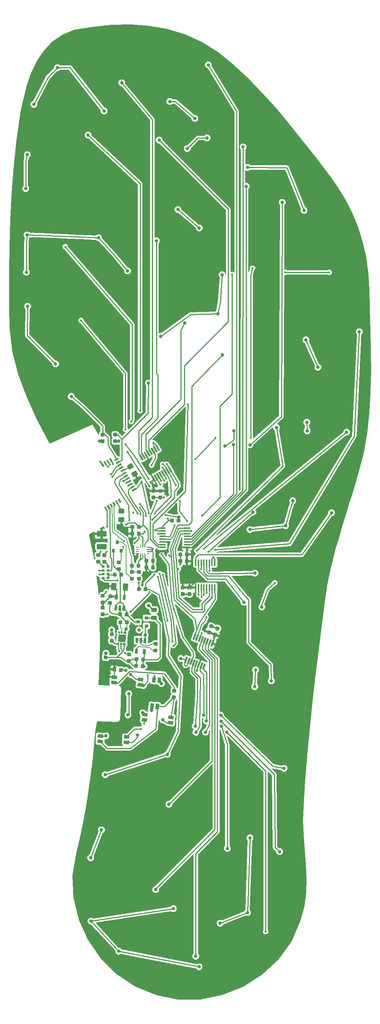
<source format=gbl>
G04 #@! TF.GenerationSoftware,KiCad,Pcbnew,(5.0.0)*
G04 #@! TF.CreationDate,2020-01-29T13:40:55+01:00*
G04 #@! TF.ProjectId,Insole_PCB,496E736F6C655F5043422E6B69636164,rev?*
G04 #@! TF.SameCoordinates,Original*
G04 #@! TF.FileFunction,Copper,L2,Bot,Signal*
G04 #@! TF.FilePolarity,Positive*
%FSLAX46Y46*%
G04 Gerber Fmt 4.6, Leading zero omitted, Abs format (unit mm)*
G04 Created by KiCad (PCBNEW (5.0.0)) date 01/29/20 13:40:55*
%MOMM*%
%LPD*%
G01*
G04 APERTURE LIST*
G04 #@! TA.AperFunction,ComponentPad*
%ADD10C,0.850000*%
G04 #@! TD*
G04 #@! TA.AperFunction,Conductor*
%ADD11C,0.850000*%
G04 #@! TD*
G04 #@! TA.AperFunction,Conductor*
%ADD12C,0.100000*%
G04 #@! TD*
G04 #@! TA.AperFunction,SMDPad,CuDef*
%ADD13R,0.675000X0.250000*%
G04 #@! TD*
G04 #@! TA.AperFunction,SMDPad,CuDef*
%ADD14R,0.250000X0.675000*%
G04 #@! TD*
G04 #@! TA.AperFunction,SMDPad,CuDef*
%ADD15C,0.875000*%
G04 #@! TD*
G04 #@! TA.AperFunction,SMDPad,CuDef*
%ADD16C,1.150000*%
G04 #@! TD*
G04 #@! TA.AperFunction,SMDPad,CuDef*
%ADD17C,0.450000*%
G04 #@! TD*
G04 #@! TA.AperFunction,SMDPad,CuDef*
%ADD18R,1.500000X0.450000*%
G04 #@! TD*
G04 #@! TA.AperFunction,SMDPad,CuDef*
%ADD19R,0.450000X1.500000*%
G04 #@! TD*
G04 #@! TA.AperFunction,SMDPad,CuDef*
%ADD20R,0.800000X0.900000*%
G04 #@! TD*
G04 #@! TA.AperFunction,SMDPad,CuDef*
%ADD21C,0.650000*%
G04 #@! TD*
G04 #@! TA.AperFunction,SMDPad,CuDef*
%ADD22C,0.410000*%
G04 #@! TD*
G04 #@! TA.AperFunction,SMDPad,CuDef*
%ADD23C,1.800000*%
G04 #@! TD*
G04 #@! TA.AperFunction,SMDPad,CuDef*
%ADD24C,0.500000*%
G04 #@! TD*
G04 #@! TA.AperFunction,SMDPad,CuDef*
%ADD25C,0.400000*%
G04 #@! TD*
G04 #@! TA.AperFunction,SMDPad,CuDef*
%ADD26C,0.800000*%
G04 #@! TD*
G04 #@! TA.AperFunction,SMDPad,CuDef*
%ADD27C,1.325000*%
G04 #@! TD*
G04 #@! TA.AperFunction,SMDPad,CuDef*
%ADD28C,1.250000*%
G04 #@! TD*
G04 #@! TA.AperFunction,SMDPad,CuDef*
%ADD29R,0.900000X0.800000*%
G04 #@! TD*
G04 #@! TA.AperFunction,SMDPad,CuDef*
%ADD30C,0.975000*%
G04 #@! TD*
G04 #@! TA.AperFunction,SMDPad,CuDef*
%ADD31R,0.800000X0.500000*%
G04 #@! TD*
G04 #@! TA.AperFunction,ViaPad*
%ADD32C,0.800000*%
G04 #@! TD*
G04 #@! TA.AperFunction,ViaPad*
%ADD33C,0.500000*%
G04 #@! TD*
G04 #@! TA.AperFunction,ViaPad*
%ADD34C,0.600000*%
G04 #@! TD*
G04 #@! TA.AperFunction,Conductor*
%ADD35C,0.250000*%
G04 #@! TD*
G04 #@! TA.AperFunction,Conductor*
%ADD36C,0.160000*%
G04 #@! TD*
G04 #@! TA.AperFunction,Conductor*
%ADD37C,0.200000*%
G04 #@! TD*
G04 APERTURE END LIST*
D10*
G04 #@! TO.P,J2,2*
G04 #@! TO.N,+BATT*
X186929209Y-191863143D03*
D11*
G04 #@! TD*
G04 #@! TO.N,+BATT*
G04 #@! TO.C,J2*
X186929209Y-191863143D02*
X186929209Y-191863143D01*
D10*
G04 #@! TO.P,J2,1*
G04 #@! TO.N,-BATT*
X186859453Y-192860707D03*
D12*
G04 #@! TD*
G04 #@! TO.N,-BATT*
G04 #@! TO.C,J2*
G36*
X187313064Y-192466389D02*
X187253771Y-193314318D01*
X186405842Y-193255025D01*
X186465135Y-192407096D01*
X187313064Y-192466389D01*
X187313064Y-192466389D01*
G37*
D13*
G04 #@! TO.P,U2,11*
G04 #@! TO.N,N/C*
X194486953Y-166460707D03*
G04 #@! TO.P,U2,10*
X194486953Y-166960707D03*
G04 #@! TO.P,U2,9*
X194486953Y-167460707D03*
G04 #@! TO.P,U2,8*
G04 #@! TO.N,+3V3*
X194486953Y-167960707D03*
G04 #@! TO.P,U2,4*
G04 #@! TO.N,N/C*
X197011953Y-167960707D03*
G04 #@! TO.P,U2,3*
G04 #@! TO.N,GND*
X197011953Y-167460707D03*
G04 #@! TO.P,U2,2*
X197011953Y-166960707D03*
G04 #@! TO.P,U2,1*
X197011953Y-166460707D03*
D14*
G04 #@! TO.P,U2,7*
X195249453Y-168223207D03*
G04 #@! TO.P,U2,6*
X195749453Y-168223207D03*
G04 #@! TO.P,U2,5*
G04 #@! TO.N,+3V3*
X196249453Y-168223207D03*
G04 #@! TO.P,U2,12*
G04 #@! TO.N,N/C*
X195249453Y-166198207D03*
G04 #@! TO.P,U2,14*
G04 #@! TO.N,/SDA*
X196249453Y-166198207D03*
G04 #@! TO.P,U2,13*
G04 #@! TO.N,/SCL*
X195749453Y-166198207D03*
G04 #@! TD*
D12*
G04 #@! TO.N,-BATT*
G04 #@! TO.C,C1*
G36*
X192169412Y-193241980D02*
X192680664Y-193277730D01*
X192701980Y-193280276D01*
X192722943Y-193284900D01*
X192743352Y-193291556D01*
X192763011Y-193300180D01*
X192781729Y-193310690D01*
X192799327Y-193322984D01*
X192815636Y-193336943D01*
X192830498Y-193352434D01*
X192843769Y-193369307D01*
X192855323Y-193387400D01*
X192865048Y-193406538D01*
X192872851Y-193426537D01*
X192878655Y-193447204D01*
X192882406Y-193468341D01*
X192884067Y-193489744D01*
X192883622Y-193511206D01*
X192853104Y-193947640D01*
X192850558Y-193968956D01*
X192845934Y-193989919D01*
X192839278Y-194010328D01*
X192830654Y-194029987D01*
X192820144Y-194048705D01*
X192807850Y-194066303D01*
X192793891Y-194082612D01*
X192778400Y-194097474D01*
X192761527Y-194110745D01*
X192743435Y-194122299D01*
X192724297Y-194132024D01*
X192704298Y-194139827D01*
X192683630Y-194145631D01*
X192662493Y-194149382D01*
X192641090Y-194151043D01*
X192619628Y-194150598D01*
X192108376Y-194114848D01*
X192087060Y-194112302D01*
X192066097Y-194107678D01*
X192045688Y-194101022D01*
X192026029Y-194092398D01*
X192007311Y-194081888D01*
X191989713Y-194069594D01*
X191973404Y-194055635D01*
X191958542Y-194040144D01*
X191945271Y-194023271D01*
X191933717Y-194005178D01*
X191923992Y-193986040D01*
X191916189Y-193966041D01*
X191910385Y-193945374D01*
X191906634Y-193924237D01*
X191904973Y-193902834D01*
X191905418Y-193881372D01*
X191935936Y-193444938D01*
X191938482Y-193423622D01*
X191943106Y-193402659D01*
X191949762Y-193382250D01*
X191958386Y-193362591D01*
X191968896Y-193343873D01*
X191981190Y-193326275D01*
X191995149Y-193309966D01*
X192010640Y-193295104D01*
X192027513Y-193281833D01*
X192045605Y-193270279D01*
X192064743Y-193260554D01*
X192084742Y-193252751D01*
X192105410Y-193246947D01*
X192126547Y-193243196D01*
X192147950Y-193241535D01*
X192169412Y-193241980D01*
X192169412Y-193241980D01*
G37*
D15*
G04 #@! TD*
G04 #@! TO.P,C1,2*
G04 #@! TO.N,-BATT*
X192394520Y-193696289D03*
D12*
G04 #@! TO.N,Net-(C1-Pad1)*
G04 #@! TO.C,C1*
G36*
X192279278Y-191670816D02*
X192790530Y-191706566D01*
X192811846Y-191709112D01*
X192832809Y-191713736D01*
X192853218Y-191720392D01*
X192872877Y-191729016D01*
X192891595Y-191739526D01*
X192909193Y-191751820D01*
X192925502Y-191765779D01*
X192940364Y-191781270D01*
X192953635Y-191798143D01*
X192965189Y-191816236D01*
X192974914Y-191835374D01*
X192982717Y-191855373D01*
X192988521Y-191876040D01*
X192992272Y-191897177D01*
X192993933Y-191918580D01*
X192993488Y-191940042D01*
X192962970Y-192376476D01*
X192960424Y-192397792D01*
X192955800Y-192418755D01*
X192949144Y-192439164D01*
X192940520Y-192458823D01*
X192930010Y-192477541D01*
X192917716Y-192495139D01*
X192903757Y-192511448D01*
X192888266Y-192526310D01*
X192871393Y-192539581D01*
X192853301Y-192551135D01*
X192834163Y-192560860D01*
X192814164Y-192568663D01*
X192793496Y-192574467D01*
X192772359Y-192578218D01*
X192750956Y-192579879D01*
X192729494Y-192579434D01*
X192218242Y-192543684D01*
X192196926Y-192541138D01*
X192175963Y-192536514D01*
X192155554Y-192529858D01*
X192135895Y-192521234D01*
X192117177Y-192510724D01*
X192099579Y-192498430D01*
X192083270Y-192484471D01*
X192068408Y-192468980D01*
X192055137Y-192452107D01*
X192043583Y-192434014D01*
X192033858Y-192414876D01*
X192026055Y-192394877D01*
X192020251Y-192374210D01*
X192016500Y-192353073D01*
X192014839Y-192331670D01*
X192015284Y-192310208D01*
X192045802Y-191873774D01*
X192048348Y-191852458D01*
X192052972Y-191831495D01*
X192059628Y-191811086D01*
X192068252Y-191791427D01*
X192078762Y-191772709D01*
X192091056Y-191755111D01*
X192105015Y-191738802D01*
X192120506Y-191723940D01*
X192137379Y-191710669D01*
X192155471Y-191699115D01*
X192174609Y-191689390D01*
X192194608Y-191681587D01*
X192215276Y-191675783D01*
X192236413Y-191672032D01*
X192257816Y-191670371D01*
X192279278Y-191670816D01*
X192279278Y-191670816D01*
G37*
D15*
G04 #@! TD*
G04 #@! TO.P,C1,1*
G04 #@! TO.N,Net-(C1-Pad1)*
X192504386Y-192125125D03*
D12*
G04 #@! TO.N,+3V3*
G04 #@! TO.C,C2*
G36*
X212976058Y-186889090D02*
X212997410Y-186891311D01*
X213018442Y-186895614D01*
X213038950Y-186901957D01*
X213520542Y-187077242D01*
X213540330Y-187085565D01*
X213559207Y-187095788D01*
X213576991Y-187107812D01*
X213593510Y-187121521D01*
X213608607Y-187136783D01*
X213622135Y-187153451D01*
X213633964Y-187171365D01*
X213643980Y-187190352D01*
X213652087Y-187210230D01*
X213658206Y-187230806D01*
X213662279Y-187251883D01*
X213664267Y-187273258D01*
X213664150Y-187294725D01*
X213661929Y-187316077D01*
X213657626Y-187337108D01*
X213651283Y-187357617D01*
X213501649Y-187768732D01*
X213493326Y-187788520D01*
X213483103Y-187807397D01*
X213471079Y-187825181D01*
X213457370Y-187841700D01*
X213442108Y-187856797D01*
X213425440Y-187870325D01*
X213407526Y-187882154D01*
X213388539Y-187892170D01*
X213368661Y-187900277D01*
X213348085Y-187906396D01*
X213327007Y-187910469D01*
X213305633Y-187912457D01*
X213284166Y-187912340D01*
X213262814Y-187910119D01*
X213241782Y-187905816D01*
X213221274Y-187899473D01*
X212739682Y-187724188D01*
X212719894Y-187715865D01*
X212701017Y-187705642D01*
X212683233Y-187693618D01*
X212666714Y-187679909D01*
X212651617Y-187664647D01*
X212638089Y-187647979D01*
X212626260Y-187630065D01*
X212616244Y-187611078D01*
X212608137Y-187591200D01*
X212602018Y-187570624D01*
X212597945Y-187549547D01*
X212595957Y-187528172D01*
X212596074Y-187506705D01*
X212598295Y-187485353D01*
X212602598Y-187464322D01*
X212608941Y-187443813D01*
X212758575Y-187032698D01*
X212766898Y-187012910D01*
X212777121Y-186994033D01*
X212789145Y-186976249D01*
X212802854Y-186959730D01*
X212818116Y-186944633D01*
X212834784Y-186931105D01*
X212852698Y-186919276D01*
X212871685Y-186909260D01*
X212891563Y-186901153D01*
X212912139Y-186895034D01*
X212933217Y-186890961D01*
X212954591Y-186888973D01*
X212976058Y-186889090D01*
X212976058Y-186889090D01*
G37*
D15*
G04 #@! TD*
G04 #@! TO.P,C2,2*
G04 #@! TO.N,+3V3*
X213130112Y-187400715D03*
D12*
G04 #@! TO.N,GND*
G04 #@! TO.C,C2*
G36*
X213514740Y-185409074D02*
X213536092Y-185411295D01*
X213557124Y-185415598D01*
X213577632Y-185421941D01*
X214059224Y-185597226D01*
X214079012Y-185605549D01*
X214097889Y-185615772D01*
X214115673Y-185627796D01*
X214132192Y-185641505D01*
X214147289Y-185656767D01*
X214160817Y-185673435D01*
X214172646Y-185691349D01*
X214182662Y-185710336D01*
X214190769Y-185730214D01*
X214196888Y-185750790D01*
X214200961Y-185771867D01*
X214202949Y-185793242D01*
X214202832Y-185814709D01*
X214200611Y-185836061D01*
X214196308Y-185857092D01*
X214189965Y-185877601D01*
X214040331Y-186288716D01*
X214032008Y-186308504D01*
X214021785Y-186327381D01*
X214009761Y-186345165D01*
X213996052Y-186361684D01*
X213980790Y-186376781D01*
X213964122Y-186390309D01*
X213946208Y-186402138D01*
X213927221Y-186412154D01*
X213907343Y-186420261D01*
X213886767Y-186426380D01*
X213865689Y-186430453D01*
X213844315Y-186432441D01*
X213822848Y-186432324D01*
X213801496Y-186430103D01*
X213780464Y-186425800D01*
X213759956Y-186419457D01*
X213278364Y-186244172D01*
X213258576Y-186235849D01*
X213239699Y-186225626D01*
X213221915Y-186213602D01*
X213205396Y-186199893D01*
X213190299Y-186184631D01*
X213176771Y-186167963D01*
X213164942Y-186150049D01*
X213154926Y-186131062D01*
X213146819Y-186111184D01*
X213140700Y-186090608D01*
X213136627Y-186069531D01*
X213134639Y-186048156D01*
X213134756Y-186026689D01*
X213136977Y-186005337D01*
X213141280Y-185984306D01*
X213147623Y-185963797D01*
X213297257Y-185552682D01*
X213305580Y-185532894D01*
X213315803Y-185514017D01*
X213327827Y-185496233D01*
X213341536Y-185479714D01*
X213356798Y-185464617D01*
X213373466Y-185451089D01*
X213391380Y-185439260D01*
X213410367Y-185429244D01*
X213430245Y-185421137D01*
X213450821Y-185415018D01*
X213471899Y-185410945D01*
X213493273Y-185408957D01*
X213514740Y-185409074D01*
X213514740Y-185409074D01*
G37*
D15*
G04 #@! TD*
G04 #@! TO.P,C2,1*
G04 #@! TO.N,GND*
X213668794Y-185920699D03*
D12*
G04 #@! TO.N,/+BATT_CUT*
G04 #@! TO.C,C3*
G36*
X191712284Y-182086125D02*
X192149184Y-182109022D01*
X192170540Y-182111196D01*
X192191581Y-182115453D01*
X192212103Y-182121752D01*
X192231909Y-182130031D01*
X192250808Y-182140213D01*
X192268619Y-182152198D01*
X192285168Y-182165871D01*
X192300298Y-182181100D01*
X192313862Y-182197738D01*
X192325730Y-182215627D01*
X192335788Y-182234592D01*
X192343938Y-182254452D01*
X192350102Y-182275015D01*
X192354221Y-182296083D01*
X192356255Y-182317454D01*
X192356185Y-182338920D01*
X192329363Y-182850717D01*
X192327189Y-182872074D01*
X192322932Y-182893115D01*
X192316634Y-182913637D01*
X192308354Y-182933443D01*
X192298172Y-182952342D01*
X192286187Y-182970152D01*
X192272514Y-182986702D01*
X192257285Y-183001832D01*
X192240647Y-183015396D01*
X192222758Y-183027264D01*
X192203793Y-183037322D01*
X192183933Y-183045472D01*
X192163370Y-183051636D01*
X192142302Y-183055755D01*
X192120932Y-183057789D01*
X192099464Y-183057719D01*
X191662564Y-183034822D01*
X191641208Y-183032648D01*
X191620167Y-183028391D01*
X191599645Y-183022092D01*
X191579839Y-183013813D01*
X191560940Y-183003631D01*
X191543129Y-182991646D01*
X191526580Y-182977973D01*
X191511450Y-182962744D01*
X191497886Y-182946106D01*
X191486018Y-182928217D01*
X191475960Y-182909252D01*
X191467810Y-182889392D01*
X191461646Y-182868829D01*
X191457527Y-182847761D01*
X191455493Y-182826390D01*
X191455563Y-182804924D01*
X191482385Y-182293127D01*
X191484559Y-182271770D01*
X191488816Y-182250729D01*
X191495114Y-182230207D01*
X191503394Y-182210401D01*
X191513576Y-182191502D01*
X191525561Y-182173692D01*
X191539234Y-182157142D01*
X191554463Y-182142012D01*
X191571101Y-182128448D01*
X191588990Y-182116580D01*
X191607955Y-182106522D01*
X191627815Y-182098372D01*
X191648378Y-182092208D01*
X191669446Y-182088089D01*
X191690816Y-182086055D01*
X191712284Y-182086125D01*
X191712284Y-182086125D01*
G37*
D15*
G04 #@! TD*
G04 #@! TO.P,C3,2*
G04 #@! TO.N,/+BATT_CUT*
X191905874Y-182571922D03*
D12*
G04 #@! TO.N,GND*
G04 #@! TO.C,C3*
G36*
X190139442Y-182003695D02*
X190576342Y-182026592D01*
X190597698Y-182028766D01*
X190618739Y-182033023D01*
X190639261Y-182039322D01*
X190659067Y-182047601D01*
X190677966Y-182057783D01*
X190695777Y-182069768D01*
X190712326Y-182083441D01*
X190727456Y-182098670D01*
X190741020Y-182115308D01*
X190752888Y-182133197D01*
X190762946Y-182152162D01*
X190771096Y-182172022D01*
X190777260Y-182192585D01*
X190781379Y-182213653D01*
X190783413Y-182235024D01*
X190783343Y-182256490D01*
X190756521Y-182768287D01*
X190754347Y-182789644D01*
X190750090Y-182810685D01*
X190743792Y-182831207D01*
X190735512Y-182851013D01*
X190725330Y-182869912D01*
X190713345Y-182887722D01*
X190699672Y-182904272D01*
X190684443Y-182919402D01*
X190667805Y-182932966D01*
X190649916Y-182944834D01*
X190630951Y-182954892D01*
X190611091Y-182963042D01*
X190590528Y-182969206D01*
X190569460Y-182973325D01*
X190548090Y-182975359D01*
X190526622Y-182975289D01*
X190089722Y-182952392D01*
X190068366Y-182950218D01*
X190047325Y-182945961D01*
X190026803Y-182939662D01*
X190006997Y-182931383D01*
X189988098Y-182921201D01*
X189970287Y-182909216D01*
X189953738Y-182895543D01*
X189938608Y-182880314D01*
X189925044Y-182863676D01*
X189913176Y-182845787D01*
X189903118Y-182826822D01*
X189894968Y-182806962D01*
X189888804Y-182786399D01*
X189884685Y-182765331D01*
X189882651Y-182743960D01*
X189882721Y-182722494D01*
X189909543Y-182210697D01*
X189911717Y-182189340D01*
X189915974Y-182168299D01*
X189922272Y-182147777D01*
X189930552Y-182127971D01*
X189940734Y-182109072D01*
X189952719Y-182091262D01*
X189966392Y-182074712D01*
X189981621Y-182059582D01*
X189998259Y-182046018D01*
X190016148Y-182034150D01*
X190035113Y-182024092D01*
X190054973Y-182015942D01*
X190075536Y-182009778D01*
X190096604Y-182005659D01*
X190117974Y-182003625D01*
X190139442Y-182003695D01*
X190139442Y-182003695D01*
G37*
D15*
G04 #@! TD*
G04 #@! TO.P,C3,1*
G04 #@! TO.N,GND*
X190333032Y-182489492D03*
D12*
G04 #@! TO.N,GND*
G04 #@! TO.C,C4*
G36*
X187657412Y-179329980D02*
X188168664Y-179365730D01*
X188189980Y-179368276D01*
X188210943Y-179372900D01*
X188231352Y-179379556D01*
X188251011Y-179388180D01*
X188269729Y-179398690D01*
X188287327Y-179410984D01*
X188303636Y-179424943D01*
X188318498Y-179440434D01*
X188331769Y-179457307D01*
X188343323Y-179475400D01*
X188353048Y-179494538D01*
X188360851Y-179514537D01*
X188366655Y-179535204D01*
X188370406Y-179556341D01*
X188372067Y-179577744D01*
X188371622Y-179599206D01*
X188341104Y-180035640D01*
X188338558Y-180056956D01*
X188333934Y-180077919D01*
X188327278Y-180098328D01*
X188318654Y-180117987D01*
X188308144Y-180136705D01*
X188295850Y-180154303D01*
X188281891Y-180170612D01*
X188266400Y-180185474D01*
X188249527Y-180198745D01*
X188231435Y-180210299D01*
X188212297Y-180220024D01*
X188192298Y-180227827D01*
X188171630Y-180233631D01*
X188150493Y-180237382D01*
X188129090Y-180239043D01*
X188107628Y-180238598D01*
X187596376Y-180202848D01*
X187575060Y-180200302D01*
X187554097Y-180195678D01*
X187533688Y-180189022D01*
X187514029Y-180180398D01*
X187495311Y-180169888D01*
X187477713Y-180157594D01*
X187461404Y-180143635D01*
X187446542Y-180128144D01*
X187433271Y-180111271D01*
X187421717Y-180093178D01*
X187411992Y-180074040D01*
X187404189Y-180054041D01*
X187398385Y-180033374D01*
X187394634Y-180012237D01*
X187392973Y-179990834D01*
X187393418Y-179969372D01*
X187423936Y-179532938D01*
X187426482Y-179511622D01*
X187431106Y-179490659D01*
X187437762Y-179470250D01*
X187446386Y-179450591D01*
X187456896Y-179431873D01*
X187469190Y-179414275D01*
X187483149Y-179397966D01*
X187498640Y-179383104D01*
X187515513Y-179369833D01*
X187533605Y-179358279D01*
X187552743Y-179348554D01*
X187572742Y-179340751D01*
X187593410Y-179334947D01*
X187614547Y-179331196D01*
X187635950Y-179329535D01*
X187657412Y-179329980D01*
X187657412Y-179329980D01*
G37*
D15*
G04 #@! TD*
G04 #@! TO.P,C4,2*
G04 #@! TO.N,GND*
X187882520Y-179784289D03*
D12*
G04 #@! TO.N,+3V3*
G04 #@! TO.C,C4*
G36*
X187767278Y-177758816D02*
X188278530Y-177794566D01*
X188299846Y-177797112D01*
X188320809Y-177801736D01*
X188341218Y-177808392D01*
X188360877Y-177817016D01*
X188379595Y-177827526D01*
X188397193Y-177839820D01*
X188413502Y-177853779D01*
X188428364Y-177869270D01*
X188441635Y-177886143D01*
X188453189Y-177904236D01*
X188462914Y-177923374D01*
X188470717Y-177943373D01*
X188476521Y-177964040D01*
X188480272Y-177985177D01*
X188481933Y-178006580D01*
X188481488Y-178028042D01*
X188450970Y-178464476D01*
X188448424Y-178485792D01*
X188443800Y-178506755D01*
X188437144Y-178527164D01*
X188428520Y-178546823D01*
X188418010Y-178565541D01*
X188405716Y-178583139D01*
X188391757Y-178599448D01*
X188376266Y-178614310D01*
X188359393Y-178627581D01*
X188341301Y-178639135D01*
X188322163Y-178648860D01*
X188302164Y-178656663D01*
X188281496Y-178662467D01*
X188260359Y-178666218D01*
X188238956Y-178667879D01*
X188217494Y-178667434D01*
X187706242Y-178631684D01*
X187684926Y-178629138D01*
X187663963Y-178624514D01*
X187643554Y-178617858D01*
X187623895Y-178609234D01*
X187605177Y-178598724D01*
X187587579Y-178586430D01*
X187571270Y-178572471D01*
X187556408Y-178556980D01*
X187543137Y-178540107D01*
X187531583Y-178522014D01*
X187521858Y-178502876D01*
X187514055Y-178482877D01*
X187508251Y-178462210D01*
X187504500Y-178441073D01*
X187502839Y-178419670D01*
X187503284Y-178398208D01*
X187533802Y-177961774D01*
X187536348Y-177940458D01*
X187540972Y-177919495D01*
X187547628Y-177899086D01*
X187556252Y-177879427D01*
X187566762Y-177860709D01*
X187579056Y-177843111D01*
X187593015Y-177826802D01*
X187608506Y-177811940D01*
X187625379Y-177798669D01*
X187643471Y-177787115D01*
X187662609Y-177777390D01*
X187682608Y-177769587D01*
X187703276Y-177763783D01*
X187724413Y-177760032D01*
X187745816Y-177758371D01*
X187767278Y-177758816D01*
X187767278Y-177758816D01*
G37*
D15*
G04 #@! TD*
G04 #@! TO.P,C4,1*
G04 #@! TO.N,+3V3*
X187992386Y-178213125D03*
D12*
G04 #@! TO.N,+3V3*
G04 #@! TO.C,C5*
G36*
X211526058Y-186339090D02*
X211547410Y-186341311D01*
X211568442Y-186345614D01*
X211588950Y-186351957D01*
X212070542Y-186527242D01*
X212090330Y-186535565D01*
X212109207Y-186545788D01*
X212126991Y-186557812D01*
X212143510Y-186571521D01*
X212158607Y-186586783D01*
X212172135Y-186603451D01*
X212183964Y-186621365D01*
X212193980Y-186640352D01*
X212202087Y-186660230D01*
X212208206Y-186680806D01*
X212212279Y-186701883D01*
X212214267Y-186723258D01*
X212214150Y-186744725D01*
X212211929Y-186766077D01*
X212207626Y-186787108D01*
X212201283Y-186807617D01*
X212051649Y-187218732D01*
X212043326Y-187238520D01*
X212033103Y-187257397D01*
X212021079Y-187275181D01*
X212007370Y-187291700D01*
X211992108Y-187306797D01*
X211975440Y-187320325D01*
X211957526Y-187332154D01*
X211938539Y-187342170D01*
X211918661Y-187350277D01*
X211898085Y-187356396D01*
X211877007Y-187360469D01*
X211855633Y-187362457D01*
X211834166Y-187362340D01*
X211812814Y-187360119D01*
X211791782Y-187355816D01*
X211771274Y-187349473D01*
X211289682Y-187174188D01*
X211269894Y-187165865D01*
X211251017Y-187155642D01*
X211233233Y-187143618D01*
X211216714Y-187129909D01*
X211201617Y-187114647D01*
X211188089Y-187097979D01*
X211176260Y-187080065D01*
X211166244Y-187061078D01*
X211158137Y-187041200D01*
X211152018Y-187020624D01*
X211147945Y-186999547D01*
X211145957Y-186978172D01*
X211146074Y-186956705D01*
X211148295Y-186935353D01*
X211152598Y-186914322D01*
X211158941Y-186893813D01*
X211308575Y-186482698D01*
X211316898Y-186462910D01*
X211327121Y-186444033D01*
X211339145Y-186426249D01*
X211352854Y-186409730D01*
X211368116Y-186394633D01*
X211384784Y-186381105D01*
X211402698Y-186369276D01*
X211421685Y-186359260D01*
X211441563Y-186351153D01*
X211462139Y-186345034D01*
X211483217Y-186340961D01*
X211504591Y-186338973D01*
X211526058Y-186339090D01*
X211526058Y-186339090D01*
G37*
D15*
G04 #@! TD*
G04 #@! TO.P,C5,2*
G04 #@! TO.N,+3V3*
X211680112Y-186850715D03*
D12*
G04 #@! TO.N,GND*
G04 #@! TO.C,C5*
G36*
X212064740Y-184859074D02*
X212086092Y-184861295D01*
X212107124Y-184865598D01*
X212127632Y-184871941D01*
X212609224Y-185047226D01*
X212629012Y-185055549D01*
X212647889Y-185065772D01*
X212665673Y-185077796D01*
X212682192Y-185091505D01*
X212697289Y-185106767D01*
X212710817Y-185123435D01*
X212722646Y-185141349D01*
X212732662Y-185160336D01*
X212740769Y-185180214D01*
X212746888Y-185200790D01*
X212750961Y-185221867D01*
X212752949Y-185243242D01*
X212752832Y-185264709D01*
X212750611Y-185286061D01*
X212746308Y-185307092D01*
X212739965Y-185327601D01*
X212590331Y-185738716D01*
X212582008Y-185758504D01*
X212571785Y-185777381D01*
X212559761Y-185795165D01*
X212546052Y-185811684D01*
X212530790Y-185826781D01*
X212514122Y-185840309D01*
X212496208Y-185852138D01*
X212477221Y-185862154D01*
X212457343Y-185870261D01*
X212436767Y-185876380D01*
X212415689Y-185880453D01*
X212394315Y-185882441D01*
X212372848Y-185882324D01*
X212351496Y-185880103D01*
X212330464Y-185875800D01*
X212309956Y-185869457D01*
X211828364Y-185694172D01*
X211808576Y-185685849D01*
X211789699Y-185675626D01*
X211771915Y-185663602D01*
X211755396Y-185649893D01*
X211740299Y-185634631D01*
X211726771Y-185617963D01*
X211714942Y-185600049D01*
X211704926Y-185581062D01*
X211696819Y-185561184D01*
X211690700Y-185540608D01*
X211686627Y-185519531D01*
X211684639Y-185498156D01*
X211684756Y-185476689D01*
X211686977Y-185455337D01*
X211691280Y-185434306D01*
X211697623Y-185413797D01*
X211847257Y-185002682D01*
X211855580Y-184982894D01*
X211865803Y-184964017D01*
X211877827Y-184946233D01*
X211891536Y-184929714D01*
X211906798Y-184914617D01*
X211923466Y-184901089D01*
X211941380Y-184889260D01*
X211960367Y-184879244D01*
X211980245Y-184871137D01*
X212000821Y-184865018D01*
X212021899Y-184860945D01*
X212043273Y-184858957D01*
X212064740Y-184859074D01*
X212064740Y-184859074D01*
G37*
D15*
G04 #@! TD*
G04 #@! TO.P,C5,1*
G04 #@! TO.N,GND*
X212218794Y-185370699D03*
D12*
G04 #@! TO.N,+3V3*
G04 #@! TO.C,C6*
G36*
X205627144Y-175674260D02*
X205648379Y-175677410D01*
X205669203Y-175682626D01*
X205689415Y-175689858D01*
X205708821Y-175699037D01*
X205727234Y-175710073D01*
X205744477Y-175722861D01*
X205760383Y-175737277D01*
X205774799Y-175753183D01*
X205787587Y-175770426D01*
X205798623Y-175788839D01*
X205807802Y-175808245D01*
X205815034Y-175828457D01*
X205820250Y-175849281D01*
X205823400Y-175870516D01*
X205824453Y-175891957D01*
X205824453Y-176329457D01*
X205823400Y-176350898D01*
X205820250Y-176372133D01*
X205815034Y-176392957D01*
X205807802Y-176413169D01*
X205798623Y-176432575D01*
X205787587Y-176450988D01*
X205774799Y-176468231D01*
X205760383Y-176484137D01*
X205744477Y-176498553D01*
X205727234Y-176511341D01*
X205708821Y-176522377D01*
X205689415Y-176531556D01*
X205669203Y-176538788D01*
X205648379Y-176544004D01*
X205627144Y-176547154D01*
X205605703Y-176548207D01*
X205093203Y-176548207D01*
X205071762Y-176547154D01*
X205050527Y-176544004D01*
X205029703Y-176538788D01*
X205009491Y-176531556D01*
X204990085Y-176522377D01*
X204971672Y-176511341D01*
X204954429Y-176498553D01*
X204938523Y-176484137D01*
X204924107Y-176468231D01*
X204911319Y-176450988D01*
X204900283Y-176432575D01*
X204891104Y-176413169D01*
X204883872Y-176392957D01*
X204878656Y-176372133D01*
X204875506Y-176350898D01*
X204874453Y-176329457D01*
X204874453Y-175891957D01*
X204875506Y-175870516D01*
X204878656Y-175849281D01*
X204883872Y-175828457D01*
X204891104Y-175808245D01*
X204900283Y-175788839D01*
X204911319Y-175770426D01*
X204924107Y-175753183D01*
X204938523Y-175737277D01*
X204954429Y-175722861D01*
X204971672Y-175710073D01*
X204990085Y-175699037D01*
X205009491Y-175689858D01*
X205029703Y-175682626D01*
X205050527Y-175677410D01*
X205071762Y-175674260D01*
X205093203Y-175673207D01*
X205605703Y-175673207D01*
X205627144Y-175674260D01*
X205627144Y-175674260D01*
G37*
D15*
G04 #@! TD*
G04 #@! TO.P,C6,2*
G04 #@! TO.N,+3V3*
X205349453Y-176110707D03*
D12*
G04 #@! TO.N,GND*
G04 #@! TO.C,C6*
G36*
X205627144Y-177249260D02*
X205648379Y-177252410D01*
X205669203Y-177257626D01*
X205689415Y-177264858D01*
X205708821Y-177274037D01*
X205727234Y-177285073D01*
X205744477Y-177297861D01*
X205760383Y-177312277D01*
X205774799Y-177328183D01*
X205787587Y-177345426D01*
X205798623Y-177363839D01*
X205807802Y-177383245D01*
X205815034Y-177403457D01*
X205820250Y-177424281D01*
X205823400Y-177445516D01*
X205824453Y-177466957D01*
X205824453Y-177904457D01*
X205823400Y-177925898D01*
X205820250Y-177947133D01*
X205815034Y-177967957D01*
X205807802Y-177988169D01*
X205798623Y-178007575D01*
X205787587Y-178025988D01*
X205774799Y-178043231D01*
X205760383Y-178059137D01*
X205744477Y-178073553D01*
X205727234Y-178086341D01*
X205708821Y-178097377D01*
X205689415Y-178106556D01*
X205669203Y-178113788D01*
X205648379Y-178119004D01*
X205627144Y-178122154D01*
X205605703Y-178123207D01*
X205093203Y-178123207D01*
X205071762Y-178122154D01*
X205050527Y-178119004D01*
X205029703Y-178113788D01*
X205009491Y-178106556D01*
X204990085Y-178097377D01*
X204971672Y-178086341D01*
X204954429Y-178073553D01*
X204938523Y-178059137D01*
X204924107Y-178043231D01*
X204911319Y-178025988D01*
X204900283Y-178007575D01*
X204891104Y-177988169D01*
X204883872Y-177967957D01*
X204878656Y-177947133D01*
X204875506Y-177925898D01*
X204874453Y-177904457D01*
X204874453Y-177466957D01*
X204875506Y-177445516D01*
X204878656Y-177424281D01*
X204883872Y-177403457D01*
X204891104Y-177383245D01*
X204900283Y-177363839D01*
X204911319Y-177345426D01*
X204924107Y-177328183D01*
X204938523Y-177312277D01*
X204954429Y-177297861D01*
X204971672Y-177285073D01*
X204990085Y-177274037D01*
X205009491Y-177264858D01*
X205029703Y-177257626D01*
X205050527Y-177252410D01*
X205071762Y-177249260D01*
X205093203Y-177248207D01*
X205605703Y-177248207D01*
X205627144Y-177249260D01*
X205627144Y-177249260D01*
G37*
D15*
G04 #@! TD*
G04 #@! TO.P,C6,1*
G04 #@! TO.N,GND*
X205349453Y-177685707D03*
D12*
G04 #@! TO.N,+3V3*
G04 #@! TO.C,C7*
G36*
X207227144Y-175686760D02*
X207248379Y-175689910D01*
X207269203Y-175695126D01*
X207289415Y-175702358D01*
X207308821Y-175711537D01*
X207327234Y-175722573D01*
X207344477Y-175735361D01*
X207360383Y-175749777D01*
X207374799Y-175765683D01*
X207387587Y-175782926D01*
X207398623Y-175801339D01*
X207407802Y-175820745D01*
X207415034Y-175840957D01*
X207420250Y-175861781D01*
X207423400Y-175883016D01*
X207424453Y-175904457D01*
X207424453Y-176341957D01*
X207423400Y-176363398D01*
X207420250Y-176384633D01*
X207415034Y-176405457D01*
X207407802Y-176425669D01*
X207398623Y-176445075D01*
X207387587Y-176463488D01*
X207374799Y-176480731D01*
X207360383Y-176496637D01*
X207344477Y-176511053D01*
X207327234Y-176523841D01*
X207308821Y-176534877D01*
X207289415Y-176544056D01*
X207269203Y-176551288D01*
X207248379Y-176556504D01*
X207227144Y-176559654D01*
X207205703Y-176560707D01*
X206693203Y-176560707D01*
X206671762Y-176559654D01*
X206650527Y-176556504D01*
X206629703Y-176551288D01*
X206609491Y-176544056D01*
X206590085Y-176534877D01*
X206571672Y-176523841D01*
X206554429Y-176511053D01*
X206538523Y-176496637D01*
X206524107Y-176480731D01*
X206511319Y-176463488D01*
X206500283Y-176445075D01*
X206491104Y-176425669D01*
X206483872Y-176405457D01*
X206478656Y-176384633D01*
X206475506Y-176363398D01*
X206474453Y-176341957D01*
X206474453Y-175904457D01*
X206475506Y-175883016D01*
X206478656Y-175861781D01*
X206483872Y-175840957D01*
X206491104Y-175820745D01*
X206500283Y-175801339D01*
X206511319Y-175782926D01*
X206524107Y-175765683D01*
X206538523Y-175749777D01*
X206554429Y-175735361D01*
X206571672Y-175722573D01*
X206590085Y-175711537D01*
X206609491Y-175702358D01*
X206629703Y-175695126D01*
X206650527Y-175689910D01*
X206671762Y-175686760D01*
X206693203Y-175685707D01*
X207205703Y-175685707D01*
X207227144Y-175686760D01*
X207227144Y-175686760D01*
G37*
D15*
G04 #@! TD*
G04 #@! TO.P,C7,2*
G04 #@! TO.N,+3V3*
X206949453Y-176123207D03*
D12*
G04 #@! TO.N,GND*
G04 #@! TO.C,C7*
G36*
X207227144Y-177261760D02*
X207248379Y-177264910D01*
X207269203Y-177270126D01*
X207289415Y-177277358D01*
X207308821Y-177286537D01*
X207327234Y-177297573D01*
X207344477Y-177310361D01*
X207360383Y-177324777D01*
X207374799Y-177340683D01*
X207387587Y-177357926D01*
X207398623Y-177376339D01*
X207407802Y-177395745D01*
X207415034Y-177415957D01*
X207420250Y-177436781D01*
X207423400Y-177458016D01*
X207424453Y-177479457D01*
X207424453Y-177916957D01*
X207423400Y-177938398D01*
X207420250Y-177959633D01*
X207415034Y-177980457D01*
X207407802Y-178000669D01*
X207398623Y-178020075D01*
X207387587Y-178038488D01*
X207374799Y-178055731D01*
X207360383Y-178071637D01*
X207344477Y-178086053D01*
X207327234Y-178098841D01*
X207308821Y-178109877D01*
X207289415Y-178119056D01*
X207269203Y-178126288D01*
X207248379Y-178131504D01*
X207227144Y-178134654D01*
X207205703Y-178135707D01*
X206693203Y-178135707D01*
X206671762Y-178134654D01*
X206650527Y-178131504D01*
X206629703Y-178126288D01*
X206609491Y-178119056D01*
X206590085Y-178109877D01*
X206571672Y-178098841D01*
X206554429Y-178086053D01*
X206538523Y-178071637D01*
X206524107Y-178055731D01*
X206511319Y-178038488D01*
X206500283Y-178020075D01*
X206491104Y-178000669D01*
X206483872Y-177980457D01*
X206478656Y-177959633D01*
X206475506Y-177938398D01*
X206474453Y-177916957D01*
X206474453Y-177479457D01*
X206475506Y-177458016D01*
X206478656Y-177436781D01*
X206483872Y-177415957D01*
X206491104Y-177395745D01*
X206500283Y-177376339D01*
X206511319Y-177357926D01*
X206524107Y-177340683D01*
X206538523Y-177324777D01*
X206554429Y-177310361D01*
X206571672Y-177297573D01*
X206590085Y-177286537D01*
X206609491Y-177277358D01*
X206629703Y-177270126D01*
X206650527Y-177264910D01*
X206671762Y-177261760D01*
X206693203Y-177260707D01*
X207205703Y-177260707D01*
X207227144Y-177261760D01*
X207227144Y-177261760D01*
G37*
D15*
G04 #@! TD*
G04 #@! TO.P,C7,1*
G04 #@! TO.N,GND*
X206949453Y-177698207D03*
D12*
G04 #@! TO.N,+3V3*
G04 #@! TO.C,C8*
G36*
X206589644Y-169336760D02*
X206610879Y-169339910D01*
X206631703Y-169345126D01*
X206651915Y-169352358D01*
X206671321Y-169361537D01*
X206689734Y-169372573D01*
X206706977Y-169385361D01*
X206722883Y-169399777D01*
X206737299Y-169415683D01*
X206750087Y-169432926D01*
X206761123Y-169451339D01*
X206770302Y-169470745D01*
X206777534Y-169490957D01*
X206782750Y-169511781D01*
X206785900Y-169533016D01*
X206786953Y-169554457D01*
X206786953Y-170066957D01*
X206785900Y-170088398D01*
X206782750Y-170109633D01*
X206777534Y-170130457D01*
X206770302Y-170150669D01*
X206761123Y-170170075D01*
X206750087Y-170188488D01*
X206737299Y-170205731D01*
X206722883Y-170221637D01*
X206706977Y-170236053D01*
X206689734Y-170248841D01*
X206671321Y-170259877D01*
X206651915Y-170269056D01*
X206631703Y-170276288D01*
X206610879Y-170281504D01*
X206589644Y-170284654D01*
X206568203Y-170285707D01*
X206130703Y-170285707D01*
X206109262Y-170284654D01*
X206088027Y-170281504D01*
X206067203Y-170276288D01*
X206046991Y-170269056D01*
X206027585Y-170259877D01*
X206009172Y-170248841D01*
X205991929Y-170236053D01*
X205976023Y-170221637D01*
X205961607Y-170205731D01*
X205948819Y-170188488D01*
X205937783Y-170170075D01*
X205928604Y-170150669D01*
X205921372Y-170130457D01*
X205916156Y-170109633D01*
X205913006Y-170088398D01*
X205911953Y-170066957D01*
X205911953Y-169554457D01*
X205913006Y-169533016D01*
X205916156Y-169511781D01*
X205921372Y-169490957D01*
X205928604Y-169470745D01*
X205937783Y-169451339D01*
X205948819Y-169432926D01*
X205961607Y-169415683D01*
X205976023Y-169399777D01*
X205991929Y-169385361D01*
X206009172Y-169372573D01*
X206027585Y-169361537D01*
X206046991Y-169352358D01*
X206067203Y-169345126D01*
X206088027Y-169339910D01*
X206109262Y-169336760D01*
X206130703Y-169335707D01*
X206568203Y-169335707D01*
X206589644Y-169336760D01*
X206589644Y-169336760D01*
G37*
D15*
G04 #@! TD*
G04 #@! TO.P,C8,2*
G04 #@! TO.N,+3V3*
X206349453Y-169810707D03*
D12*
G04 #@! TO.N,GND*
G04 #@! TO.C,C8*
G36*
X205014644Y-169336760D02*
X205035879Y-169339910D01*
X205056703Y-169345126D01*
X205076915Y-169352358D01*
X205096321Y-169361537D01*
X205114734Y-169372573D01*
X205131977Y-169385361D01*
X205147883Y-169399777D01*
X205162299Y-169415683D01*
X205175087Y-169432926D01*
X205186123Y-169451339D01*
X205195302Y-169470745D01*
X205202534Y-169490957D01*
X205207750Y-169511781D01*
X205210900Y-169533016D01*
X205211953Y-169554457D01*
X205211953Y-170066957D01*
X205210900Y-170088398D01*
X205207750Y-170109633D01*
X205202534Y-170130457D01*
X205195302Y-170150669D01*
X205186123Y-170170075D01*
X205175087Y-170188488D01*
X205162299Y-170205731D01*
X205147883Y-170221637D01*
X205131977Y-170236053D01*
X205114734Y-170248841D01*
X205096321Y-170259877D01*
X205076915Y-170269056D01*
X205056703Y-170276288D01*
X205035879Y-170281504D01*
X205014644Y-170284654D01*
X204993203Y-170285707D01*
X204555703Y-170285707D01*
X204534262Y-170284654D01*
X204513027Y-170281504D01*
X204492203Y-170276288D01*
X204471991Y-170269056D01*
X204452585Y-170259877D01*
X204434172Y-170248841D01*
X204416929Y-170236053D01*
X204401023Y-170221637D01*
X204386607Y-170205731D01*
X204373819Y-170188488D01*
X204362783Y-170170075D01*
X204353604Y-170150669D01*
X204346372Y-170130457D01*
X204341156Y-170109633D01*
X204338006Y-170088398D01*
X204336953Y-170066957D01*
X204336953Y-169554457D01*
X204338006Y-169533016D01*
X204341156Y-169511781D01*
X204346372Y-169490957D01*
X204353604Y-169470745D01*
X204362783Y-169451339D01*
X204373819Y-169432926D01*
X204386607Y-169415683D01*
X204401023Y-169399777D01*
X204416929Y-169385361D01*
X204434172Y-169372573D01*
X204452585Y-169361537D01*
X204471991Y-169352358D01*
X204492203Y-169345126D01*
X204513027Y-169339910D01*
X204534262Y-169336760D01*
X204555703Y-169335707D01*
X204993203Y-169335707D01*
X205014644Y-169336760D01*
X205014644Y-169336760D01*
G37*
D15*
G04 #@! TD*
G04 #@! TO.P,C8,1*
G04 #@! TO.N,GND*
X204774453Y-169810707D03*
D12*
G04 #@! TO.N,+3V3*
G04 #@! TO.C,C9*
G36*
X206589644Y-167736760D02*
X206610879Y-167739910D01*
X206631703Y-167745126D01*
X206651915Y-167752358D01*
X206671321Y-167761537D01*
X206689734Y-167772573D01*
X206706977Y-167785361D01*
X206722883Y-167799777D01*
X206737299Y-167815683D01*
X206750087Y-167832926D01*
X206761123Y-167851339D01*
X206770302Y-167870745D01*
X206777534Y-167890957D01*
X206782750Y-167911781D01*
X206785900Y-167933016D01*
X206786953Y-167954457D01*
X206786953Y-168466957D01*
X206785900Y-168488398D01*
X206782750Y-168509633D01*
X206777534Y-168530457D01*
X206770302Y-168550669D01*
X206761123Y-168570075D01*
X206750087Y-168588488D01*
X206737299Y-168605731D01*
X206722883Y-168621637D01*
X206706977Y-168636053D01*
X206689734Y-168648841D01*
X206671321Y-168659877D01*
X206651915Y-168669056D01*
X206631703Y-168676288D01*
X206610879Y-168681504D01*
X206589644Y-168684654D01*
X206568203Y-168685707D01*
X206130703Y-168685707D01*
X206109262Y-168684654D01*
X206088027Y-168681504D01*
X206067203Y-168676288D01*
X206046991Y-168669056D01*
X206027585Y-168659877D01*
X206009172Y-168648841D01*
X205991929Y-168636053D01*
X205976023Y-168621637D01*
X205961607Y-168605731D01*
X205948819Y-168588488D01*
X205937783Y-168570075D01*
X205928604Y-168550669D01*
X205921372Y-168530457D01*
X205916156Y-168509633D01*
X205913006Y-168488398D01*
X205911953Y-168466957D01*
X205911953Y-167954457D01*
X205913006Y-167933016D01*
X205916156Y-167911781D01*
X205921372Y-167890957D01*
X205928604Y-167870745D01*
X205937783Y-167851339D01*
X205948819Y-167832926D01*
X205961607Y-167815683D01*
X205976023Y-167799777D01*
X205991929Y-167785361D01*
X206009172Y-167772573D01*
X206027585Y-167761537D01*
X206046991Y-167752358D01*
X206067203Y-167745126D01*
X206088027Y-167739910D01*
X206109262Y-167736760D01*
X206130703Y-167735707D01*
X206568203Y-167735707D01*
X206589644Y-167736760D01*
X206589644Y-167736760D01*
G37*
D15*
G04 #@! TD*
G04 #@! TO.P,C9,2*
G04 #@! TO.N,+3V3*
X206349453Y-168210707D03*
D12*
G04 #@! TO.N,GND*
G04 #@! TO.C,C9*
G36*
X205014644Y-167736760D02*
X205035879Y-167739910D01*
X205056703Y-167745126D01*
X205076915Y-167752358D01*
X205096321Y-167761537D01*
X205114734Y-167772573D01*
X205131977Y-167785361D01*
X205147883Y-167799777D01*
X205162299Y-167815683D01*
X205175087Y-167832926D01*
X205186123Y-167851339D01*
X205195302Y-167870745D01*
X205202534Y-167890957D01*
X205207750Y-167911781D01*
X205210900Y-167933016D01*
X205211953Y-167954457D01*
X205211953Y-168466957D01*
X205210900Y-168488398D01*
X205207750Y-168509633D01*
X205202534Y-168530457D01*
X205195302Y-168550669D01*
X205186123Y-168570075D01*
X205175087Y-168588488D01*
X205162299Y-168605731D01*
X205147883Y-168621637D01*
X205131977Y-168636053D01*
X205114734Y-168648841D01*
X205096321Y-168659877D01*
X205076915Y-168669056D01*
X205056703Y-168676288D01*
X205035879Y-168681504D01*
X205014644Y-168684654D01*
X204993203Y-168685707D01*
X204555703Y-168685707D01*
X204534262Y-168684654D01*
X204513027Y-168681504D01*
X204492203Y-168676288D01*
X204471991Y-168669056D01*
X204452585Y-168659877D01*
X204434172Y-168648841D01*
X204416929Y-168636053D01*
X204401023Y-168621637D01*
X204386607Y-168605731D01*
X204373819Y-168588488D01*
X204362783Y-168570075D01*
X204353604Y-168550669D01*
X204346372Y-168530457D01*
X204341156Y-168509633D01*
X204338006Y-168488398D01*
X204336953Y-168466957D01*
X204336953Y-167954457D01*
X204338006Y-167933016D01*
X204341156Y-167911781D01*
X204346372Y-167890957D01*
X204353604Y-167870745D01*
X204362783Y-167851339D01*
X204373819Y-167832926D01*
X204386607Y-167815683D01*
X204401023Y-167799777D01*
X204416929Y-167785361D01*
X204434172Y-167772573D01*
X204452585Y-167761537D01*
X204471991Y-167752358D01*
X204492203Y-167745126D01*
X204513027Y-167739910D01*
X204534262Y-167736760D01*
X204555703Y-167735707D01*
X204993203Y-167735707D01*
X205014644Y-167736760D01*
X205014644Y-167736760D01*
G37*
D15*
G04 #@! TD*
G04 #@! TO.P,C9,1*
G04 #@! TO.N,GND*
X204774453Y-168210707D03*
D12*
G04 #@! TO.N,+3V3*
G04 #@! TO.C,C10*
G36*
X200252144Y-152549260D02*
X200273379Y-152552410D01*
X200294203Y-152557626D01*
X200314415Y-152564858D01*
X200333821Y-152574037D01*
X200352234Y-152585073D01*
X200369477Y-152597861D01*
X200385383Y-152612277D01*
X200399799Y-152628183D01*
X200412587Y-152645426D01*
X200423623Y-152663839D01*
X200432802Y-152683245D01*
X200440034Y-152703457D01*
X200445250Y-152724281D01*
X200448400Y-152745516D01*
X200449453Y-152766957D01*
X200449453Y-153204457D01*
X200448400Y-153225898D01*
X200445250Y-153247133D01*
X200440034Y-153267957D01*
X200432802Y-153288169D01*
X200423623Y-153307575D01*
X200412587Y-153325988D01*
X200399799Y-153343231D01*
X200385383Y-153359137D01*
X200369477Y-153373553D01*
X200352234Y-153386341D01*
X200333821Y-153397377D01*
X200314415Y-153406556D01*
X200294203Y-153413788D01*
X200273379Y-153419004D01*
X200252144Y-153422154D01*
X200230703Y-153423207D01*
X199718203Y-153423207D01*
X199696762Y-153422154D01*
X199675527Y-153419004D01*
X199654703Y-153413788D01*
X199634491Y-153406556D01*
X199615085Y-153397377D01*
X199596672Y-153386341D01*
X199579429Y-153373553D01*
X199563523Y-153359137D01*
X199549107Y-153343231D01*
X199536319Y-153325988D01*
X199525283Y-153307575D01*
X199516104Y-153288169D01*
X199508872Y-153267957D01*
X199503656Y-153247133D01*
X199500506Y-153225898D01*
X199499453Y-153204457D01*
X199499453Y-152766957D01*
X199500506Y-152745516D01*
X199503656Y-152724281D01*
X199508872Y-152703457D01*
X199516104Y-152683245D01*
X199525283Y-152663839D01*
X199536319Y-152645426D01*
X199549107Y-152628183D01*
X199563523Y-152612277D01*
X199579429Y-152597861D01*
X199596672Y-152585073D01*
X199615085Y-152574037D01*
X199634491Y-152564858D01*
X199654703Y-152557626D01*
X199675527Y-152552410D01*
X199696762Y-152549260D01*
X199718203Y-152548207D01*
X200230703Y-152548207D01*
X200252144Y-152549260D01*
X200252144Y-152549260D01*
G37*
D15*
G04 #@! TD*
G04 #@! TO.P,C10,2*
G04 #@! TO.N,+3V3*
X199974453Y-152985707D03*
D12*
G04 #@! TO.N,GND*
G04 #@! TO.C,C10*
G36*
X200252144Y-154124260D02*
X200273379Y-154127410D01*
X200294203Y-154132626D01*
X200314415Y-154139858D01*
X200333821Y-154149037D01*
X200352234Y-154160073D01*
X200369477Y-154172861D01*
X200385383Y-154187277D01*
X200399799Y-154203183D01*
X200412587Y-154220426D01*
X200423623Y-154238839D01*
X200432802Y-154258245D01*
X200440034Y-154278457D01*
X200445250Y-154299281D01*
X200448400Y-154320516D01*
X200449453Y-154341957D01*
X200449453Y-154779457D01*
X200448400Y-154800898D01*
X200445250Y-154822133D01*
X200440034Y-154842957D01*
X200432802Y-154863169D01*
X200423623Y-154882575D01*
X200412587Y-154900988D01*
X200399799Y-154918231D01*
X200385383Y-154934137D01*
X200369477Y-154948553D01*
X200352234Y-154961341D01*
X200333821Y-154972377D01*
X200314415Y-154981556D01*
X200294203Y-154988788D01*
X200273379Y-154994004D01*
X200252144Y-154997154D01*
X200230703Y-154998207D01*
X199718203Y-154998207D01*
X199696762Y-154997154D01*
X199675527Y-154994004D01*
X199654703Y-154988788D01*
X199634491Y-154981556D01*
X199615085Y-154972377D01*
X199596672Y-154961341D01*
X199579429Y-154948553D01*
X199563523Y-154934137D01*
X199549107Y-154918231D01*
X199536319Y-154900988D01*
X199525283Y-154882575D01*
X199516104Y-154863169D01*
X199508872Y-154842957D01*
X199503656Y-154822133D01*
X199500506Y-154800898D01*
X199499453Y-154779457D01*
X199499453Y-154341957D01*
X199500506Y-154320516D01*
X199503656Y-154299281D01*
X199508872Y-154278457D01*
X199516104Y-154258245D01*
X199525283Y-154238839D01*
X199536319Y-154220426D01*
X199549107Y-154203183D01*
X199563523Y-154187277D01*
X199579429Y-154172861D01*
X199596672Y-154160073D01*
X199615085Y-154149037D01*
X199634491Y-154139858D01*
X199654703Y-154132626D01*
X199675527Y-154127410D01*
X199696762Y-154124260D01*
X199718203Y-154123207D01*
X200230703Y-154123207D01*
X200252144Y-154124260D01*
X200252144Y-154124260D01*
G37*
D15*
G04 #@! TD*
G04 #@! TO.P,C10,1*
G04 #@! TO.N,GND*
X199974453Y-154560707D03*
D12*
G04 #@! TO.N,+3V3*
G04 #@! TO.C,C11*
G36*
X198627144Y-152561760D02*
X198648379Y-152564910D01*
X198669203Y-152570126D01*
X198689415Y-152577358D01*
X198708821Y-152586537D01*
X198727234Y-152597573D01*
X198744477Y-152610361D01*
X198760383Y-152624777D01*
X198774799Y-152640683D01*
X198787587Y-152657926D01*
X198798623Y-152676339D01*
X198807802Y-152695745D01*
X198815034Y-152715957D01*
X198820250Y-152736781D01*
X198823400Y-152758016D01*
X198824453Y-152779457D01*
X198824453Y-153216957D01*
X198823400Y-153238398D01*
X198820250Y-153259633D01*
X198815034Y-153280457D01*
X198807802Y-153300669D01*
X198798623Y-153320075D01*
X198787587Y-153338488D01*
X198774799Y-153355731D01*
X198760383Y-153371637D01*
X198744477Y-153386053D01*
X198727234Y-153398841D01*
X198708821Y-153409877D01*
X198689415Y-153419056D01*
X198669203Y-153426288D01*
X198648379Y-153431504D01*
X198627144Y-153434654D01*
X198605703Y-153435707D01*
X198093203Y-153435707D01*
X198071762Y-153434654D01*
X198050527Y-153431504D01*
X198029703Y-153426288D01*
X198009491Y-153419056D01*
X197990085Y-153409877D01*
X197971672Y-153398841D01*
X197954429Y-153386053D01*
X197938523Y-153371637D01*
X197924107Y-153355731D01*
X197911319Y-153338488D01*
X197900283Y-153320075D01*
X197891104Y-153300669D01*
X197883872Y-153280457D01*
X197878656Y-153259633D01*
X197875506Y-153238398D01*
X197874453Y-153216957D01*
X197874453Y-152779457D01*
X197875506Y-152758016D01*
X197878656Y-152736781D01*
X197883872Y-152715957D01*
X197891104Y-152695745D01*
X197900283Y-152676339D01*
X197911319Y-152657926D01*
X197924107Y-152640683D01*
X197938523Y-152624777D01*
X197954429Y-152610361D01*
X197971672Y-152597573D01*
X197990085Y-152586537D01*
X198009491Y-152577358D01*
X198029703Y-152570126D01*
X198050527Y-152564910D01*
X198071762Y-152561760D01*
X198093203Y-152560707D01*
X198605703Y-152560707D01*
X198627144Y-152561760D01*
X198627144Y-152561760D01*
G37*
D15*
G04 #@! TD*
G04 #@! TO.P,C11,2*
G04 #@! TO.N,+3V3*
X198349453Y-152998207D03*
D12*
G04 #@! TO.N,GND*
G04 #@! TO.C,C11*
G36*
X198627144Y-154136760D02*
X198648379Y-154139910D01*
X198669203Y-154145126D01*
X198689415Y-154152358D01*
X198708821Y-154161537D01*
X198727234Y-154172573D01*
X198744477Y-154185361D01*
X198760383Y-154199777D01*
X198774799Y-154215683D01*
X198787587Y-154232926D01*
X198798623Y-154251339D01*
X198807802Y-154270745D01*
X198815034Y-154290957D01*
X198820250Y-154311781D01*
X198823400Y-154333016D01*
X198824453Y-154354457D01*
X198824453Y-154791957D01*
X198823400Y-154813398D01*
X198820250Y-154834633D01*
X198815034Y-154855457D01*
X198807802Y-154875669D01*
X198798623Y-154895075D01*
X198787587Y-154913488D01*
X198774799Y-154930731D01*
X198760383Y-154946637D01*
X198744477Y-154961053D01*
X198727234Y-154973841D01*
X198708821Y-154984877D01*
X198689415Y-154994056D01*
X198669203Y-155001288D01*
X198648379Y-155006504D01*
X198627144Y-155009654D01*
X198605703Y-155010707D01*
X198093203Y-155010707D01*
X198071762Y-155009654D01*
X198050527Y-155006504D01*
X198029703Y-155001288D01*
X198009491Y-154994056D01*
X197990085Y-154984877D01*
X197971672Y-154973841D01*
X197954429Y-154961053D01*
X197938523Y-154946637D01*
X197924107Y-154930731D01*
X197911319Y-154913488D01*
X197900283Y-154895075D01*
X197891104Y-154875669D01*
X197883872Y-154855457D01*
X197878656Y-154834633D01*
X197875506Y-154813398D01*
X197874453Y-154791957D01*
X197874453Y-154354457D01*
X197875506Y-154333016D01*
X197878656Y-154311781D01*
X197883872Y-154290957D01*
X197891104Y-154270745D01*
X197900283Y-154251339D01*
X197911319Y-154232926D01*
X197924107Y-154215683D01*
X197938523Y-154199777D01*
X197954429Y-154185361D01*
X197971672Y-154172573D01*
X197990085Y-154161537D01*
X198009491Y-154152358D01*
X198029703Y-154145126D01*
X198050527Y-154139910D01*
X198071762Y-154136760D01*
X198093203Y-154135707D01*
X198605703Y-154135707D01*
X198627144Y-154136760D01*
X198627144Y-154136760D01*
G37*
D15*
G04 #@! TD*
G04 #@! TO.P,C11,1*
G04 #@! TO.N,GND*
X198349453Y-154573207D03*
D12*
G04 #@! TO.N,+3V3*
G04 #@! TO.C,C12*
G36*
X196889644Y-170836760D02*
X196910879Y-170839910D01*
X196931703Y-170845126D01*
X196951915Y-170852358D01*
X196971321Y-170861537D01*
X196989734Y-170872573D01*
X197006977Y-170885361D01*
X197022883Y-170899777D01*
X197037299Y-170915683D01*
X197050087Y-170932926D01*
X197061123Y-170951339D01*
X197070302Y-170970745D01*
X197077534Y-170990957D01*
X197082750Y-171011781D01*
X197085900Y-171033016D01*
X197086953Y-171054457D01*
X197086953Y-171566957D01*
X197085900Y-171588398D01*
X197082750Y-171609633D01*
X197077534Y-171630457D01*
X197070302Y-171650669D01*
X197061123Y-171670075D01*
X197050087Y-171688488D01*
X197037299Y-171705731D01*
X197022883Y-171721637D01*
X197006977Y-171736053D01*
X196989734Y-171748841D01*
X196971321Y-171759877D01*
X196951915Y-171769056D01*
X196931703Y-171776288D01*
X196910879Y-171781504D01*
X196889644Y-171784654D01*
X196868203Y-171785707D01*
X196430703Y-171785707D01*
X196409262Y-171784654D01*
X196388027Y-171781504D01*
X196367203Y-171776288D01*
X196346991Y-171769056D01*
X196327585Y-171759877D01*
X196309172Y-171748841D01*
X196291929Y-171736053D01*
X196276023Y-171721637D01*
X196261607Y-171705731D01*
X196248819Y-171688488D01*
X196237783Y-171670075D01*
X196228604Y-171650669D01*
X196221372Y-171630457D01*
X196216156Y-171609633D01*
X196213006Y-171588398D01*
X196211953Y-171566957D01*
X196211953Y-171054457D01*
X196213006Y-171033016D01*
X196216156Y-171011781D01*
X196221372Y-170990957D01*
X196228604Y-170970745D01*
X196237783Y-170951339D01*
X196248819Y-170932926D01*
X196261607Y-170915683D01*
X196276023Y-170899777D01*
X196291929Y-170885361D01*
X196309172Y-170872573D01*
X196327585Y-170861537D01*
X196346991Y-170852358D01*
X196367203Y-170845126D01*
X196388027Y-170839910D01*
X196409262Y-170836760D01*
X196430703Y-170835707D01*
X196868203Y-170835707D01*
X196889644Y-170836760D01*
X196889644Y-170836760D01*
G37*
D15*
G04 #@! TD*
G04 #@! TO.P,C12,2*
G04 #@! TO.N,+3V3*
X196649453Y-171310707D03*
D12*
G04 #@! TO.N,GND*
G04 #@! TO.C,C12*
G36*
X198464644Y-170836760D02*
X198485879Y-170839910D01*
X198506703Y-170845126D01*
X198526915Y-170852358D01*
X198546321Y-170861537D01*
X198564734Y-170872573D01*
X198581977Y-170885361D01*
X198597883Y-170899777D01*
X198612299Y-170915683D01*
X198625087Y-170932926D01*
X198636123Y-170951339D01*
X198645302Y-170970745D01*
X198652534Y-170990957D01*
X198657750Y-171011781D01*
X198660900Y-171033016D01*
X198661953Y-171054457D01*
X198661953Y-171566957D01*
X198660900Y-171588398D01*
X198657750Y-171609633D01*
X198652534Y-171630457D01*
X198645302Y-171650669D01*
X198636123Y-171670075D01*
X198625087Y-171688488D01*
X198612299Y-171705731D01*
X198597883Y-171721637D01*
X198581977Y-171736053D01*
X198564734Y-171748841D01*
X198546321Y-171759877D01*
X198526915Y-171769056D01*
X198506703Y-171776288D01*
X198485879Y-171781504D01*
X198464644Y-171784654D01*
X198443203Y-171785707D01*
X198005703Y-171785707D01*
X197984262Y-171784654D01*
X197963027Y-171781504D01*
X197942203Y-171776288D01*
X197921991Y-171769056D01*
X197902585Y-171759877D01*
X197884172Y-171748841D01*
X197866929Y-171736053D01*
X197851023Y-171721637D01*
X197836607Y-171705731D01*
X197823819Y-171688488D01*
X197812783Y-171670075D01*
X197803604Y-171650669D01*
X197796372Y-171630457D01*
X197791156Y-171609633D01*
X197788006Y-171588398D01*
X197786953Y-171566957D01*
X197786953Y-171054457D01*
X197788006Y-171033016D01*
X197791156Y-171011781D01*
X197796372Y-170990957D01*
X197803604Y-170970745D01*
X197812783Y-170951339D01*
X197823819Y-170932926D01*
X197836607Y-170915683D01*
X197851023Y-170899777D01*
X197866929Y-170885361D01*
X197884172Y-170872573D01*
X197902585Y-170861537D01*
X197921991Y-170852358D01*
X197942203Y-170845126D01*
X197963027Y-170839910D01*
X197984262Y-170836760D01*
X198005703Y-170835707D01*
X198443203Y-170835707D01*
X198464644Y-170836760D01*
X198464644Y-170836760D01*
G37*
D15*
G04 #@! TD*
G04 #@! TO.P,C12,1*
G04 #@! TO.N,GND*
X198224453Y-171310707D03*
D12*
G04 #@! TO.N,+3V3*
G04 #@! TO.C,C13*
G36*
X196889644Y-169236760D02*
X196910879Y-169239910D01*
X196931703Y-169245126D01*
X196951915Y-169252358D01*
X196971321Y-169261537D01*
X196989734Y-169272573D01*
X197006977Y-169285361D01*
X197022883Y-169299777D01*
X197037299Y-169315683D01*
X197050087Y-169332926D01*
X197061123Y-169351339D01*
X197070302Y-169370745D01*
X197077534Y-169390957D01*
X197082750Y-169411781D01*
X197085900Y-169433016D01*
X197086953Y-169454457D01*
X197086953Y-169966957D01*
X197085900Y-169988398D01*
X197082750Y-170009633D01*
X197077534Y-170030457D01*
X197070302Y-170050669D01*
X197061123Y-170070075D01*
X197050087Y-170088488D01*
X197037299Y-170105731D01*
X197022883Y-170121637D01*
X197006977Y-170136053D01*
X196989734Y-170148841D01*
X196971321Y-170159877D01*
X196951915Y-170169056D01*
X196931703Y-170176288D01*
X196910879Y-170181504D01*
X196889644Y-170184654D01*
X196868203Y-170185707D01*
X196430703Y-170185707D01*
X196409262Y-170184654D01*
X196388027Y-170181504D01*
X196367203Y-170176288D01*
X196346991Y-170169056D01*
X196327585Y-170159877D01*
X196309172Y-170148841D01*
X196291929Y-170136053D01*
X196276023Y-170121637D01*
X196261607Y-170105731D01*
X196248819Y-170088488D01*
X196237783Y-170070075D01*
X196228604Y-170050669D01*
X196221372Y-170030457D01*
X196216156Y-170009633D01*
X196213006Y-169988398D01*
X196211953Y-169966957D01*
X196211953Y-169454457D01*
X196213006Y-169433016D01*
X196216156Y-169411781D01*
X196221372Y-169390957D01*
X196228604Y-169370745D01*
X196237783Y-169351339D01*
X196248819Y-169332926D01*
X196261607Y-169315683D01*
X196276023Y-169299777D01*
X196291929Y-169285361D01*
X196309172Y-169272573D01*
X196327585Y-169261537D01*
X196346991Y-169252358D01*
X196367203Y-169245126D01*
X196388027Y-169239910D01*
X196409262Y-169236760D01*
X196430703Y-169235707D01*
X196868203Y-169235707D01*
X196889644Y-169236760D01*
X196889644Y-169236760D01*
G37*
D15*
G04 #@! TD*
G04 #@! TO.P,C13,2*
G04 #@! TO.N,+3V3*
X196649453Y-169710707D03*
D12*
G04 #@! TO.N,GND*
G04 #@! TO.C,C13*
G36*
X198464644Y-169236760D02*
X198485879Y-169239910D01*
X198506703Y-169245126D01*
X198526915Y-169252358D01*
X198546321Y-169261537D01*
X198564734Y-169272573D01*
X198581977Y-169285361D01*
X198597883Y-169299777D01*
X198612299Y-169315683D01*
X198625087Y-169332926D01*
X198636123Y-169351339D01*
X198645302Y-169370745D01*
X198652534Y-169390957D01*
X198657750Y-169411781D01*
X198660900Y-169433016D01*
X198661953Y-169454457D01*
X198661953Y-169966957D01*
X198660900Y-169988398D01*
X198657750Y-170009633D01*
X198652534Y-170030457D01*
X198645302Y-170050669D01*
X198636123Y-170070075D01*
X198625087Y-170088488D01*
X198612299Y-170105731D01*
X198597883Y-170121637D01*
X198581977Y-170136053D01*
X198564734Y-170148841D01*
X198546321Y-170159877D01*
X198526915Y-170169056D01*
X198506703Y-170176288D01*
X198485879Y-170181504D01*
X198464644Y-170184654D01*
X198443203Y-170185707D01*
X198005703Y-170185707D01*
X197984262Y-170184654D01*
X197963027Y-170181504D01*
X197942203Y-170176288D01*
X197921991Y-170169056D01*
X197902585Y-170159877D01*
X197884172Y-170148841D01*
X197866929Y-170136053D01*
X197851023Y-170121637D01*
X197836607Y-170105731D01*
X197823819Y-170088488D01*
X197812783Y-170070075D01*
X197803604Y-170050669D01*
X197796372Y-170030457D01*
X197791156Y-170009633D01*
X197788006Y-169988398D01*
X197786953Y-169966957D01*
X197786953Y-169454457D01*
X197788006Y-169433016D01*
X197791156Y-169411781D01*
X197796372Y-169390957D01*
X197803604Y-169370745D01*
X197812783Y-169351339D01*
X197823819Y-169332926D01*
X197836607Y-169315683D01*
X197851023Y-169299777D01*
X197866929Y-169285361D01*
X197884172Y-169272573D01*
X197902585Y-169261537D01*
X197921991Y-169252358D01*
X197942203Y-169245126D01*
X197963027Y-169239910D01*
X197984262Y-169236760D01*
X198005703Y-169235707D01*
X198443203Y-169235707D01*
X198464644Y-169236760D01*
X198464644Y-169236760D01*
G37*
D15*
G04 #@! TD*
G04 #@! TO.P,C13,1*
G04 #@! TO.N,GND*
X198224453Y-169710707D03*
D12*
G04 #@! TO.N,GND*
G04 #@! TO.C,C14*
G36*
X194977144Y-170436760D02*
X194998379Y-170439910D01*
X195019203Y-170445126D01*
X195039415Y-170452358D01*
X195058821Y-170461537D01*
X195077234Y-170472573D01*
X195094477Y-170485361D01*
X195110383Y-170499777D01*
X195124799Y-170515683D01*
X195137587Y-170532926D01*
X195148623Y-170551339D01*
X195157802Y-170570745D01*
X195165034Y-170590957D01*
X195170250Y-170611781D01*
X195173400Y-170633016D01*
X195174453Y-170654457D01*
X195174453Y-171166957D01*
X195173400Y-171188398D01*
X195170250Y-171209633D01*
X195165034Y-171230457D01*
X195157802Y-171250669D01*
X195148623Y-171270075D01*
X195137587Y-171288488D01*
X195124799Y-171305731D01*
X195110383Y-171321637D01*
X195094477Y-171336053D01*
X195077234Y-171348841D01*
X195058821Y-171359877D01*
X195039415Y-171369056D01*
X195019203Y-171376288D01*
X194998379Y-171381504D01*
X194977144Y-171384654D01*
X194955703Y-171385707D01*
X194518203Y-171385707D01*
X194496762Y-171384654D01*
X194475527Y-171381504D01*
X194454703Y-171376288D01*
X194434491Y-171369056D01*
X194415085Y-171359877D01*
X194396672Y-171348841D01*
X194379429Y-171336053D01*
X194363523Y-171321637D01*
X194349107Y-171305731D01*
X194336319Y-171288488D01*
X194325283Y-171270075D01*
X194316104Y-171250669D01*
X194308872Y-171230457D01*
X194303656Y-171209633D01*
X194300506Y-171188398D01*
X194299453Y-171166957D01*
X194299453Y-170654457D01*
X194300506Y-170633016D01*
X194303656Y-170611781D01*
X194308872Y-170590957D01*
X194316104Y-170570745D01*
X194325283Y-170551339D01*
X194336319Y-170532926D01*
X194349107Y-170515683D01*
X194363523Y-170499777D01*
X194379429Y-170485361D01*
X194396672Y-170472573D01*
X194415085Y-170461537D01*
X194434491Y-170452358D01*
X194454703Y-170445126D01*
X194475527Y-170439910D01*
X194496762Y-170436760D01*
X194518203Y-170435707D01*
X194955703Y-170435707D01*
X194977144Y-170436760D01*
X194977144Y-170436760D01*
G37*
D15*
G04 #@! TD*
G04 #@! TO.P,C14,2*
G04 #@! TO.N,GND*
X194736953Y-170910707D03*
D12*
G04 #@! TO.N,Analog_Batt_Lvl*
G04 #@! TO.C,C14*
G36*
X193402144Y-170436760D02*
X193423379Y-170439910D01*
X193444203Y-170445126D01*
X193464415Y-170452358D01*
X193483821Y-170461537D01*
X193502234Y-170472573D01*
X193519477Y-170485361D01*
X193535383Y-170499777D01*
X193549799Y-170515683D01*
X193562587Y-170532926D01*
X193573623Y-170551339D01*
X193582802Y-170570745D01*
X193590034Y-170590957D01*
X193595250Y-170611781D01*
X193598400Y-170633016D01*
X193599453Y-170654457D01*
X193599453Y-171166957D01*
X193598400Y-171188398D01*
X193595250Y-171209633D01*
X193590034Y-171230457D01*
X193582802Y-171250669D01*
X193573623Y-171270075D01*
X193562587Y-171288488D01*
X193549799Y-171305731D01*
X193535383Y-171321637D01*
X193519477Y-171336053D01*
X193502234Y-171348841D01*
X193483821Y-171359877D01*
X193464415Y-171369056D01*
X193444203Y-171376288D01*
X193423379Y-171381504D01*
X193402144Y-171384654D01*
X193380703Y-171385707D01*
X192943203Y-171385707D01*
X192921762Y-171384654D01*
X192900527Y-171381504D01*
X192879703Y-171376288D01*
X192859491Y-171369056D01*
X192840085Y-171359877D01*
X192821672Y-171348841D01*
X192804429Y-171336053D01*
X192788523Y-171321637D01*
X192774107Y-171305731D01*
X192761319Y-171288488D01*
X192750283Y-171270075D01*
X192741104Y-171250669D01*
X192733872Y-171230457D01*
X192728656Y-171209633D01*
X192725506Y-171188398D01*
X192724453Y-171166957D01*
X192724453Y-170654457D01*
X192725506Y-170633016D01*
X192728656Y-170611781D01*
X192733872Y-170590957D01*
X192741104Y-170570745D01*
X192750283Y-170551339D01*
X192761319Y-170532926D01*
X192774107Y-170515683D01*
X192788523Y-170499777D01*
X192804429Y-170485361D01*
X192821672Y-170472573D01*
X192840085Y-170461537D01*
X192859491Y-170452358D01*
X192879703Y-170445126D01*
X192900527Y-170439910D01*
X192921762Y-170436760D01*
X192943203Y-170435707D01*
X193380703Y-170435707D01*
X193402144Y-170436760D01*
X193402144Y-170436760D01*
G37*
D15*
G04 #@! TD*
G04 #@! TO.P,C14,1*
G04 #@! TO.N,Analog_Batt_Lvl*
X193161953Y-170910707D03*
D12*
G04 #@! TO.N,/+3V3_VDDR*
G04 #@! TO.C,L1*
G36*
X191093958Y-157256911D02*
X191118226Y-157260511D01*
X191142025Y-157266472D01*
X191165124Y-157274737D01*
X191187303Y-157285227D01*
X191208346Y-157297839D01*
X191228052Y-157312454D01*
X191246230Y-157328930D01*
X191262706Y-157347108D01*
X191277321Y-157366814D01*
X191289933Y-157387857D01*
X191300423Y-157410036D01*
X191308688Y-157433135D01*
X191314649Y-157456934D01*
X191318249Y-157481202D01*
X191319453Y-157505706D01*
X191319453Y-158155708D01*
X191318249Y-158180212D01*
X191314649Y-158204480D01*
X191308688Y-158228279D01*
X191300423Y-158251378D01*
X191289933Y-158273557D01*
X191277321Y-158294600D01*
X191262706Y-158314306D01*
X191246230Y-158332484D01*
X191228052Y-158348960D01*
X191208346Y-158363575D01*
X191187303Y-158376187D01*
X191165124Y-158386677D01*
X191142025Y-158394942D01*
X191118226Y-158400903D01*
X191093958Y-158404503D01*
X191069454Y-158405707D01*
X190169452Y-158405707D01*
X190144948Y-158404503D01*
X190120680Y-158400903D01*
X190096881Y-158394942D01*
X190073782Y-158386677D01*
X190051603Y-158376187D01*
X190030560Y-158363575D01*
X190010854Y-158348960D01*
X189992676Y-158332484D01*
X189976200Y-158314306D01*
X189961585Y-158294600D01*
X189948973Y-158273557D01*
X189938483Y-158251378D01*
X189930218Y-158228279D01*
X189924257Y-158204480D01*
X189920657Y-158180212D01*
X189919453Y-158155708D01*
X189919453Y-157505706D01*
X189920657Y-157481202D01*
X189924257Y-157456934D01*
X189930218Y-157433135D01*
X189938483Y-157410036D01*
X189948973Y-157387857D01*
X189961585Y-157366814D01*
X189976200Y-157347108D01*
X189992676Y-157328930D01*
X190010854Y-157312454D01*
X190030560Y-157297839D01*
X190051603Y-157285227D01*
X190073782Y-157274737D01*
X190096881Y-157266472D01*
X190120680Y-157260511D01*
X190144948Y-157256911D01*
X190169452Y-157255707D01*
X191069454Y-157255707D01*
X191093958Y-157256911D01*
X191093958Y-157256911D01*
G37*
D16*
G04 #@! TD*
G04 #@! TO.P,L1,2*
G04 #@! TO.N,/+3V3_VDDR*
X190619453Y-157830707D03*
D12*
G04 #@! TO.N,+3V3*
G04 #@! TO.C,L1*
G36*
X191093958Y-159306911D02*
X191118226Y-159310511D01*
X191142025Y-159316472D01*
X191165124Y-159324737D01*
X191187303Y-159335227D01*
X191208346Y-159347839D01*
X191228052Y-159362454D01*
X191246230Y-159378930D01*
X191262706Y-159397108D01*
X191277321Y-159416814D01*
X191289933Y-159437857D01*
X191300423Y-159460036D01*
X191308688Y-159483135D01*
X191314649Y-159506934D01*
X191318249Y-159531202D01*
X191319453Y-159555706D01*
X191319453Y-160205708D01*
X191318249Y-160230212D01*
X191314649Y-160254480D01*
X191308688Y-160278279D01*
X191300423Y-160301378D01*
X191289933Y-160323557D01*
X191277321Y-160344600D01*
X191262706Y-160364306D01*
X191246230Y-160382484D01*
X191228052Y-160398960D01*
X191208346Y-160413575D01*
X191187303Y-160426187D01*
X191165124Y-160436677D01*
X191142025Y-160444942D01*
X191118226Y-160450903D01*
X191093958Y-160454503D01*
X191069454Y-160455707D01*
X190169452Y-160455707D01*
X190144948Y-160454503D01*
X190120680Y-160450903D01*
X190096881Y-160444942D01*
X190073782Y-160436677D01*
X190051603Y-160426187D01*
X190030560Y-160413575D01*
X190010854Y-160398960D01*
X189992676Y-160382484D01*
X189976200Y-160364306D01*
X189961585Y-160344600D01*
X189948973Y-160323557D01*
X189938483Y-160301378D01*
X189930218Y-160278279D01*
X189924257Y-160254480D01*
X189920657Y-160230212D01*
X189919453Y-160205708D01*
X189919453Y-159555706D01*
X189920657Y-159531202D01*
X189924257Y-159506934D01*
X189930218Y-159483135D01*
X189938483Y-159460036D01*
X189948973Y-159437857D01*
X189961585Y-159416814D01*
X189976200Y-159397108D01*
X189992676Y-159378930D01*
X190010854Y-159362454D01*
X190030560Y-159347839D01*
X190051603Y-159335227D01*
X190073782Y-159324737D01*
X190096881Y-159316472D01*
X190120680Y-159310511D01*
X190144948Y-159306911D01*
X190169452Y-159305707D01*
X191069454Y-159305707D01*
X191093958Y-159306911D01*
X191093958Y-159306911D01*
G37*
D16*
G04 #@! TD*
G04 #@! TO.P,L1,1*
G04 #@! TO.N,+3V3*
X190619453Y-159880707D03*
D12*
G04 #@! TO.N,/+3V3_VDD*
G04 #@! TO.C,L2*
G36*
X193030516Y-146377107D02*
X193054889Y-146379911D01*
X193078870Y-146385091D01*
X193102227Y-146392595D01*
X193124737Y-146402354D01*
X193146181Y-146414271D01*
X193166355Y-146428233D01*
X193185062Y-146444106D01*
X193202124Y-146461735D01*
X193217376Y-146480952D01*
X193230671Y-146501572D01*
X193555672Y-147064491D01*
X193566881Y-147086314D01*
X193575898Y-147109131D01*
X193582634Y-147132721D01*
X193587026Y-147156859D01*
X193589031Y-147181310D01*
X193588630Y-147205841D01*
X193585826Y-147230214D01*
X193580646Y-147254195D01*
X193573141Y-147277552D01*
X193563383Y-147300062D01*
X193551466Y-147321507D01*
X193537503Y-147341680D01*
X193521631Y-147360387D01*
X193504002Y-147377449D01*
X193484785Y-147392701D01*
X193464165Y-147405996D01*
X192684740Y-147855997D01*
X192662917Y-147867206D01*
X192640100Y-147876223D01*
X192616510Y-147882959D01*
X192592372Y-147887351D01*
X192567921Y-147889356D01*
X192543390Y-147888955D01*
X192519017Y-147886151D01*
X192495036Y-147880971D01*
X192471679Y-147873467D01*
X192449169Y-147863708D01*
X192427725Y-147851791D01*
X192407551Y-147837829D01*
X192388844Y-147821956D01*
X192371782Y-147804327D01*
X192356530Y-147785110D01*
X192343235Y-147764490D01*
X192018234Y-147201571D01*
X192007025Y-147179748D01*
X191998008Y-147156931D01*
X191991272Y-147133341D01*
X191986880Y-147109203D01*
X191984875Y-147084752D01*
X191985276Y-147060221D01*
X191988080Y-147035848D01*
X191993260Y-147011867D01*
X192000765Y-146988510D01*
X192010523Y-146966000D01*
X192022440Y-146944555D01*
X192036403Y-146924382D01*
X192052275Y-146905675D01*
X192069904Y-146888613D01*
X192089121Y-146873361D01*
X192109741Y-146860066D01*
X192889166Y-146410065D01*
X192910989Y-146398856D01*
X192933806Y-146389839D01*
X192957396Y-146383103D01*
X192981534Y-146378711D01*
X193005985Y-146376706D01*
X193030516Y-146377107D01*
X193030516Y-146377107D01*
G37*
D16*
G04 #@! TD*
G04 #@! TO.P,L2,2*
G04 #@! TO.N,/+3V3_VDD*
X192786953Y-147133031D03*
D12*
G04 #@! TO.N,+3V3*
G04 #@! TO.C,L2*
G36*
X194055516Y-148152459D02*
X194079889Y-148155263D01*
X194103870Y-148160443D01*
X194127227Y-148167947D01*
X194149737Y-148177706D01*
X194171181Y-148189623D01*
X194191355Y-148203585D01*
X194210062Y-148219458D01*
X194227124Y-148237087D01*
X194242376Y-148256304D01*
X194255671Y-148276924D01*
X194580672Y-148839843D01*
X194591881Y-148861666D01*
X194600898Y-148884483D01*
X194607634Y-148908073D01*
X194612026Y-148932211D01*
X194614031Y-148956662D01*
X194613630Y-148981193D01*
X194610826Y-149005566D01*
X194605646Y-149029547D01*
X194598141Y-149052904D01*
X194588383Y-149075414D01*
X194576466Y-149096859D01*
X194562503Y-149117032D01*
X194546631Y-149135739D01*
X194529002Y-149152801D01*
X194509785Y-149168053D01*
X194489165Y-149181348D01*
X193709740Y-149631349D01*
X193687917Y-149642558D01*
X193665100Y-149651575D01*
X193641510Y-149658311D01*
X193617372Y-149662703D01*
X193592921Y-149664708D01*
X193568390Y-149664307D01*
X193544017Y-149661503D01*
X193520036Y-149656323D01*
X193496679Y-149648819D01*
X193474169Y-149639060D01*
X193452725Y-149627143D01*
X193432551Y-149613181D01*
X193413844Y-149597308D01*
X193396782Y-149579679D01*
X193381530Y-149560462D01*
X193368235Y-149539842D01*
X193043234Y-148976923D01*
X193032025Y-148955100D01*
X193023008Y-148932283D01*
X193016272Y-148908693D01*
X193011880Y-148884555D01*
X193009875Y-148860104D01*
X193010276Y-148835573D01*
X193013080Y-148811200D01*
X193018260Y-148787219D01*
X193025765Y-148763862D01*
X193035523Y-148741352D01*
X193047440Y-148719907D01*
X193061403Y-148699734D01*
X193077275Y-148681027D01*
X193094904Y-148663965D01*
X193114121Y-148648713D01*
X193134741Y-148635418D01*
X193914166Y-148185417D01*
X193935989Y-148174208D01*
X193958806Y-148165191D01*
X193982396Y-148158455D01*
X194006534Y-148154063D01*
X194030985Y-148152058D01*
X194055516Y-148152459D01*
X194055516Y-148152459D01*
G37*
D16*
G04 #@! TD*
G04 #@! TO.P,L2,1*
G04 #@! TO.N,+3V3*
X193811953Y-148908383D03*
D17*
G04 #@! TO.P,MUX1,16*
G04 #@! TO.N,+3V3*
X198354245Y-150102982D03*
D12*
G04 #@! TD*
G04 #@! TO.N,+3V3*
G04 #@! TO.C,MUX1*
G36*
X197784389Y-149565963D02*
X198174101Y-149340963D01*
X198924101Y-150640001D01*
X198534389Y-150865001D01*
X197784389Y-149565963D01*
X197784389Y-149565963D01*
G37*
D17*
G04 #@! TO.P,MUX1,15*
G04 #@! TO.N,/U1_A2*
X198917162Y-149777982D03*
D12*
G04 #@! TD*
G04 #@! TO.N,/U1_A2*
G04 #@! TO.C,MUX1*
G36*
X198347306Y-149240963D02*
X198737018Y-149015963D01*
X199487018Y-150315001D01*
X199097306Y-150540001D01*
X198347306Y-149240963D01*
X198347306Y-149240963D01*
G37*
D17*
G04 #@! TO.P,MUX1,14*
G04 #@! TO.N,/U1_A1*
X199480078Y-149452982D03*
D12*
G04 #@! TD*
G04 #@! TO.N,/U1_A1*
G04 #@! TO.C,MUX1*
G36*
X198910222Y-148915963D02*
X199299934Y-148690963D01*
X200049934Y-149990001D01*
X199660222Y-150215001D01*
X198910222Y-148915963D01*
X198910222Y-148915963D01*
G37*
D17*
G04 #@! TO.P,MUX1,13*
G04 #@! TO.N,/U1_A0*
X200042995Y-149127982D03*
D12*
G04 #@! TD*
G04 #@! TO.N,/U1_A0*
G04 #@! TO.C,MUX1*
G36*
X199473139Y-148590963D02*
X199862851Y-148365963D01*
X200612851Y-149665001D01*
X200223139Y-149890001D01*
X199473139Y-148590963D01*
X199473139Y-148590963D01*
G37*
D17*
G04 #@! TO.P,MUX1,12*
G04 #@! TO.N,/U1_A3*
X200605911Y-148802982D03*
D12*
G04 #@! TD*
G04 #@! TO.N,/U1_A3*
G04 #@! TO.C,MUX1*
G36*
X200036055Y-148265963D02*
X200425767Y-148040963D01*
X201175767Y-149340001D01*
X200786055Y-149565001D01*
X200036055Y-148265963D01*
X200036055Y-148265963D01*
G37*
D17*
G04 #@! TO.P,MUX1,11*
G04 #@! TO.N,/S0*
X201168828Y-148477982D03*
D12*
G04 #@! TD*
G04 #@! TO.N,/S0*
G04 #@! TO.C,MUX1*
G36*
X200598972Y-147940963D02*
X200988684Y-147715963D01*
X201738684Y-149015001D01*
X201348972Y-149240001D01*
X200598972Y-147940963D01*
X200598972Y-147940963D01*
G37*
D17*
G04 #@! TO.P,MUX1,10*
G04 #@! TO.N,/S1*
X201731744Y-148152982D03*
D12*
G04 #@! TD*
G04 #@! TO.N,/S1*
G04 #@! TO.C,MUX1*
G36*
X201161888Y-147615963D02*
X201551600Y-147390963D01*
X202301600Y-148690001D01*
X201911888Y-148915001D01*
X201161888Y-147615963D01*
X201161888Y-147615963D01*
G37*
D17*
G04 #@! TO.P,MUX1,9*
G04 #@! TO.N,/S2*
X202294661Y-147827982D03*
D12*
G04 #@! TD*
G04 #@! TO.N,/S2*
G04 #@! TO.C,MUX1*
G36*
X201724805Y-147290963D02*
X202114517Y-147065963D01*
X202864517Y-148365001D01*
X202474805Y-148590001D01*
X201724805Y-147290963D01*
X201724805Y-147290963D01*
G37*
D17*
G04 #@! TO.P,MUX1,8*
G04 #@! TO.N,GND*
X199344661Y-142718432D03*
D12*
G04 #@! TD*
G04 #@! TO.N,GND*
G04 #@! TO.C,MUX1*
G36*
X198774805Y-142181413D02*
X199164517Y-141956413D01*
X199914517Y-143255451D01*
X199524805Y-143480451D01*
X198774805Y-142181413D01*
X198774805Y-142181413D01*
G37*
D17*
G04 #@! TO.P,MUX1,7*
G04 #@! TO.N,GND*
X198781744Y-143043432D03*
D12*
G04 #@! TD*
G04 #@! TO.N,GND*
G04 #@! TO.C,MUX1*
G36*
X198211888Y-142506413D02*
X198601600Y-142281413D01*
X199351600Y-143580451D01*
X198961888Y-143805451D01*
X198211888Y-142506413D01*
X198211888Y-142506413D01*
G37*
D17*
G04 #@! TO.P,MUX1,6*
G04 #@! TO.N,/MUX_E*
X198218828Y-143368432D03*
D12*
G04 #@! TD*
G04 #@! TO.N,/MUX_E*
G04 #@! TO.C,MUX1*
G36*
X197648972Y-142831413D02*
X198038684Y-142606413D01*
X198788684Y-143905451D01*
X198398972Y-144130451D01*
X197648972Y-142831413D01*
X197648972Y-142831413D01*
G37*
D17*
G04 #@! TO.P,MUX1,5*
G04 #@! TO.N,/U1_A5*
X197655911Y-143693432D03*
D12*
G04 #@! TD*
G04 #@! TO.N,/U1_A5*
G04 #@! TO.C,MUX1*
G36*
X197086055Y-143156413D02*
X197475767Y-142931413D01*
X198225767Y-144230451D01*
X197836055Y-144455451D01*
X197086055Y-143156413D01*
X197086055Y-143156413D01*
G37*
D17*
G04 #@! TO.P,MUX1,4*
G04 #@! TO.N,/U1_A7*
X197092995Y-144018432D03*
D12*
G04 #@! TD*
G04 #@! TO.N,/U1_A7*
G04 #@! TO.C,MUX1*
G36*
X196523139Y-143481413D02*
X196912851Y-143256413D01*
X197662851Y-144555451D01*
X197273139Y-144780451D01*
X196523139Y-143481413D01*
X196523139Y-143481413D01*
G37*
D17*
G04 #@! TO.P,MUX1,3*
G04 #@! TO.N,+3V3*
X196530078Y-144343432D03*
D12*
G04 #@! TD*
G04 #@! TO.N,+3V3*
G04 #@! TO.C,MUX1*
G36*
X195960222Y-143806413D02*
X196349934Y-143581413D01*
X197099934Y-144880451D01*
X196710222Y-145105451D01*
X195960222Y-143806413D01*
X195960222Y-143806413D01*
G37*
D17*
G04 #@! TO.P,MUX1,2*
G04 #@! TO.N,/U1_A6*
X195967162Y-144668432D03*
D12*
G04 #@! TD*
G04 #@! TO.N,/U1_A6*
G04 #@! TO.C,MUX1*
G36*
X195397306Y-144131413D02*
X195787018Y-143906413D01*
X196537018Y-145205451D01*
X196147306Y-145430451D01*
X195397306Y-144131413D01*
X195397306Y-144131413D01*
G37*
D17*
G04 #@! TO.P,MUX1,1*
G04 #@! TO.N,/U1_A4*
X195404245Y-144993432D03*
D12*
G04 #@! TD*
G04 #@! TO.N,/U1_A4*
G04 #@! TO.C,MUX1*
G36*
X194834389Y-144456413D02*
X195224101Y-144231413D01*
X195974101Y-145530451D01*
X195584389Y-145755451D01*
X194834389Y-144456413D01*
X194834389Y-144456413D01*
G37*
D18*
G04 #@! TO.P,MUX2,16*
G04 #@! TO.N,+3V3*
X206399453Y-166485707D03*
G04 #@! TO.P,MUX2,15*
G04 #@! TO.N,/U2_A2*
X206399453Y-165835707D03*
G04 #@! TO.P,MUX2,14*
G04 #@! TO.N,/U2_A1*
X206399453Y-165185707D03*
G04 #@! TO.P,MUX2,13*
G04 #@! TO.N,/U2_A0*
X206399453Y-164535707D03*
G04 #@! TO.P,MUX2,12*
G04 #@! TO.N,/U2_A3*
X206399453Y-163885707D03*
G04 #@! TO.P,MUX2,11*
G04 #@! TO.N,/S0*
X206399453Y-163235707D03*
G04 #@! TO.P,MUX2,10*
G04 #@! TO.N,/S1*
X206399453Y-162585707D03*
G04 #@! TO.P,MUX2,9*
G04 #@! TO.N,/S2*
X206399453Y-161935707D03*
G04 #@! TO.P,MUX2,8*
G04 #@! TO.N,GND*
X200499453Y-161935707D03*
G04 #@! TO.P,MUX2,7*
X200499453Y-162585707D03*
G04 #@! TO.P,MUX2,6*
G04 #@! TO.N,/MUX_E*
X200499453Y-163235707D03*
G04 #@! TO.P,MUX2,5*
G04 #@! TO.N,/U2_A5*
X200499453Y-163885707D03*
G04 #@! TO.P,MUX2,4*
G04 #@! TO.N,/U2_A7*
X200499453Y-164535707D03*
G04 #@! TO.P,MUX2,3*
G04 #@! TO.N,+3V3*
X200499453Y-165185707D03*
G04 #@! TO.P,MUX2,2*
G04 #@! TO.N,/U2_A6*
X200499453Y-165835707D03*
G04 #@! TO.P,MUX2,1*
G04 #@! TO.N,/U2_A4*
X200499453Y-166485707D03*
G04 #@! TD*
D19*
G04 #@! TO.P,MUX3,16*
G04 #@! TO.N,+3V3*
X208474453Y-176110707D03*
G04 #@! TO.P,MUX3,15*
G04 #@! TO.N,/U3_A2*
X209124453Y-176110707D03*
G04 #@! TO.P,MUX3,14*
G04 #@! TO.N,/U3_A1*
X209774453Y-176110707D03*
G04 #@! TO.P,MUX3,13*
G04 #@! TO.N,/U3_A0*
X210424453Y-176110707D03*
G04 #@! TO.P,MUX3,12*
G04 #@! TO.N,/U3_A3*
X211074453Y-176110707D03*
G04 #@! TO.P,MUX3,11*
G04 #@! TO.N,/S0*
X211724453Y-176110707D03*
G04 #@! TO.P,MUX3,10*
G04 #@! TO.N,/S1*
X212374453Y-176110707D03*
G04 #@! TO.P,MUX3,9*
G04 #@! TO.N,/S2*
X213024453Y-176110707D03*
G04 #@! TO.P,MUX3,8*
G04 #@! TO.N,GND*
X213024453Y-170210707D03*
G04 #@! TO.P,MUX3,7*
X212374453Y-170210707D03*
G04 #@! TO.P,MUX3,6*
G04 #@! TO.N,/MUX_E*
X211724453Y-170210707D03*
G04 #@! TO.P,MUX3,5*
G04 #@! TO.N,/U3_A5*
X211074453Y-170210707D03*
G04 #@! TO.P,MUX3,4*
G04 #@! TO.N,/U3_A7*
X210424453Y-170210707D03*
G04 #@! TO.P,MUX3,3*
G04 #@! TO.N,+3V3*
X209774453Y-170210707D03*
G04 #@! TO.P,MUX3,2*
G04 #@! TO.N,/U3_A6*
X209124453Y-170210707D03*
G04 #@! TO.P,MUX3,1*
G04 #@! TO.N,/U3_A4*
X208474453Y-170210707D03*
G04 #@! TD*
D17*
G04 #@! TO.P,MUX4,16*
G04 #@! TO.N,+3V3*
X212446213Y-189466710D03*
D12*
G04 #@! TD*
G04 #@! TO.N,+3V3*
G04 #@! TO.C,MUX4*
G36*
X212401129Y-190248434D02*
X211978267Y-190094525D01*
X212491297Y-188684986D01*
X212914159Y-188838895D01*
X212401129Y-190248434D01*
X212401129Y-190248434D01*
G37*
D17*
G04 #@! TO.P,MUX4,15*
G04 #@! TO.N,/U4_A2*
X211835413Y-189244397D03*
D12*
G04 #@! TD*
G04 #@! TO.N,/U4_A2*
G04 #@! TO.C,MUX4*
G36*
X211790329Y-190026121D02*
X211367467Y-189872212D01*
X211880497Y-188462673D01*
X212303359Y-188616582D01*
X211790329Y-190026121D01*
X211790329Y-190026121D01*
G37*
D17*
G04 #@! TO.P,MUX4,14*
G04 #@! TO.N,/U4_A1*
X211224613Y-189022083D03*
D12*
G04 #@! TD*
G04 #@! TO.N,/U4_A1*
G04 #@! TO.C,MUX4*
G36*
X211179529Y-189803807D02*
X210756667Y-189649898D01*
X211269697Y-188240359D01*
X211692559Y-188394268D01*
X211179529Y-189803807D01*
X211179529Y-189803807D01*
G37*
D17*
G04 #@! TO.P,MUX4,13*
G04 #@! TO.N,/U4_A0*
X210613813Y-188799770D03*
D12*
G04 #@! TD*
G04 #@! TO.N,/U4_A0*
G04 #@! TO.C,MUX4*
G36*
X210568729Y-189581494D02*
X210145867Y-189427585D01*
X210658897Y-188018046D01*
X211081759Y-188171955D01*
X210568729Y-189581494D01*
X210568729Y-189581494D01*
G37*
D17*
G04 #@! TO.P,MUX4,12*
G04 #@! TO.N,/U4_A3*
X210003012Y-188577457D03*
D12*
G04 #@! TD*
G04 #@! TO.N,/U4_A3*
G04 #@! TO.C,MUX4*
G36*
X209957928Y-189359181D02*
X209535066Y-189205272D01*
X210048096Y-187795733D01*
X210470958Y-187949642D01*
X209957928Y-189359181D01*
X209957928Y-189359181D01*
G37*
D17*
G04 #@! TO.P,MUX4,11*
G04 #@! TO.N,/S0*
X209392212Y-188355144D03*
D12*
G04 #@! TD*
G04 #@! TO.N,/S0*
G04 #@! TO.C,MUX4*
G36*
X209347128Y-189136868D02*
X208924266Y-188982959D01*
X209437296Y-187573420D01*
X209860158Y-187727329D01*
X209347128Y-189136868D01*
X209347128Y-189136868D01*
G37*
D17*
G04 #@! TO.P,MUX4,10*
G04 #@! TO.N,/S1*
X208781412Y-188132831D03*
D12*
G04 #@! TD*
G04 #@! TO.N,/S1*
G04 #@! TO.C,MUX4*
G36*
X208736328Y-188914555D02*
X208313466Y-188760646D01*
X208826496Y-187351107D01*
X209249358Y-187505016D01*
X208736328Y-188914555D01*
X208736328Y-188914555D01*
G37*
D17*
G04 #@! TO.P,MUX4,9*
G04 #@! TO.N,/S2*
X208170612Y-187910518D03*
D12*
G04 #@! TD*
G04 #@! TO.N,/S2*
G04 #@! TO.C,MUX4*
G36*
X208125528Y-188692242D02*
X207702666Y-188538333D01*
X208215696Y-187128794D01*
X208638558Y-187282703D01*
X208125528Y-188692242D01*
X208125528Y-188692242D01*
G37*
D17*
G04 #@! TO.P,MUX4,8*
G04 #@! TO.N,GND*
X206152693Y-193454704D03*
D12*
G04 #@! TD*
G04 #@! TO.N,GND*
G04 #@! TO.C,MUX4*
G36*
X206107609Y-194236428D02*
X205684747Y-194082519D01*
X206197777Y-192672980D01*
X206620639Y-192826889D01*
X206107609Y-194236428D01*
X206107609Y-194236428D01*
G37*
D17*
G04 #@! TO.P,MUX4,7*
G04 #@! TO.N,GND*
X206763493Y-193677017D03*
D12*
G04 #@! TD*
G04 #@! TO.N,GND*
G04 #@! TO.C,MUX4*
G36*
X206718409Y-194458741D02*
X206295547Y-194304832D01*
X206808577Y-192895293D01*
X207231439Y-193049202D01*
X206718409Y-194458741D01*
X206718409Y-194458741D01*
G37*
D17*
G04 #@! TO.P,MUX4,6*
G04 #@! TO.N,/MUX_E*
X207374293Y-193899331D03*
D12*
G04 #@! TD*
G04 #@! TO.N,/MUX_E*
G04 #@! TO.C,MUX4*
G36*
X207329209Y-194681055D02*
X206906347Y-194527146D01*
X207419377Y-193117607D01*
X207842239Y-193271516D01*
X207329209Y-194681055D01*
X207329209Y-194681055D01*
G37*
D17*
G04 #@! TO.P,MUX4,5*
G04 #@! TO.N,/U4_A5*
X207985093Y-194121644D03*
D12*
G04 #@! TD*
G04 #@! TO.N,/U4_A5*
G04 #@! TO.C,MUX4*
G36*
X207940009Y-194903368D02*
X207517147Y-194749459D01*
X208030177Y-193339920D01*
X208453039Y-193493829D01*
X207940009Y-194903368D01*
X207940009Y-194903368D01*
G37*
D17*
G04 #@! TO.P,MUX4,4*
G04 #@! TO.N,/U4_A7*
X208595894Y-194343957D03*
D12*
G04 #@! TD*
G04 #@! TO.N,/U4_A7*
G04 #@! TO.C,MUX4*
G36*
X208550810Y-195125681D02*
X208127948Y-194971772D01*
X208640978Y-193562233D01*
X209063840Y-193716142D01*
X208550810Y-195125681D01*
X208550810Y-195125681D01*
G37*
D17*
G04 #@! TO.P,MUX4,3*
G04 #@! TO.N,+3V3*
X209206694Y-194566270D03*
D12*
G04 #@! TD*
G04 #@! TO.N,+3V3*
G04 #@! TO.C,MUX4*
G36*
X209161610Y-195347994D02*
X208738748Y-195194085D01*
X209251778Y-193784546D01*
X209674640Y-193938455D01*
X209161610Y-195347994D01*
X209161610Y-195347994D01*
G37*
D17*
G04 #@! TO.P,MUX4,2*
G04 #@! TO.N,/U4_A6*
X209817494Y-194788583D03*
D12*
G04 #@! TD*
G04 #@! TO.N,/U4_A6*
G04 #@! TO.C,MUX4*
G36*
X209772410Y-195570307D02*
X209349548Y-195416398D01*
X209862578Y-194006859D01*
X210285440Y-194160768D01*
X209772410Y-195570307D01*
X209772410Y-195570307D01*
G37*
D17*
G04 #@! TO.P,MUX4,1*
G04 #@! TO.N,/U4_A4*
X210428294Y-195010896D03*
D12*
G04 #@! TD*
G04 #@! TO.N,/U4_A4*
G04 #@! TO.C,MUX4*
G36*
X210383210Y-195792620D02*
X209960348Y-195638711D01*
X210473378Y-194229172D01*
X210896240Y-194383081D01*
X210383210Y-195792620D01*
X210383210Y-195792620D01*
G37*
D20*
G04 #@! TO.P,Q2,3*
G04 #@! TO.N,Net-(Q2-Pad3)*
X189649453Y-165310707D03*
G04 #@! TO.P,Q2,2*
G04 #@! TO.N,/+BATT_CUT*
X188699453Y-167310707D03*
G04 #@! TO.P,Q2,1*
G04 #@! TO.N,Enable_Batt_Lvl*
X190599453Y-167310707D03*
G04 #@! TD*
D12*
G04 #@! TO.N,-BATT*
G04 #@! TO.C,R1*
G36*
X198638881Y-189157554D02*
X199150678Y-189184376D01*
X199172035Y-189186550D01*
X199193076Y-189190807D01*
X199213598Y-189197105D01*
X199233404Y-189205385D01*
X199252303Y-189215567D01*
X199270113Y-189227552D01*
X199286663Y-189241225D01*
X199301793Y-189256454D01*
X199315357Y-189273092D01*
X199327225Y-189290981D01*
X199337283Y-189309946D01*
X199345433Y-189329806D01*
X199351597Y-189350369D01*
X199355716Y-189371437D01*
X199357750Y-189392807D01*
X199357680Y-189414275D01*
X199334783Y-189851175D01*
X199332609Y-189872531D01*
X199328352Y-189893572D01*
X199322053Y-189914094D01*
X199313774Y-189933900D01*
X199303592Y-189952799D01*
X199291607Y-189970610D01*
X199277934Y-189987159D01*
X199262705Y-190002289D01*
X199246067Y-190015853D01*
X199228178Y-190027721D01*
X199209213Y-190037779D01*
X199189353Y-190045929D01*
X199168790Y-190052093D01*
X199147722Y-190056212D01*
X199126351Y-190058246D01*
X199104885Y-190058176D01*
X198593088Y-190031354D01*
X198571731Y-190029180D01*
X198550690Y-190024923D01*
X198530168Y-190018625D01*
X198510362Y-190010345D01*
X198491463Y-190000163D01*
X198473653Y-189988178D01*
X198457103Y-189974505D01*
X198441973Y-189959276D01*
X198428409Y-189942638D01*
X198416541Y-189924749D01*
X198406483Y-189905784D01*
X198398333Y-189885924D01*
X198392169Y-189865361D01*
X198388050Y-189844293D01*
X198386016Y-189822923D01*
X198386086Y-189801455D01*
X198408983Y-189364555D01*
X198411157Y-189343199D01*
X198415414Y-189322158D01*
X198421713Y-189301636D01*
X198429992Y-189281830D01*
X198440174Y-189262931D01*
X198452159Y-189245120D01*
X198465832Y-189228571D01*
X198481061Y-189213441D01*
X198497699Y-189199877D01*
X198515588Y-189188009D01*
X198534553Y-189177951D01*
X198554413Y-189169801D01*
X198574976Y-189163637D01*
X198596044Y-189159518D01*
X198617415Y-189157484D01*
X198638881Y-189157554D01*
X198638881Y-189157554D01*
G37*
D15*
G04 #@! TD*
G04 #@! TO.P,R1,2*
G04 #@! TO.N,-BATT*
X198871883Y-189607865D03*
D12*
G04 #@! TO.N,Net-(R1-Pad1)*
G04 #@! TO.C,R1*
G36*
X198556451Y-190730396D02*
X199068248Y-190757218D01*
X199089605Y-190759392D01*
X199110646Y-190763649D01*
X199131168Y-190769947D01*
X199150974Y-190778227D01*
X199169873Y-190788409D01*
X199187683Y-190800394D01*
X199204233Y-190814067D01*
X199219363Y-190829296D01*
X199232927Y-190845934D01*
X199244795Y-190863823D01*
X199254853Y-190882788D01*
X199263003Y-190902648D01*
X199269167Y-190923211D01*
X199273286Y-190944279D01*
X199275320Y-190965649D01*
X199275250Y-190987117D01*
X199252353Y-191424017D01*
X199250179Y-191445373D01*
X199245922Y-191466414D01*
X199239623Y-191486936D01*
X199231344Y-191506742D01*
X199221162Y-191525641D01*
X199209177Y-191543452D01*
X199195504Y-191560001D01*
X199180275Y-191575131D01*
X199163637Y-191588695D01*
X199145748Y-191600563D01*
X199126783Y-191610621D01*
X199106923Y-191618771D01*
X199086360Y-191624935D01*
X199065292Y-191629054D01*
X199043921Y-191631088D01*
X199022455Y-191631018D01*
X198510658Y-191604196D01*
X198489301Y-191602022D01*
X198468260Y-191597765D01*
X198447738Y-191591467D01*
X198427932Y-191583187D01*
X198409033Y-191573005D01*
X198391223Y-191561020D01*
X198374673Y-191547347D01*
X198359543Y-191532118D01*
X198345979Y-191515480D01*
X198334111Y-191497591D01*
X198324053Y-191478626D01*
X198315903Y-191458766D01*
X198309739Y-191438203D01*
X198305620Y-191417135D01*
X198303586Y-191395765D01*
X198303656Y-191374297D01*
X198326553Y-190937397D01*
X198328727Y-190916041D01*
X198332984Y-190895000D01*
X198339283Y-190874478D01*
X198347562Y-190854672D01*
X198357744Y-190835773D01*
X198369729Y-190817962D01*
X198383402Y-190801413D01*
X198398631Y-190786283D01*
X198415269Y-190772719D01*
X198433158Y-190760851D01*
X198452123Y-190750793D01*
X198471983Y-190742643D01*
X198492546Y-190736479D01*
X198513614Y-190732360D01*
X198534985Y-190730326D01*
X198556451Y-190730396D01*
X198556451Y-190730396D01*
G37*
D15*
G04 #@! TD*
G04 #@! TO.P,R1,1*
G04 #@! TO.N,Net-(R1-Pad1)*
X198789453Y-191180707D03*
D12*
G04 #@! TO.N,/SDA*
G04 #@! TO.C,R2*
G36*
X195064644Y-161136760D02*
X195085879Y-161139910D01*
X195106703Y-161145126D01*
X195126915Y-161152358D01*
X195146321Y-161161537D01*
X195164734Y-161172573D01*
X195181977Y-161185361D01*
X195197883Y-161199777D01*
X195212299Y-161215683D01*
X195225087Y-161232926D01*
X195236123Y-161251339D01*
X195245302Y-161270745D01*
X195252534Y-161290957D01*
X195257750Y-161311781D01*
X195260900Y-161333016D01*
X195261953Y-161354457D01*
X195261953Y-161866957D01*
X195260900Y-161888398D01*
X195257750Y-161909633D01*
X195252534Y-161930457D01*
X195245302Y-161950669D01*
X195236123Y-161970075D01*
X195225087Y-161988488D01*
X195212299Y-162005731D01*
X195197883Y-162021637D01*
X195181977Y-162036053D01*
X195164734Y-162048841D01*
X195146321Y-162059877D01*
X195126915Y-162069056D01*
X195106703Y-162076288D01*
X195085879Y-162081504D01*
X195064644Y-162084654D01*
X195043203Y-162085707D01*
X194605703Y-162085707D01*
X194584262Y-162084654D01*
X194563027Y-162081504D01*
X194542203Y-162076288D01*
X194521991Y-162069056D01*
X194502585Y-162059877D01*
X194484172Y-162048841D01*
X194466929Y-162036053D01*
X194451023Y-162021637D01*
X194436607Y-162005731D01*
X194423819Y-161988488D01*
X194412783Y-161970075D01*
X194403604Y-161950669D01*
X194396372Y-161930457D01*
X194391156Y-161909633D01*
X194388006Y-161888398D01*
X194386953Y-161866957D01*
X194386953Y-161354457D01*
X194388006Y-161333016D01*
X194391156Y-161311781D01*
X194396372Y-161290957D01*
X194403604Y-161270745D01*
X194412783Y-161251339D01*
X194423819Y-161232926D01*
X194436607Y-161215683D01*
X194451023Y-161199777D01*
X194466929Y-161185361D01*
X194484172Y-161172573D01*
X194502585Y-161161537D01*
X194521991Y-161152358D01*
X194542203Y-161145126D01*
X194563027Y-161139910D01*
X194584262Y-161136760D01*
X194605703Y-161135707D01*
X195043203Y-161135707D01*
X195064644Y-161136760D01*
X195064644Y-161136760D01*
G37*
D15*
G04 #@! TD*
G04 #@! TO.P,R2,2*
G04 #@! TO.N,/SDA*
X194824453Y-161610707D03*
D12*
G04 #@! TO.N,+3V3*
G04 #@! TO.C,R2*
G36*
X193489644Y-161136760D02*
X193510879Y-161139910D01*
X193531703Y-161145126D01*
X193551915Y-161152358D01*
X193571321Y-161161537D01*
X193589734Y-161172573D01*
X193606977Y-161185361D01*
X193622883Y-161199777D01*
X193637299Y-161215683D01*
X193650087Y-161232926D01*
X193661123Y-161251339D01*
X193670302Y-161270745D01*
X193677534Y-161290957D01*
X193682750Y-161311781D01*
X193685900Y-161333016D01*
X193686953Y-161354457D01*
X193686953Y-161866957D01*
X193685900Y-161888398D01*
X193682750Y-161909633D01*
X193677534Y-161930457D01*
X193670302Y-161950669D01*
X193661123Y-161970075D01*
X193650087Y-161988488D01*
X193637299Y-162005731D01*
X193622883Y-162021637D01*
X193606977Y-162036053D01*
X193589734Y-162048841D01*
X193571321Y-162059877D01*
X193551915Y-162069056D01*
X193531703Y-162076288D01*
X193510879Y-162081504D01*
X193489644Y-162084654D01*
X193468203Y-162085707D01*
X193030703Y-162085707D01*
X193009262Y-162084654D01*
X192988027Y-162081504D01*
X192967203Y-162076288D01*
X192946991Y-162069056D01*
X192927585Y-162059877D01*
X192909172Y-162048841D01*
X192891929Y-162036053D01*
X192876023Y-162021637D01*
X192861607Y-162005731D01*
X192848819Y-161988488D01*
X192837783Y-161970075D01*
X192828604Y-161950669D01*
X192821372Y-161930457D01*
X192816156Y-161909633D01*
X192813006Y-161888398D01*
X192811953Y-161866957D01*
X192811953Y-161354457D01*
X192813006Y-161333016D01*
X192816156Y-161311781D01*
X192821372Y-161290957D01*
X192828604Y-161270745D01*
X192837783Y-161251339D01*
X192848819Y-161232926D01*
X192861607Y-161215683D01*
X192876023Y-161199777D01*
X192891929Y-161185361D01*
X192909172Y-161172573D01*
X192927585Y-161161537D01*
X192946991Y-161152358D01*
X192967203Y-161145126D01*
X192988027Y-161139910D01*
X193009262Y-161136760D01*
X193030703Y-161135707D01*
X193468203Y-161135707D01*
X193489644Y-161136760D01*
X193489644Y-161136760D01*
G37*
D15*
G04 #@! TD*
G04 #@! TO.P,R2,1*
G04 #@! TO.N,+3V3*
X193249453Y-161610707D03*
D12*
G04 #@! TO.N,/SCL*
G04 #@! TO.C,R3*
G36*
X195077144Y-162736760D02*
X195098379Y-162739910D01*
X195119203Y-162745126D01*
X195139415Y-162752358D01*
X195158821Y-162761537D01*
X195177234Y-162772573D01*
X195194477Y-162785361D01*
X195210383Y-162799777D01*
X195224799Y-162815683D01*
X195237587Y-162832926D01*
X195248623Y-162851339D01*
X195257802Y-162870745D01*
X195265034Y-162890957D01*
X195270250Y-162911781D01*
X195273400Y-162933016D01*
X195274453Y-162954457D01*
X195274453Y-163466957D01*
X195273400Y-163488398D01*
X195270250Y-163509633D01*
X195265034Y-163530457D01*
X195257802Y-163550669D01*
X195248623Y-163570075D01*
X195237587Y-163588488D01*
X195224799Y-163605731D01*
X195210383Y-163621637D01*
X195194477Y-163636053D01*
X195177234Y-163648841D01*
X195158821Y-163659877D01*
X195139415Y-163669056D01*
X195119203Y-163676288D01*
X195098379Y-163681504D01*
X195077144Y-163684654D01*
X195055703Y-163685707D01*
X194618203Y-163685707D01*
X194596762Y-163684654D01*
X194575527Y-163681504D01*
X194554703Y-163676288D01*
X194534491Y-163669056D01*
X194515085Y-163659877D01*
X194496672Y-163648841D01*
X194479429Y-163636053D01*
X194463523Y-163621637D01*
X194449107Y-163605731D01*
X194436319Y-163588488D01*
X194425283Y-163570075D01*
X194416104Y-163550669D01*
X194408872Y-163530457D01*
X194403656Y-163509633D01*
X194400506Y-163488398D01*
X194399453Y-163466957D01*
X194399453Y-162954457D01*
X194400506Y-162933016D01*
X194403656Y-162911781D01*
X194408872Y-162890957D01*
X194416104Y-162870745D01*
X194425283Y-162851339D01*
X194436319Y-162832926D01*
X194449107Y-162815683D01*
X194463523Y-162799777D01*
X194479429Y-162785361D01*
X194496672Y-162772573D01*
X194515085Y-162761537D01*
X194534491Y-162752358D01*
X194554703Y-162745126D01*
X194575527Y-162739910D01*
X194596762Y-162736760D01*
X194618203Y-162735707D01*
X195055703Y-162735707D01*
X195077144Y-162736760D01*
X195077144Y-162736760D01*
G37*
D15*
G04 #@! TD*
G04 #@! TO.P,R3,2*
G04 #@! TO.N,/SCL*
X194836953Y-163210707D03*
D12*
G04 #@! TO.N,+3V3*
G04 #@! TO.C,R3*
G36*
X193502144Y-162736760D02*
X193523379Y-162739910D01*
X193544203Y-162745126D01*
X193564415Y-162752358D01*
X193583821Y-162761537D01*
X193602234Y-162772573D01*
X193619477Y-162785361D01*
X193635383Y-162799777D01*
X193649799Y-162815683D01*
X193662587Y-162832926D01*
X193673623Y-162851339D01*
X193682802Y-162870745D01*
X193690034Y-162890957D01*
X193695250Y-162911781D01*
X193698400Y-162933016D01*
X193699453Y-162954457D01*
X193699453Y-163466957D01*
X193698400Y-163488398D01*
X193695250Y-163509633D01*
X193690034Y-163530457D01*
X193682802Y-163550669D01*
X193673623Y-163570075D01*
X193662587Y-163588488D01*
X193649799Y-163605731D01*
X193635383Y-163621637D01*
X193619477Y-163636053D01*
X193602234Y-163648841D01*
X193583821Y-163659877D01*
X193564415Y-163669056D01*
X193544203Y-163676288D01*
X193523379Y-163681504D01*
X193502144Y-163684654D01*
X193480703Y-163685707D01*
X193043203Y-163685707D01*
X193021762Y-163684654D01*
X193000527Y-163681504D01*
X192979703Y-163676288D01*
X192959491Y-163669056D01*
X192940085Y-163659877D01*
X192921672Y-163648841D01*
X192904429Y-163636053D01*
X192888523Y-163621637D01*
X192874107Y-163605731D01*
X192861319Y-163588488D01*
X192850283Y-163570075D01*
X192841104Y-163550669D01*
X192833872Y-163530457D01*
X192828656Y-163509633D01*
X192825506Y-163488398D01*
X192824453Y-163466957D01*
X192824453Y-162954457D01*
X192825506Y-162933016D01*
X192828656Y-162911781D01*
X192833872Y-162890957D01*
X192841104Y-162870745D01*
X192850283Y-162851339D01*
X192861319Y-162832926D01*
X192874107Y-162815683D01*
X192888523Y-162799777D01*
X192904429Y-162785361D01*
X192921672Y-162772573D01*
X192940085Y-162761537D01*
X192959491Y-162752358D01*
X192979703Y-162745126D01*
X193000527Y-162739910D01*
X193021762Y-162736760D01*
X193043203Y-162735707D01*
X193480703Y-162735707D01*
X193502144Y-162736760D01*
X193502144Y-162736760D01*
G37*
D15*
G04 #@! TD*
G04 #@! TO.P,R3,1*
G04 #@! TO.N,+3V3*
X193261953Y-163210707D03*
D12*
G04 #@! TO.N,Net-(C1-Pad1)*
G04 #@! TO.C,R4*
G36*
X188617144Y-188431760D02*
X188638379Y-188434910D01*
X188659203Y-188440126D01*
X188679415Y-188447358D01*
X188698821Y-188456537D01*
X188717234Y-188467573D01*
X188734477Y-188480361D01*
X188750383Y-188494777D01*
X188764799Y-188510683D01*
X188777587Y-188527926D01*
X188788623Y-188546339D01*
X188797802Y-188565745D01*
X188805034Y-188585957D01*
X188810250Y-188606781D01*
X188813400Y-188628016D01*
X188814453Y-188649457D01*
X188814453Y-189086957D01*
X188813400Y-189108398D01*
X188810250Y-189129633D01*
X188805034Y-189150457D01*
X188797802Y-189170669D01*
X188788623Y-189190075D01*
X188777587Y-189208488D01*
X188764799Y-189225731D01*
X188750383Y-189241637D01*
X188734477Y-189256053D01*
X188717234Y-189268841D01*
X188698821Y-189279877D01*
X188679415Y-189289056D01*
X188659203Y-189296288D01*
X188638379Y-189301504D01*
X188617144Y-189304654D01*
X188595703Y-189305707D01*
X188083203Y-189305707D01*
X188061762Y-189304654D01*
X188040527Y-189301504D01*
X188019703Y-189296288D01*
X187999491Y-189289056D01*
X187980085Y-189279877D01*
X187961672Y-189268841D01*
X187944429Y-189256053D01*
X187928523Y-189241637D01*
X187914107Y-189225731D01*
X187901319Y-189208488D01*
X187890283Y-189190075D01*
X187881104Y-189170669D01*
X187873872Y-189150457D01*
X187868656Y-189129633D01*
X187865506Y-189108398D01*
X187864453Y-189086957D01*
X187864453Y-188649457D01*
X187865506Y-188628016D01*
X187868656Y-188606781D01*
X187873872Y-188585957D01*
X187881104Y-188565745D01*
X187890283Y-188546339D01*
X187901319Y-188527926D01*
X187914107Y-188510683D01*
X187928523Y-188494777D01*
X187944429Y-188480361D01*
X187961672Y-188467573D01*
X187980085Y-188456537D01*
X187999491Y-188447358D01*
X188019703Y-188440126D01*
X188040527Y-188434910D01*
X188061762Y-188431760D01*
X188083203Y-188430707D01*
X188595703Y-188430707D01*
X188617144Y-188431760D01*
X188617144Y-188431760D01*
G37*
D15*
G04 #@! TD*
G04 #@! TO.P,R4,2*
G04 #@! TO.N,Net-(C1-Pad1)*
X188339453Y-188868207D03*
D12*
G04 #@! TO.N,+BATT*
G04 #@! TO.C,R4*
G36*
X188617144Y-186856760D02*
X188638379Y-186859910D01*
X188659203Y-186865126D01*
X188679415Y-186872358D01*
X188698821Y-186881537D01*
X188717234Y-186892573D01*
X188734477Y-186905361D01*
X188750383Y-186919777D01*
X188764799Y-186935683D01*
X188777587Y-186952926D01*
X188788623Y-186971339D01*
X188797802Y-186990745D01*
X188805034Y-187010957D01*
X188810250Y-187031781D01*
X188813400Y-187053016D01*
X188814453Y-187074457D01*
X188814453Y-187511957D01*
X188813400Y-187533398D01*
X188810250Y-187554633D01*
X188805034Y-187575457D01*
X188797802Y-187595669D01*
X188788623Y-187615075D01*
X188777587Y-187633488D01*
X188764799Y-187650731D01*
X188750383Y-187666637D01*
X188734477Y-187681053D01*
X188717234Y-187693841D01*
X188698821Y-187704877D01*
X188679415Y-187714056D01*
X188659203Y-187721288D01*
X188638379Y-187726504D01*
X188617144Y-187729654D01*
X188595703Y-187730707D01*
X188083203Y-187730707D01*
X188061762Y-187729654D01*
X188040527Y-187726504D01*
X188019703Y-187721288D01*
X187999491Y-187714056D01*
X187980085Y-187704877D01*
X187961672Y-187693841D01*
X187944429Y-187681053D01*
X187928523Y-187666637D01*
X187914107Y-187650731D01*
X187901319Y-187633488D01*
X187890283Y-187615075D01*
X187881104Y-187595669D01*
X187873872Y-187575457D01*
X187868656Y-187554633D01*
X187865506Y-187533398D01*
X187864453Y-187511957D01*
X187864453Y-187074457D01*
X187865506Y-187053016D01*
X187868656Y-187031781D01*
X187873872Y-187010957D01*
X187881104Y-186990745D01*
X187890283Y-186971339D01*
X187901319Y-186952926D01*
X187914107Y-186935683D01*
X187928523Y-186919777D01*
X187944429Y-186905361D01*
X187961672Y-186892573D01*
X187980085Y-186881537D01*
X187999491Y-186872358D01*
X188019703Y-186865126D01*
X188040527Y-186859910D01*
X188061762Y-186856760D01*
X188083203Y-186855707D01*
X188595703Y-186855707D01*
X188617144Y-186856760D01*
X188617144Y-186856760D01*
G37*
D15*
G04 #@! TD*
G04 #@! TO.P,R4,1*
G04 #@! TO.N,+BATT*
X188339453Y-187293207D03*
D12*
G04 #@! TO.N,Net-(R5-Pad2)*
G04 #@! TO.C,R5*
G36*
X203079278Y-200370816D02*
X203590530Y-200406566D01*
X203611846Y-200409112D01*
X203632809Y-200413736D01*
X203653218Y-200420392D01*
X203672877Y-200429016D01*
X203691595Y-200439526D01*
X203709193Y-200451820D01*
X203725502Y-200465779D01*
X203740364Y-200481270D01*
X203753635Y-200498143D01*
X203765189Y-200516236D01*
X203774914Y-200535374D01*
X203782717Y-200555373D01*
X203788521Y-200576040D01*
X203792272Y-200597177D01*
X203793933Y-200618580D01*
X203793488Y-200640042D01*
X203762970Y-201076476D01*
X203760424Y-201097792D01*
X203755800Y-201118755D01*
X203749144Y-201139164D01*
X203740520Y-201158823D01*
X203730010Y-201177541D01*
X203717716Y-201195139D01*
X203703757Y-201211448D01*
X203688266Y-201226310D01*
X203671393Y-201239581D01*
X203653301Y-201251135D01*
X203634163Y-201260860D01*
X203614164Y-201268663D01*
X203593496Y-201274467D01*
X203572359Y-201278218D01*
X203550956Y-201279879D01*
X203529494Y-201279434D01*
X203018242Y-201243684D01*
X202996926Y-201241138D01*
X202975963Y-201236514D01*
X202955554Y-201229858D01*
X202935895Y-201221234D01*
X202917177Y-201210724D01*
X202899579Y-201198430D01*
X202883270Y-201184471D01*
X202868408Y-201168980D01*
X202855137Y-201152107D01*
X202843583Y-201134014D01*
X202833858Y-201114876D01*
X202826055Y-201094877D01*
X202820251Y-201074210D01*
X202816500Y-201053073D01*
X202814839Y-201031670D01*
X202815284Y-201010208D01*
X202845802Y-200573774D01*
X202848348Y-200552458D01*
X202852972Y-200531495D01*
X202859628Y-200511086D01*
X202868252Y-200491427D01*
X202878762Y-200472709D01*
X202891056Y-200455111D01*
X202905015Y-200438802D01*
X202920506Y-200423940D01*
X202937379Y-200410669D01*
X202955471Y-200399115D01*
X202974609Y-200389390D01*
X202994608Y-200381587D01*
X203015276Y-200375783D01*
X203036413Y-200372032D01*
X203057816Y-200370371D01*
X203079278Y-200370816D01*
X203079278Y-200370816D01*
G37*
D15*
G04 #@! TD*
G04 #@! TO.P,R5,2*
G04 #@! TO.N,Net-(R5-Pad2)*
X203304386Y-200825125D03*
D12*
G04 #@! TO.N,Net-(R5-Pad1)*
G04 #@! TO.C,R5*
G36*
X202969412Y-201941980D02*
X203480664Y-201977730D01*
X203501980Y-201980276D01*
X203522943Y-201984900D01*
X203543352Y-201991556D01*
X203563011Y-202000180D01*
X203581729Y-202010690D01*
X203599327Y-202022984D01*
X203615636Y-202036943D01*
X203630498Y-202052434D01*
X203643769Y-202069307D01*
X203655323Y-202087400D01*
X203665048Y-202106538D01*
X203672851Y-202126537D01*
X203678655Y-202147204D01*
X203682406Y-202168341D01*
X203684067Y-202189744D01*
X203683622Y-202211206D01*
X203653104Y-202647640D01*
X203650558Y-202668956D01*
X203645934Y-202689919D01*
X203639278Y-202710328D01*
X203630654Y-202729987D01*
X203620144Y-202748705D01*
X203607850Y-202766303D01*
X203593891Y-202782612D01*
X203578400Y-202797474D01*
X203561527Y-202810745D01*
X203543435Y-202822299D01*
X203524297Y-202832024D01*
X203504298Y-202839827D01*
X203483630Y-202845631D01*
X203462493Y-202849382D01*
X203441090Y-202851043D01*
X203419628Y-202850598D01*
X202908376Y-202814848D01*
X202887060Y-202812302D01*
X202866097Y-202807678D01*
X202845688Y-202801022D01*
X202826029Y-202792398D01*
X202807311Y-202781888D01*
X202789713Y-202769594D01*
X202773404Y-202755635D01*
X202758542Y-202740144D01*
X202745271Y-202723271D01*
X202733717Y-202705178D01*
X202723992Y-202686040D01*
X202716189Y-202666041D01*
X202710385Y-202645374D01*
X202706634Y-202624237D01*
X202704973Y-202602834D01*
X202705418Y-202581372D01*
X202735936Y-202144938D01*
X202738482Y-202123622D01*
X202743106Y-202102659D01*
X202749762Y-202082250D01*
X202758386Y-202062591D01*
X202768896Y-202043873D01*
X202781190Y-202026275D01*
X202795149Y-202009966D01*
X202810640Y-201995104D01*
X202827513Y-201981833D01*
X202845605Y-201970279D01*
X202864743Y-201960554D01*
X202884742Y-201952751D01*
X202905410Y-201946947D01*
X202926547Y-201943196D01*
X202947950Y-201941535D01*
X202969412Y-201941980D01*
X202969412Y-201941980D01*
G37*
D15*
G04 #@! TD*
G04 #@! TO.P,R5,1*
G04 #@! TO.N,Net-(R5-Pad1)*
X203194520Y-202396289D03*
D12*
G04 #@! TO.N,/U4_Data*
G04 #@! TO.C,R6*
G36*
X196664644Y-176036760D02*
X196685879Y-176039910D01*
X196706703Y-176045126D01*
X196726915Y-176052358D01*
X196746321Y-176061537D01*
X196764734Y-176072573D01*
X196781977Y-176085361D01*
X196797883Y-176099777D01*
X196812299Y-176115683D01*
X196825087Y-176132926D01*
X196836123Y-176151339D01*
X196845302Y-176170745D01*
X196852534Y-176190957D01*
X196857750Y-176211781D01*
X196860900Y-176233016D01*
X196861953Y-176254457D01*
X196861953Y-176766957D01*
X196860900Y-176788398D01*
X196857750Y-176809633D01*
X196852534Y-176830457D01*
X196845302Y-176850669D01*
X196836123Y-176870075D01*
X196825087Y-176888488D01*
X196812299Y-176905731D01*
X196797883Y-176921637D01*
X196781977Y-176936053D01*
X196764734Y-176948841D01*
X196746321Y-176959877D01*
X196726915Y-176969056D01*
X196706703Y-176976288D01*
X196685879Y-176981504D01*
X196664644Y-176984654D01*
X196643203Y-176985707D01*
X196205703Y-176985707D01*
X196184262Y-176984654D01*
X196163027Y-176981504D01*
X196142203Y-176976288D01*
X196121991Y-176969056D01*
X196102585Y-176959877D01*
X196084172Y-176948841D01*
X196066929Y-176936053D01*
X196051023Y-176921637D01*
X196036607Y-176905731D01*
X196023819Y-176888488D01*
X196012783Y-176870075D01*
X196003604Y-176850669D01*
X195996372Y-176830457D01*
X195991156Y-176809633D01*
X195988006Y-176788398D01*
X195986953Y-176766957D01*
X195986953Y-176254457D01*
X195988006Y-176233016D01*
X195991156Y-176211781D01*
X195996372Y-176190957D01*
X196003604Y-176170745D01*
X196012783Y-176151339D01*
X196023819Y-176132926D01*
X196036607Y-176115683D01*
X196051023Y-176099777D01*
X196066929Y-176085361D01*
X196084172Y-176072573D01*
X196102585Y-176061537D01*
X196121991Y-176052358D01*
X196142203Y-176045126D01*
X196163027Y-176039910D01*
X196184262Y-176036760D01*
X196205703Y-176035707D01*
X196643203Y-176035707D01*
X196664644Y-176036760D01*
X196664644Y-176036760D01*
G37*
D15*
G04 #@! TD*
G04 #@! TO.P,R6,2*
G04 #@! TO.N,/U4_Data*
X196424453Y-176510707D03*
D12*
G04 #@! TO.N,GND*
G04 #@! TO.C,R6*
G36*
X195089644Y-176036760D02*
X195110879Y-176039910D01*
X195131703Y-176045126D01*
X195151915Y-176052358D01*
X195171321Y-176061537D01*
X195189734Y-176072573D01*
X195206977Y-176085361D01*
X195222883Y-176099777D01*
X195237299Y-176115683D01*
X195250087Y-176132926D01*
X195261123Y-176151339D01*
X195270302Y-176170745D01*
X195277534Y-176190957D01*
X195282750Y-176211781D01*
X195285900Y-176233016D01*
X195286953Y-176254457D01*
X195286953Y-176766957D01*
X195285900Y-176788398D01*
X195282750Y-176809633D01*
X195277534Y-176830457D01*
X195270302Y-176850669D01*
X195261123Y-176870075D01*
X195250087Y-176888488D01*
X195237299Y-176905731D01*
X195222883Y-176921637D01*
X195206977Y-176936053D01*
X195189734Y-176948841D01*
X195171321Y-176959877D01*
X195151915Y-176969056D01*
X195131703Y-176976288D01*
X195110879Y-176981504D01*
X195089644Y-176984654D01*
X195068203Y-176985707D01*
X194630703Y-176985707D01*
X194609262Y-176984654D01*
X194588027Y-176981504D01*
X194567203Y-176976288D01*
X194546991Y-176969056D01*
X194527585Y-176959877D01*
X194509172Y-176948841D01*
X194491929Y-176936053D01*
X194476023Y-176921637D01*
X194461607Y-176905731D01*
X194448819Y-176888488D01*
X194437783Y-176870075D01*
X194428604Y-176850669D01*
X194421372Y-176830457D01*
X194416156Y-176809633D01*
X194413006Y-176788398D01*
X194411953Y-176766957D01*
X194411953Y-176254457D01*
X194413006Y-176233016D01*
X194416156Y-176211781D01*
X194421372Y-176190957D01*
X194428604Y-176170745D01*
X194437783Y-176151339D01*
X194448819Y-176132926D01*
X194461607Y-176115683D01*
X194476023Y-176099777D01*
X194491929Y-176085361D01*
X194509172Y-176072573D01*
X194527585Y-176061537D01*
X194546991Y-176052358D01*
X194567203Y-176045126D01*
X194588027Y-176039910D01*
X194609262Y-176036760D01*
X194630703Y-176035707D01*
X195068203Y-176035707D01*
X195089644Y-176036760D01*
X195089644Y-176036760D01*
G37*
D15*
G04 #@! TD*
G04 #@! TO.P,R6,1*
G04 #@! TO.N,GND*
X194849453Y-176510707D03*
D12*
G04 #@! TO.N,/U3_Data*
G04 #@! TO.C,R7*
G36*
X204577144Y-159586760D02*
X204598379Y-159589910D01*
X204619203Y-159595126D01*
X204639415Y-159602358D01*
X204658821Y-159611537D01*
X204677234Y-159622573D01*
X204694477Y-159635361D01*
X204710383Y-159649777D01*
X204724799Y-159665683D01*
X204737587Y-159682926D01*
X204748623Y-159701339D01*
X204757802Y-159720745D01*
X204765034Y-159740957D01*
X204770250Y-159761781D01*
X204773400Y-159783016D01*
X204774453Y-159804457D01*
X204774453Y-160316957D01*
X204773400Y-160338398D01*
X204770250Y-160359633D01*
X204765034Y-160380457D01*
X204757802Y-160400669D01*
X204748623Y-160420075D01*
X204737587Y-160438488D01*
X204724799Y-160455731D01*
X204710383Y-160471637D01*
X204694477Y-160486053D01*
X204677234Y-160498841D01*
X204658821Y-160509877D01*
X204639415Y-160519056D01*
X204619203Y-160526288D01*
X204598379Y-160531504D01*
X204577144Y-160534654D01*
X204555703Y-160535707D01*
X204118203Y-160535707D01*
X204096762Y-160534654D01*
X204075527Y-160531504D01*
X204054703Y-160526288D01*
X204034491Y-160519056D01*
X204015085Y-160509877D01*
X203996672Y-160498841D01*
X203979429Y-160486053D01*
X203963523Y-160471637D01*
X203949107Y-160455731D01*
X203936319Y-160438488D01*
X203925283Y-160420075D01*
X203916104Y-160400669D01*
X203908872Y-160380457D01*
X203903656Y-160359633D01*
X203900506Y-160338398D01*
X203899453Y-160316957D01*
X203899453Y-159804457D01*
X203900506Y-159783016D01*
X203903656Y-159761781D01*
X203908872Y-159740957D01*
X203916104Y-159720745D01*
X203925283Y-159701339D01*
X203936319Y-159682926D01*
X203949107Y-159665683D01*
X203963523Y-159649777D01*
X203979429Y-159635361D01*
X203996672Y-159622573D01*
X204015085Y-159611537D01*
X204034491Y-159602358D01*
X204054703Y-159595126D01*
X204075527Y-159589910D01*
X204096762Y-159586760D01*
X204118203Y-159585707D01*
X204555703Y-159585707D01*
X204577144Y-159586760D01*
X204577144Y-159586760D01*
G37*
D15*
G04 #@! TD*
G04 #@! TO.P,R7,2*
G04 #@! TO.N,/U3_Data*
X204336953Y-160060707D03*
D12*
G04 #@! TO.N,GND*
G04 #@! TO.C,R7*
G36*
X203002144Y-159586760D02*
X203023379Y-159589910D01*
X203044203Y-159595126D01*
X203064415Y-159602358D01*
X203083821Y-159611537D01*
X203102234Y-159622573D01*
X203119477Y-159635361D01*
X203135383Y-159649777D01*
X203149799Y-159665683D01*
X203162587Y-159682926D01*
X203173623Y-159701339D01*
X203182802Y-159720745D01*
X203190034Y-159740957D01*
X203195250Y-159761781D01*
X203198400Y-159783016D01*
X203199453Y-159804457D01*
X203199453Y-160316957D01*
X203198400Y-160338398D01*
X203195250Y-160359633D01*
X203190034Y-160380457D01*
X203182802Y-160400669D01*
X203173623Y-160420075D01*
X203162587Y-160438488D01*
X203149799Y-160455731D01*
X203135383Y-160471637D01*
X203119477Y-160486053D01*
X203102234Y-160498841D01*
X203083821Y-160509877D01*
X203064415Y-160519056D01*
X203044203Y-160526288D01*
X203023379Y-160531504D01*
X203002144Y-160534654D01*
X202980703Y-160535707D01*
X202543203Y-160535707D01*
X202521762Y-160534654D01*
X202500527Y-160531504D01*
X202479703Y-160526288D01*
X202459491Y-160519056D01*
X202440085Y-160509877D01*
X202421672Y-160498841D01*
X202404429Y-160486053D01*
X202388523Y-160471637D01*
X202374107Y-160455731D01*
X202361319Y-160438488D01*
X202350283Y-160420075D01*
X202341104Y-160400669D01*
X202333872Y-160380457D01*
X202328656Y-160359633D01*
X202325506Y-160338398D01*
X202324453Y-160316957D01*
X202324453Y-159804457D01*
X202325506Y-159783016D01*
X202328656Y-159761781D01*
X202333872Y-159740957D01*
X202341104Y-159720745D01*
X202350283Y-159701339D01*
X202361319Y-159682926D01*
X202374107Y-159665683D01*
X202388523Y-159649777D01*
X202404429Y-159635361D01*
X202421672Y-159622573D01*
X202440085Y-159611537D01*
X202459491Y-159602358D01*
X202479703Y-159595126D01*
X202500527Y-159589910D01*
X202521762Y-159586760D01*
X202543203Y-159585707D01*
X202980703Y-159585707D01*
X203002144Y-159586760D01*
X203002144Y-159586760D01*
G37*
D15*
G04 #@! TD*
G04 #@! TO.P,R7,1*
G04 #@! TO.N,GND*
X202761953Y-160060707D03*
D12*
G04 #@! TO.N,/U2_Data*
G04 #@! TO.C,R8*
G36*
X189427144Y-139074260D02*
X189448379Y-139077410D01*
X189469203Y-139082626D01*
X189489415Y-139089858D01*
X189508821Y-139099037D01*
X189527234Y-139110073D01*
X189544477Y-139122861D01*
X189560383Y-139137277D01*
X189574799Y-139153183D01*
X189587587Y-139170426D01*
X189598623Y-139188839D01*
X189607802Y-139208245D01*
X189615034Y-139228457D01*
X189620250Y-139249281D01*
X189623400Y-139270516D01*
X189624453Y-139291957D01*
X189624453Y-139729457D01*
X189623400Y-139750898D01*
X189620250Y-139772133D01*
X189615034Y-139792957D01*
X189607802Y-139813169D01*
X189598623Y-139832575D01*
X189587587Y-139850988D01*
X189574799Y-139868231D01*
X189560383Y-139884137D01*
X189544477Y-139898553D01*
X189527234Y-139911341D01*
X189508821Y-139922377D01*
X189489415Y-139931556D01*
X189469203Y-139938788D01*
X189448379Y-139944004D01*
X189427144Y-139947154D01*
X189405703Y-139948207D01*
X188893203Y-139948207D01*
X188871762Y-139947154D01*
X188850527Y-139944004D01*
X188829703Y-139938788D01*
X188809491Y-139931556D01*
X188790085Y-139922377D01*
X188771672Y-139911341D01*
X188754429Y-139898553D01*
X188738523Y-139884137D01*
X188724107Y-139868231D01*
X188711319Y-139850988D01*
X188700283Y-139832575D01*
X188691104Y-139813169D01*
X188683872Y-139792957D01*
X188678656Y-139772133D01*
X188675506Y-139750898D01*
X188674453Y-139729457D01*
X188674453Y-139291957D01*
X188675506Y-139270516D01*
X188678656Y-139249281D01*
X188683872Y-139228457D01*
X188691104Y-139208245D01*
X188700283Y-139188839D01*
X188711319Y-139170426D01*
X188724107Y-139153183D01*
X188738523Y-139137277D01*
X188754429Y-139122861D01*
X188771672Y-139110073D01*
X188790085Y-139099037D01*
X188809491Y-139089858D01*
X188829703Y-139082626D01*
X188850527Y-139077410D01*
X188871762Y-139074260D01*
X188893203Y-139073207D01*
X189405703Y-139073207D01*
X189427144Y-139074260D01*
X189427144Y-139074260D01*
G37*
D15*
G04 #@! TD*
G04 #@! TO.P,R8,2*
G04 #@! TO.N,/U2_Data*
X189149453Y-139510707D03*
D12*
G04 #@! TO.N,GND*
G04 #@! TO.C,R8*
G36*
X189427144Y-140649260D02*
X189448379Y-140652410D01*
X189469203Y-140657626D01*
X189489415Y-140664858D01*
X189508821Y-140674037D01*
X189527234Y-140685073D01*
X189544477Y-140697861D01*
X189560383Y-140712277D01*
X189574799Y-140728183D01*
X189587587Y-140745426D01*
X189598623Y-140763839D01*
X189607802Y-140783245D01*
X189615034Y-140803457D01*
X189620250Y-140824281D01*
X189623400Y-140845516D01*
X189624453Y-140866957D01*
X189624453Y-141304457D01*
X189623400Y-141325898D01*
X189620250Y-141347133D01*
X189615034Y-141367957D01*
X189607802Y-141388169D01*
X189598623Y-141407575D01*
X189587587Y-141425988D01*
X189574799Y-141443231D01*
X189560383Y-141459137D01*
X189544477Y-141473553D01*
X189527234Y-141486341D01*
X189508821Y-141497377D01*
X189489415Y-141506556D01*
X189469203Y-141513788D01*
X189448379Y-141519004D01*
X189427144Y-141522154D01*
X189405703Y-141523207D01*
X188893203Y-141523207D01*
X188871762Y-141522154D01*
X188850527Y-141519004D01*
X188829703Y-141513788D01*
X188809491Y-141506556D01*
X188790085Y-141497377D01*
X188771672Y-141486341D01*
X188754429Y-141473553D01*
X188738523Y-141459137D01*
X188724107Y-141443231D01*
X188711319Y-141425988D01*
X188700283Y-141407575D01*
X188691104Y-141388169D01*
X188683872Y-141367957D01*
X188678656Y-141347133D01*
X188675506Y-141325898D01*
X188674453Y-141304457D01*
X188674453Y-140866957D01*
X188675506Y-140845516D01*
X188678656Y-140824281D01*
X188683872Y-140803457D01*
X188691104Y-140783245D01*
X188700283Y-140763839D01*
X188711319Y-140745426D01*
X188724107Y-140728183D01*
X188738523Y-140712277D01*
X188754429Y-140697861D01*
X188771672Y-140685073D01*
X188790085Y-140674037D01*
X188809491Y-140664858D01*
X188829703Y-140657626D01*
X188850527Y-140652410D01*
X188871762Y-140649260D01*
X188893203Y-140648207D01*
X189405703Y-140648207D01*
X189427144Y-140649260D01*
X189427144Y-140649260D01*
G37*
D15*
G04 #@! TD*
G04 #@! TO.P,R8,1*
G04 #@! TO.N,GND*
X189149453Y-141085707D03*
D12*
G04 #@! TO.N,/U1_Data*
G04 #@! TO.C,R9*
G36*
X186427144Y-139086760D02*
X186448379Y-139089910D01*
X186469203Y-139095126D01*
X186489415Y-139102358D01*
X186508821Y-139111537D01*
X186527234Y-139122573D01*
X186544477Y-139135361D01*
X186560383Y-139149777D01*
X186574799Y-139165683D01*
X186587587Y-139182926D01*
X186598623Y-139201339D01*
X186607802Y-139220745D01*
X186615034Y-139240957D01*
X186620250Y-139261781D01*
X186623400Y-139283016D01*
X186624453Y-139304457D01*
X186624453Y-139741957D01*
X186623400Y-139763398D01*
X186620250Y-139784633D01*
X186615034Y-139805457D01*
X186607802Y-139825669D01*
X186598623Y-139845075D01*
X186587587Y-139863488D01*
X186574799Y-139880731D01*
X186560383Y-139896637D01*
X186544477Y-139911053D01*
X186527234Y-139923841D01*
X186508821Y-139934877D01*
X186489415Y-139944056D01*
X186469203Y-139951288D01*
X186448379Y-139956504D01*
X186427144Y-139959654D01*
X186405703Y-139960707D01*
X185893203Y-139960707D01*
X185871762Y-139959654D01*
X185850527Y-139956504D01*
X185829703Y-139951288D01*
X185809491Y-139944056D01*
X185790085Y-139934877D01*
X185771672Y-139923841D01*
X185754429Y-139911053D01*
X185738523Y-139896637D01*
X185724107Y-139880731D01*
X185711319Y-139863488D01*
X185700283Y-139845075D01*
X185691104Y-139825669D01*
X185683872Y-139805457D01*
X185678656Y-139784633D01*
X185675506Y-139763398D01*
X185674453Y-139741957D01*
X185674453Y-139304457D01*
X185675506Y-139283016D01*
X185678656Y-139261781D01*
X185683872Y-139240957D01*
X185691104Y-139220745D01*
X185700283Y-139201339D01*
X185711319Y-139182926D01*
X185724107Y-139165683D01*
X185738523Y-139149777D01*
X185754429Y-139135361D01*
X185771672Y-139122573D01*
X185790085Y-139111537D01*
X185809491Y-139102358D01*
X185829703Y-139095126D01*
X185850527Y-139089910D01*
X185871762Y-139086760D01*
X185893203Y-139085707D01*
X186405703Y-139085707D01*
X186427144Y-139086760D01*
X186427144Y-139086760D01*
G37*
D15*
G04 #@! TD*
G04 #@! TO.P,R9,2*
G04 #@! TO.N,/U1_Data*
X186149453Y-139523207D03*
D12*
G04 #@! TO.N,GND*
G04 #@! TO.C,R9*
G36*
X186427144Y-140661760D02*
X186448379Y-140664910D01*
X186469203Y-140670126D01*
X186489415Y-140677358D01*
X186508821Y-140686537D01*
X186527234Y-140697573D01*
X186544477Y-140710361D01*
X186560383Y-140724777D01*
X186574799Y-140740683D01*
X186587587Y-140757926D01*
X186598623Y-140776339D01*
X186607802Y-140795745D01*
X186615034Y-140815957D01*
X186620250Y-140836781D01*
X186623400Y-140858016D01*
X186624453Y-140879457D01*
X186624453Y-141316957D01*
X186623400Y-141338398D01*
X186620250Y-141359633D01*
X186615034Y-141380457D01*
X186607802Y-141400669D01*
X186598623Y-141420075D01*
X186587587Y-141438488D01*
X186574799Y-141455731D01*
X186560383Y-141471637D01*
X186544477Y-141486053D01*
X186527234Y-141498841D01*
X186508821Y-141509877D01*
X186489415Y-141519056D01*
X186469203Y-141526288D01*
X186448379Y-141531504D01*
X186427144Y-141534654D01*
X186405703Y-141535707D01*
X185893203Y-141535707D01*
X185871762Y-141534654D01*
X185850527Y-141531504D01*
X185829703Y-141526288D01*
X185809491Y-141519056D01*
X185790085Y-141509877D01*
X185771672Y-141498841D01*
X185754429Y-141486053D01*
X185738523Y-141471637D01*
X185724107Y-141455731D01*
X185711319Y-141438488D01*
X185700283Y-141420075D01*
X185691104Y-141400669D01*
X185683872Y-141380457D01*
X185678656Y-141359633D01*
X185675506Y-141338398D01*
X185674453Y-141316957D01*
X185674453Y-140879457D01*
X185675506Y-140858016D01*
X185678656Y-140836781D01*
X185683872Y-140815957D01*
X185691104Y-140795745D01*
X185700283Y-140776339D01*
X185711319Y-140757926D01*
X185724107Y-140740683D01*
X185738523Y-140724777D01*
X185754429Y-140710361D01*
X185771672Y-140697573D01*
X185790085Y-140686537D01*
X185809491Y-140677358D01*
X185829703Y-140670126D01*
X185850527Y-140664910D01*
X185871762Y-140661760D01*
X185893203Y-140660707D01*
X186405703Y-140660707D01*
X186427144Y-140661760D01*
X186427144Y-140661760D01*
G37*
D15*
G04 #@! TD*
G04 #@! TO.P,R9,1*
G04 #@! TO.N,GND*
X186149453Y-141098207D03*
D12*
G04 #@! TO.N,GND*
G04 #@! TO.C,R10*
G36*
X192211644Y-183978760D02*
X192232879Y-183981910D01*
X192253703Y-183987126D01*
X192273915Y-183994358D01*
X192293321Y-184003537D01*
X192311734Y-184014573D01*
X192328977Y-184027361D01*
X192344883Y-184041777D01*
X192359299Y-184057683D01*
X192372087Y-184074926D01*
X192383123Y-184093339D01*
X192392302Y-184112745D01*
X192399534Y-184132957D01*
X192404750Y-184153781D01*
X192407900Y-184175016D01*
X192408953Y-184196457D01*
X192408953Y-184708957D01*
X192407900Y-184730398D01*
X192404750Y-184751633D01*
X192399534Y-184772457D01*
X192392302Y-184792669D01*
X192383123Y-184812075D01*
X192372087Y-184830488D01*
X192359299Y-184847731D01*
X192344883Y-184863637D01*
X192328977Y-184878053D01*
X192311734Y-184890841D01*
X192293321Y-184901877D01*
X192273915Y-184911056D01*
X192253703Y-184918288D01*
X192232879Y-184923504D01*
X192211644Y-184926654D01*
X192190203Y-184927707D01*
X191752703Y-184927707D01*
X191731262Y-184926654D01*
X191710027Y-184923504D01*
X191689203Y-184918288D01*
X191668991Y-184911056D01*
X191649585Y-184901877D01*
X191631172Y-184890841D01*
X191613929Y-184878053D01*
X191598023Y-184863637D01*
X191583607Y-184847731D01*
X191570819Y-184830488D01*
X191559783Y-184812075D01*
X191550604Y-184792669D01*
X191543372Y-184772457D01*
X191538156Y-184751633D01*
X191535006Y-184730398D01*
X191533953Y-184708957D01*
X191533953Y-184196457D01*
X191535006Y-184175016D01*
X191538156Y-184153781D01*
X191543372Y-184132957D01*
X191550604Y-184112745D01*
X191559783Y-184093339D01*
X191570819Y-184074926D01*
X191583607Y-184057683D01*
X191598023Y-184041777D01*
X191613929Y-184027361D01*
X191631172Y-184014573D01*
X191649585Y-184003537D01*
X191668991Y-183994358D01*
X191689203Y-183987126D01*
X191710027Y-183981910D01*
X191731262Y-183978760D01*
X191752703Y-183977707D01*
X192190203Y-183977707D01*
X192211644Y-183978760D01*
X192211644Y-183978760D01*
G37*
D15*
G04 #@! TD*
G04 #@! TO.P,R10,2*
G04 #@! TO.N,GND*
X191971453Y-184452707D03*
D12*
G04 #@! TO.N,Net-(R10-Pad1)*
G04 #@! TO.C,R10*
G36*
X190636644Y-183978760D02*
X190657879Y-183981910D01*
X190678703Y-183987126D01*
X190698915Y-183994358D01*
X190718321Y-184003537D01*
X190736734Y-184014573D01*
X190753977Y-184027361D01*
X190769883Y-184041777D01*
X190784299Y-184057683D01*
X190797087Y-184074926D01*
X190808123Y-184093339D01*
X190817302Y-184112745D01*
X190824534Y-184132957D01*
X190829750Y-184153781D01*
X190832900Y-184175016D01*
X190833953Y-184196457D01*
X190833953Y-184708957D01*
X190832900Y-184730398D01*
X190829750Y-184751633D01*
X190824534Y-184772457D01*
X190817302Y-184792669D01*
X190808123Y-184812075D01*
X190797087Y-184830488D01*
X190784299Y-184847731D01*
X190769883Y-184863637D01*
X190753977Y-184878053D01*
X190736734Y-184890841D01*
X190718321Y-184901877D01*
X190698915Y-184911056D01*
X190678703Y-184918288D01*
X190657879Y-184923504D01*
X190636644Y-184926654D01*
X190615203Y-184927707D01*
X190177703Y-184927707D01*
X190156262Y-184926654D01*
X190135027Y-184923504D01*
X190114203Y-184918288D01*
X190093991Y-184911056D01*
X190074585Y-184901877D01*
X190056172Y-184890841D01*
X190038929Y-184878053D01*
X190023023Y-184863637D01*
X190008607Y-184847731D01*
X189995819Y-184830488D01*
X189984783Y-184812075D01*
X189975604Y-184792669D01*
X189968372Y-184772457D01*
X189963156Y-184751633D01*
X189960006Y-184730398D01*
X189958953Y-184708957D01*
X189958953Y-184196457D01*
X189960006Y-184175016D01*
X189963156Y-184153781D01*
X189968372Y-184132957D01*
X189975604Y-184112745D01*
X189984783Y-184093339D01*
X189995819Y-184074926D01*
X190008607Y-184057683D01*
X190023023Y-184041777D01*
X190038929Y-184027361D01*
X190056172Y-184014573D01*
X190074585Y-184003537D01*
X190093991Y-183994358D01*
X190114203Y-183987126D01*
X190135027Y-183981910D01*
X190156262Y-183978760D01*
X190177703Y-183977707D01*
X190615203Y-183977707D01*
X190636644Y-183978760D01*
X190636644Y-183978760D01*
G37*
D15*
G04 #@! TD*
G04 #@! TO.P,R10,1*
G04 #@! TO.N,Net-(R10-Pad1)*
X190396453Y-184452707D03*
D12*
G04 #@! TO.N,+3V3*
G04 #@! TO.C,R11*
G36*
X188772934Y-195249814D02*
X189208769Y-195287944D01*
X189230037Y-195290862D01*
X189250916Y-195295851D01*
X189271206Y-195302862D01*
X189290711Y-195311828D01*
X189309243Y-195322663D01*
X189326625Y-195335262D01*
X189342687Y-195349504D01*
X189357276Y-195365252D01*
X189370251Y-195382354D01*
X189381488Y-195400645D01*
X189390877Y-195419950D01*
X189398329Y-195440082D01*
X189403772Y-195460848D01*
X189407154Y-195482047D01*
X189408441Y-195503476D01*
X189407622Y-195524927D01*
X189362955Y-196035477D01*
X189360037Y-196056745D01*
X189355048Y-196077624D01*
X189348037Y-196097914D01*
X189339071Y-196117419D01*
X189328236Y-196135952D01*
X189315637Y-196153333D01*
X189301395Y-196169395D01*
X189285647Y-196183984D01*
X189268545Y-196196959D01*
X189250253Y-196208196D01*
X189230949Y-196217585D01*
X189210817Y-196225038D01*
X189190051Y-196230480D01*
X189168852Y-196233862D01*
X189147423Y-196235149D01*
X189125972Y-196234330D01*
X188690137Y-196196200D01*
X188668869Y-196193282D01*
X188647990Y-196188293D01*
X188627700Y-196181282D01*
X188608195Y-196172316D01*
X188589663Y-196161481D01*
X188572281Y-196148882D01*
X188556219Y-196134640D01*
X188541630Y-196118892D01*
X188528655Y-196101790D01*
X188517418Y-196083499D01*
X188508029Y-196064194D01*
X188500577Y-196044062D01*
X188495134Y-196023296D01*
X188491752Y-196002097D01*
X188490465Y-195980668D01*
X188491284Y-195959217D01*
X188535951Y-195448667D01*
X188538869Y-195427399D01*
X188543858Y-195406520D01*
X188550869Y-195386230D01*
X188559835Y-195366725D01*
X188570670Y-195348192D01*
X188583269Y-195330811D01*
X188597511Y-195314749D01*
X188613259Y-195300160D01*
X188630361Y-195287185D01*
X188648653Y-195275948D01*
X188667957Y-195266559D01*
X188688089Y-195259106D01*
X188708855Y-195253664D01*
X188730054Y-195250282D01*
X188751483Y-195248995D01*
X188772934Y-195249814D01*
X188772934Y-195249814D01*
G37*
D15*
G04 #@! TD*
G04 #@! TO.P,R11,2*
G04 #@! TO.N,+3V3*
X188949453Y-195742072D03*
D12*
G04 #@! TO.N,Net-(R11-Pad1)*
G04 #@! TO.C,R11*
G36*
X190341940Y-195387084D02*
X190777775Y-195425214D01*
X190799043Y-195428132D01*
X190819922Y-195433121D01*
X190840212Y-195440132D01*
X190859717Y-195449098D01*
X190878249Y-195459933D01*
X190895631Y-195472532D01*
X190911693Y-195486774D01*
X190926282Y-195502522D01*
X190939257Y-195519624D01*
X190950494Y-195537915D01*
X190959883Y-195557220D01*
X190967335Y-195577352D01*
X190972778Y-195598118D01*
X190976160Y-195619317D01*
X190977447Y-195640746D01*
X190976628Y-195662197D01*
X190931961Y-196172747D01*
X190929043Y-196194015D01*
X190924054Y-196214894D01*
X190917043Y-196235184D01*
X190908077Y-196254689D01*
X190897242Y-196273222D01*
X190884643Y-196290603D01*
X190870401Y-196306665D01*
X190854653Y-196321254D01*
X190837551Y-196334229D01*
X190819259Y-196345466D01*
X190799955Y-196354855D01*
X190779823Y-196362308D01*
X190759057Y-196367750D01*
X190737858Y-196371132D01*
X190716429Y-196372419D01*
X190694978Y-196371600D01*
X190259143Y-196333470D01*
X190237875Y-196330552D01*
X190216996Y-196325563D01*
X190196706Y-196318552D01*
X190177201Y-196309586D01*
X190158669Y-196298751D01*
X190141287Y-196286152D01*
X190125225Y-196271910D01*
X190110636Y-196256162D01*
X190097661Y-196239060D01*
X190086424Y-196220769D01*
X190077035Y-196201464D01*
X190069583Y-196181332D01*
X190064140Y-196160566D01*
X190060758Y-196139367D01*
X190059471Y-196117938D01*
X190060290Y-196096487D01*
X190104957Y-195585937D01*
X190107875Y-195564669D01*
X190112864Y-195543790D01*
X190119875Y-195523500D01*
X190128841Y-195503995D01*
X190139676Y-195485462D01*
X190152275Y-195468081D01*
X190166517Y-195452019D01*
X190182265Y-195437430D01*
X190199367Y-195424455D01*
X190217659Y-195413218D01*
X190236963Y-195403829D01*
X190257095Y-195396376D01*
X190277861Y-195390934D01*
X190299060Y-195387552D01*
X190320489Y-195386265D01*
X190341940Y-195387084D01*
X190341940Y-195387084D01*
G37*
D15*
G04 #@! TD*
G04 #@! TO.P,R11,1*
G04 #@! TO.N,Net-(R11-Pad1)*
X190518459Y-195879342D03*
D12*
G04 #@! TO.N,Analog_Batt_Lvl*
G04 #@! TO.C,R12*
G36*
X193427144Y-171974260D02*
X193448379Y-171977410D01*
X193469203Y-171982626D01*
X193489415Y-171989858D01*
X193508821Y-171999037D01*
X193527234Y-172010073D01*
X193544477Y-172022861D01*
X193560383Y-172037277D01*
X193574799Y-172053183D01*
X193587587Y-172070426D01*
X193598623Y-172088839D01*
X193607802Y-172108245D01*
X193615034Y-172128457D01*
X193620250Y-172149281D01*
X193623400Y-172170516D01*
X193624453Y-172191957D01*
X193624453Y-172629457D01*
X193623400Y-172650898D01*
X193620250Y-172672133D01*
X193615034Y-172692957D01*
X193607802Y-172713169D01*
X193598623Y-172732575D01*
X193587587Y-172750988D01*
X193574799Y-172768231D01*
X193560383Y-172784137D01*
X193544477Y-172798553D01*
X193527234Y-172811341D01*
X193508821Y-172822377D01*
X193489415Y-172831556D01*
X193469203Y-172838788D01*
X193448379Y-172844004D01*
X193427144Y-172847154D01*
X193405703Y-172848207D01*
X192893203Y-172848207D01*
X192871762Y-172847154D01*
X192850527Y-172844004D01*
X192829703Y-172838788D01*
X192809491Y-172831556D01*
X192790085Y-172822377D01*
X192771672Y-172811341D01*
X192754429Y-172798553D01*
X192738523Y-172784137D01*
X192724107Y-172768231D01*
X192711319Y-172750988D01*
X192700283Y-172732575D01*
X192691104Y-172713169D01*
X192683872Y-172692957D01*
X192678656Y-172672133D01*
X192675506Y-172650898D01*
X192674453Y-172629457D01*
X192674453Y-172191957D01*
X192675506Y-172170516D01*
X192678656Y-172149281D01*
X192683872Y-172128457D01*
X192691104Y-172108245D01*
X192700283Y-172088839D01*
X192711319Y-172070426D01*
X192724107Y-172053183D01*
X192738523Y-172037277D01*
X192754429Y-172022861D01*
X192771672Y-172010073D01*
X192790085Y-171999037D01*
X192809491Y-171989858D01*
X192829703Y-171982626D01*
X192850527Y-171977410D01*
X192871762Y-171974260D01*
X192893203Y-171973207D01*
X193405703Y-171973207D01*
X193427144Y-171974260D01*
X193427144Y-171974260D01*
G37*
D15*
G04 #@! TD*
G04 #@! TO.P,R12,2*
G04 #@! TO.N,Analog_Batt_Lvl*
X193149453Y-172410707D03*
D12*
G04 #@! TO.N,Net-(Q2-Pad3)*
G04 #@! TO.C,R12*
G36*
X193427144Y-173549260D02*
X193448379Y-173552410D01*
X193469203Y-173557626D01*
X193489415Y-173564858D01*
X193508821Y-173574037D01*
X193527234Y-173585073D01*
X193544477Y-173597861D01*
X193560383Y-173612277D01*
X193574799Y-173628183D01*
X193587587Y-173645426D01*
X193598623Y-173663839D01*
X193607802Y-173683245D01*
X193615034Y-173703457D01*
X193620250Y-173724281D01*
X193623400Y-173745516D01*
X193624453Y-173766957D01*
X193624453Y-174204457D01*
X193623400Y-174225898D01*
X193620250Y-174247133D01*
X193615034Y-174267957D01*
X193607802Y-174288169D01*
X193598623Y-174307575D01*
X193587587Y-174325988D01*
X193574799Y-174343231D01*
X193560383Y-174359137D01*
X193544477Y-174373553D01*
X193527234Y-174386341D01*
X193508821Y-174397377D01*
X193489415Y-174406556D01*
X193469203Y-174413788D01*
X193448379Y-174419004D01*
X193427144Y-174422154D01*
X193405703Y-174423207D01*
X192893203Y-174423207D01*
X192871762Y-174422154D01*
X192850527Y-174419004D01*
X192829703Y-174413788D01*
X192809491Y-174406556D01*
X192790085Y-174397377D01*
X192771672Y-174386341D01*
X192754429Y-174373553D01*
X192738523Y-174359137D01*
X192724107Y-174343231D01*
X192711319Y-174325988D01*
X192700283Y-174307575D01*
X192691104Y-174288169D01*
X192683872Y-174267957D01*
X192678656Y-174247133D01*
X192675506Y-174225898D01*
X192674453Y-174204457D01*
X192674453Y-173766957D01*
X192675506Y-173745516D01*
X192678656Y-173724281D01*
X192683872Y-173703457D01*
X192691104Y-173683245D01*
X192700283Y-173663839D01*
X192711319Y-173645426D01*
X192724107Y-173628183D01*
X192738523Y-173612277D01*
X192754429Y-173597861D01*
X192771672Y-173585073D01*
X192790085Y-173574037D01*
X192809491Y-173564858D01*
X192829703Y-173557626D01*
X192850527Y-173552410D01*
X192871762Y-173549260D01*
X192893203Y-173548207D01*
X193405703Y-173548207D01*
X193427144Y-173549260D01*
X193427144Y-173549260D01*
G37*
D15*
G04 #@! TD*
G04 #@! TO.P,R12,1*
G04 #@! TO.N,Net-(Q2-Pad3)*
X193149453Y-173985707D03*
D12*
G04 #@! TO.N,GND*
G04 #@! TO.C,R13*
G36*
X195127144Y-173561760D02*
X195148379Y-173564910D01*
X195169203Y-173570126D01*
X195189415Y-173577358D01*
X195208821Y-173586537D01*
X195227234Y-173597573D01*
X195244477Y-173610361D01*
X195260383Y-173624777D01*
X195274799Y-173640683D01*
X195287587Y-173657926D01*
X195298623Y-173676339D01*
X195307802Y-173695745D01*
X195315034Y-173715957D01*
X195320250Y-173736781D01*
X195323400Y-173758016D01*
X195324453Y-173779457D01*
X195324453Y-174216957D01*
X195323400Y-174238398D01*
X195320250Y-174259633D01*
X195315034Y-174280457D01*
X195307802Y-174300669D01*
X195298623Y-174320075D01*
X195287587Y-174338488D01*
X195274799Y-174355731D01*
X195260383Y-174371637D01*
X195244477Y-174386053D01*
X195227234Y-174398841D01*
X195208821Y-174409877D01*
X195189415Y-174419056D01*
X195169203Y-174426288D01*
X195148379Y-174431504D01*
X195127144Y-174434654D01*
X195105703Y-174435707D01*
X194593203Y-174435707D01*
X194571762Y-174434654D01*
X194550527Y-174431504D01*
X194529703Y-174426288D01*
X194509491Y-174419056D01*
X194490085Y-174409877D01*
X194471672Y-174398841D01*
X194454429Y-174386053D01*
X194438523Y-174371637D01*
X194424107Y-174355731D01*
X194411319Y-174338488D01*
X194400283Y-174320075D01*
X194391104Y-174300669D01*
X194383872Y-174280457D01*
X194378656Y-174259633D01*
X194375506Y-174238398D01*
X194374453Y-174216957D01*
X194374453Y-173779457D01*
X194375506Y-173758016D01*
X194378656Y-173736781D01*
X194383872Y-173715957D01*
X194391104Y-173695745D01*
X194400283Y-173676339D01*
X194411319Y-173657926D01*
X194424107Y-173640683D01*
X194438523Y-173624777D01*
X194454429Y-173610361D01*
X194471672Y-173597573D01*
X194490085Y-173586537D01*
X194509491Y-173577358D01*
X194529703Y-173570126D01*
X194550527Y-173564910D01*
X194571762Y-173561760D01*
X194593203Y-173560707D01*
X195105703Y-173560707D01*
X195127144Y-173561760D01*
X195127144Y-173561760D01*
G37*
D15*
G04 #@! TD*
G04 #@! TO.P,R13,2*
G04 #@! TO.N,GND*
X194849453Y-173998207D03*
D12*
G04 #@! TO.N,Analog_Batt_Lvl*
G04 #@! TO.C,R13*
G36*
X195127144Y-171986760D02*
X195148379Y-171989910D01*
X195169203Y-171995126D01*
X195189415Y-172002358D01*
X195208821Y-172011537D01*
X195227234Y-172022573D01*
X195244477Y-172035361D01*
X195260383Y-172049777D01*
X195274799Y-172065683D01*
X195287587Y-172082926D01*
X195298623Y-172101339D01*
X195307802Y-172120745D01*
X195315034Y-172140957D01*
X195320250Y-172161781D01*
X195323400Y-172183016D01*
X195324453Y-172204457D01*
X195324453Y-172641957D01*
X195323400Y-172663398D01*
X195320250Y-172684633D01*
X195315034Y-172705457D01*
X195307802Y-172725669D01*
X195298623Y-172745075D01*
X195287587Y-172763488D01*
X195274799Y-172780731D01*
X195260383Y-172796637D01*
X195244477Y-172811053D01*
X195227234Y-172823841D01*
X195208821Y-172834877D01*
X195189415Y-172844056D01*
X195169203Y-172851288D01*
X195148379Y-172856504D01*
X195127144Y-172859654D01*
X195105703Y-172860707D01*
X194593203Y-172860707D01*
X194571762Y-172859654D01*
X194550527Y-172856504D01*
X194529703Y-172851288D01*
X194509491Y-172844056D01*
X194490085Y-172834877D01*
X194471672Y-172823841D01*
X194454429Y-172811053D01*
X194438523Y-172796637D01*
X194424107Y-172780731D01*
X194411319Y-172763488D01*
X194400283Y-172745075D01*
X194391104Y-172725669D01*
X194383872Y-172705457D01*
X194378656Y-172684633D01*
X194375506Y-172663398D01*
X194374453Y-172641957D01*
X194374453Y-172204457D01*
X194375506Y-172183016D01*
X194378656Y-172161781D01*
X194383872Y-172140957D01*
X194391104Y-172120745D01*
X194400283Y-172101339D01*
X194411319Y-172082926D01*
X194424107Y-172065683D01*
X194438523Y-172049777D01*
X194454429Y-172035361D01*
X194471672Y-172022573D01*
X194490085Y-172011537D01*
X194509491Y-172002358D01*
X194529703Y-171995126D01*
X194550527Y-171989910D01*
X194571762Y-171986760D01*
X194593203Y-171985707D01*
X195105703Y-171985707D01*
X195127144Y-171986760D01*
X195127144Y-171986760D01*
G37*
D15*
G04 #@! TD*
G04 #@! TO.P,R13,1*
G04 #@! TO.N,Analog_Batt_Lvl*
X194849453Y-172423207D03*
D12*
G04 #@! TO.N,Enable_Batt_Lvl*
G04 #@! TO.C,R14*
G36*
X190327144Y-169699260D02*
X190348379Y-169702410D01*
X190369203Y-169707626D01*
X190389415Y-169714858D01*
X190408821Y-169724037D01*
X190427234Y-169735073D01*
X190444477Y-169747861D01*
X190460383Y-169762277D01*
X190474799Y-169778183D01*
X190487587Y-169795426D01*
X190498623Y-169813839D01*
X190507802Y-169833245D01*
X190515034Y-169853457D01*
X190520250Y-169874281D01*
X190523400Y-169895516D01*
X190524453Y-169916957D01*
X190524453Y-170354457D01*
X190523400Y-170375898D01*
X190520250Y-170397133D01*
X190515034Y-170417957D01*
X190507802Y-170438169D01*
X190498623Y-170457575D01*
X190487587Y-170475988D01*
X190474799Y-170493231D01*
X190460383Y-170509137D01*
X190444477Y-170523553D01*
X190427234Y-170536341D01*
X190408821Y-170547377D01*
X190389415Y-170556556D01*
X190369203Y-170563788D01*
X190348379Y-170569004D01*
X190327144Y-170572154D01*
X190305703Y-170573207D01*
X189793203Y-170573207D01*
X189771762Y-170572154D01*
X189750527Y-170569004D01*
X189729703Y-170563788D01*
X189709491Y-170556556D01*
X189690085Y-170547377D01*
X189671672Y-170536341D01*
X189654429Y-170523553D01*
X189638523Y-170509137D01*
X189624107Y-170493231D01*
X189611319Y-170475988D01*
X189600283Y-170457575D01*
X189591104Y-170438169D01*
X189583872Y-170417957D01*
X189578656Y-170397133D01*
X189575506Y-170375898D01*
X189574453Y-170354457D01*
X189574453Y-169916957D01*
X189575506Y-169895516D01*
X189578656Y-169874281D01*
X189583872Y-169853457D01*
X189591104Y-169833245D01*
X189600283Y-169813839D01*
X189611319Y-169795426D01*
X189624107Y-169778183D01*
X189638523Y-169762277D01*
X189654429Y-169747861D01*
X189671672Y-169735073D01*
X189690085Y-169724037D01*
X189709491Y-169714858D01*
X189729703Y-169707626D01*
X189750527Y-169702410D01*
X189771762Y-169699260D01*
X189793203Y-169698207D01*
X190305703Y-169698207D01*
X190327144Y-169699260D01*
X190327144Y-169699260D01*
G37*
D15*
G04 #@! TD*
G04 #@! TO.P,R14,2*
G04 #@! TO.N,Enable_Batt_Lvl*
X190049453Y-170135707D03*
D12*
G04 #@! TO.N,/+BATT_CUT*
G04 #@! TO.C,R14*
G36*
X190327144Y-171274260D02*
X190348379Y-171277410D01*
X190369203Y-171282626D01*
X190389415Y-171289858D01*
X190408821Y-171299037D01*
X190427234Y-171310073D01*
X190444477Y-171322861D01*
X190460383Y-171337277D01*
X190474799Y-171353183D01*
X190487587Y-171370426D01*
X190498623Y-171388839D01*
X190507802Y-171408245D01*
X190515034Y-171428457D01*
X190520250Y-171449281D01*
X190523400Y-171470516D01*
X190524453Y-171491957D01*
X190524453Y-171929457D01*
X190523400Y-171950898D01*
X190520250Y-171972133D01*
X190515034Y-171992957D01*
X190507802Y-172013169D01*
X190498623Y-172032575D01*
X190487587Y-172050988D01*
X190474799Y-172068231D01*
X190460383Y-172084137D01*
X190444477Y-172098553D01*
X190427234Y-172111341D01*
X190408821Y-172122377D01*
X190389415Y-172131556D01*
X190369203Y-172138788D01*
X190348379Y-172144004D01*
X190327144Y-172147154D01*
X190305703Y-172148207D01*
X189793203Y-172148207D01*
X189771762Y-172147154D01*
X189750527Y-172144004D01*
X189729703Y-172138788D01*
X189709491Y-172131556D01*
X189690085Y-172122377D01*
X189671672Y-172111341D01*
X189654429Y-172098553D01*
X189638523Y-172084137D01*
X189624107Y-172068231D01*
X189611319Y-172050988D01*
X189600283Y-172032575D01*
X189591104Y-172013169D01*
X189583872Y-171992957D01*
X189578656Y-171972133D01*
X189575506Y-171950898D01*
X189574453Y-171929457D01*
X189574453Y-171491957D01*
X189575506Y-171470516D01*
X189578656Y-171449281D01*
X189583872Y-171428457D01*
X189591104Y-171408245D01*
X189600283Y-171388839D01*
X189611319Y-171370426D01*
X189624107Y-171353183D01*
X189638523Y-171337277D01*
X189654429Y-171322861D01*
X189671672Y-171310073D01*
X189690085Y-171299037D01*
X189709491Y-171289858D01*
X189729703Y-171282626D01*
X189750527Y-171277410D01*
X189771762Y-171274260D01*
X189793203Y-171273207D01*
X190305703Y-171273207D01*
X190327144Y-171274260D01*
X190327144Y-171274260D01*
G37*
D15*
G04 #@! TD*
G04 #@! TO.P,R14,1*
G04 #@! TO.N,/+BATT_CUT*
X190049453Y-171710707D03*
D21*
G04 #@! TO.P,U1,5*
G04 #@! TO.N,Net-(R1-Pad1)*
X194232195Y-191369193D03*
D12*
G04 #@! TD*
G04 #@! TO.N,Net-(R1-Pad1)*
G04 #@! TO.C,U1*
G36*
X193939565Y-190743020D02*
X194588675Y-190777038D01*
X194524825Y-191995366D01*
X193875715Y-191961348D01*
X193939565Y-190743020D01*
X193939565Y-190743020D01*
G37*
D21*
G04 #@! TO.P,U1,4*
G04 #@! TO.N,+5V*
X196129591Y-191468631D03*
D12*
G04 #@! TD*
G04 #@! TO.N,+5V*
G04 #@! TO.C,U1*
G36*
X195836961Y-190842458D02*
X196486071Y-190876476D01*
X196422221Y-192094804D01*
X195773111Y-192060786D01*
X195836961Y-190842458D01*
X195836961Y-190842458D01*
G37*
D21*
G04 #@! TO.P,U1,3*
G04 #@! TO.N,+BATT*
X196266711Y-188852221D03*
D12*
G04 #@! TD*
G04 #@! TO.N,+BATT*
G04 #@! TO.C,U1*
G36*
X195974081Y-188226048D02*
X196623191Y-188260066D01*
X196559341Y-189478394D01*
X195910231Y-189444376D01*
X195974081Y-188226048D01*
X195974081Y-188226048D01*
G37*
D21*
G04 #@! TO.P,U1,2*
G04 #@! TO.N,-BATT*
X195318013Y-188802502D03*
D12*
G04 #@! TD*
G04 #@! TO.N,-BATT*
G04 #@! TO.C,U1*
G36*
X195025383Y-188176329D02*
X195674493Y-188210347D01*
X195610643Y-189428675D01*
X194961533Y-189394657D01*
X195025383Y-188176329D01*
X195025383Y-188176329D01*
G37*
D21*
G04 #@! TO.P,U1,1*
G04 #@! TO.N,N/C*
X194369315Y-188752783D03*
D12*
G04 #@! TD*
G04 #@! TO.N,N/C*
G04 #@! TO.C,U1*
G36*
X194076685Y-188126610D02*
X194725795Y-188160628D01*
X194661945Y-189378956D01*
X194012835Y-189344938D01*
X194076685Y-188126610D01*
X194076685Y-188126610D01*
G37*
D21*
G04 #@! TO.P,U3,5*
G04 #@! TO.N,Net-(L3-Pad1)*
X191346711Y-178482221D03*
D12*
G04 #@! TD*
G04 #@! TO.N,Net-(L3-Pad1)*
G04 #@! TO.C,U3*
G36*
X191639341Y-179108394D02*
X190990231Y-179074376D01*
X191054081Y-177856048D01*
X191703191Y-177890066D01*
X191639341Y-179108394D01*
X191639341Y-179108394D01*
G37*
D21*
G04 #@! TO.P,U3,4*
G04 #@! TO.N,+3V3*
X189449315Y-178382783D03*
D12*
G04 #@! TD*
G04 #@! TO.N,+3V3*
G04 #@! TO.C,U3*
G36*
X189741945Y-179008956D02*
X189092835Y-178974938D01*
X189156685Y-177756610D01*
X189805795Y-177790628D01*
X189741945Y-179008956D01*
X189741945Y-179008956D01*
G37*
D21*
G04 #@! TO.P,U3,3*
G04 #@! TO.N,/+BATT_CUT*
X189312195Y-180999193D03*
D12*
G04 #@! TD*
G04 #@! TO.N,/+BATT_CUT*
G04 #@! TO.C,U3*
G36*
X189604825Y-181625366D02*
X188955715Y-181591348D01*
X189019565Y-180373020D01*
X189668675Y-180407038D01*
X189604825Y-181625366D01*
X189604825Y-181625366D01*
G37*
D21*
G04 #@! TO.P,U3,2*
G04 #@! TO.N,GND*
X190260893Y-181048912D03*
D12*
G04 #@! TD*
G04 #@! TO.N,GND*
G04 #@! TO.C,U3*
G36*
X190553523Y-181675085D02*
X189904413Y-181641067D01*
X189968263Y-180422739D01*
X190617373Y-180456757D01*
X190553523Y-181675085D01*
X190553523Y-181675085D01*
G37*
D21*
G04 #@! TO.P,U3,1*
G04 #@! TO.N,/+BATT_CUT*
X191209591Y-181098631D03*
D12*
G04 #@! TD*
G04 #@! TO.N,/+BATT_CUT*
G04 #@! TO.C,U3*
G36*
X191502221Y-181724804D02*
X190853111Y-181690786D01*
X190916961Y-180472458D01*
X191566071Y-180506476D01*
X191502221Y-181724804D01*
X191502221Y-181724804D01*
G37*
D22*
G04 #@! TO.P,U4,1*
G04 #@! TO.N,GND*
X186912268Y-157240571D03*
D12*
G04 #@! TD*
G04 #@! TO.N,GND*
G04 #@! TO.C,U4*
G36*
X186484733Y-156910058D02*
X186839803Y-156705058D01*
X187339803Y-157571084D01*
X186984733Y-157776084D01*
X186484733Y-156910058D01*
X186484733Y-156910058D01*
G37*
D22*
G04 #@! TO.P,U4,2*
G04 #@! TO.N,P4.1*
X187579108Y-156855571D03*
D12*
G04 #@! TD*
G04 #@! TO.N,P4.1*
G04 #@! TO.C,U4*
G36*
X187151573Y-156525058D02*
X187506643Y-156320058D01*
X188006643Y-157186084D01*
X187651573Y-157391084D01*
X187151573Y-156525058D01*
X187151573Y-156525058D01*
G37*
D22*
G04 #@! TO.P,U4,3*
G04 #@! TO.N,Enable_Batt_Lvl*
X188237287Y-156475571D03*
D12*
G04 #@! TD*
G04 #@! TO.N,Enable_Batt_Lvl*
G04 #@! TO.C,U4*
G36*
X187809752Y-156145058D02*
X188164822Y-155940058D01*
X188664822Y-156806084D01*
X188309752Y-157011084D01*
X187809752Y-156145058D01*
X187809752Y-156145058D01*
G37*
D22*
G04 #@! TO.P,U4,4*
G04 #@! TO.N,Analog_Batt_Lvl*
X188895466Y-156095571D03*
D12*
G04 #@! TD*
G04 #@! TO.N,Analog_Batt_Lvl*
G04 #@! TO.C,U4*
G36*
X188467931Y-155765058D02*
X188823001Y-155560058D01*
X189323001Y-156426084D01*
X188967931Y-156631084D01*
X188467931Y-155765058D01*
X188467931Y-155765058D01*
G37*
D22*
G04 #@! TO.P,U4,5*
G04 #@! TO.N,/+3V3_VDDR*
X189553646Y-155715571D03*
D12*
G04 #@! TD*
G04 #@! TO.N,/+3V3_VDDR*
G04 #@! TO.C,U4*
G36*
X189126111Y-155385058D02*
X189481181Y-155180058D01*
X189981181Y-156046084D01*
X189626111Y-156251084D01*
X189126111Y-155385058D01*
X189126111Y-155385058D01*
G37*
D22*
G04 #@! TO.P,U4,7*
G04 #@! TO.N,/MUX_E*
X193652074Y-152714257D03*
D12*
G04 #@! TD*
G04 #@! TO.N,/MUX_E*
G04 #@! TO.C,U4*
G36*
X193982587Y-152286722D02*
X194187587Y-152641792D01*
X193321561Y-153141792D01*
X193116561Y-152786722D01*
X193982587Y-152286722D01*
X193982587Y-152286722D01*
G37*
D22*
G04 #@! TO.P,U4,8*
G04 #@! TO.N,P0.7*
X193272074Y-152056078D03*
D12*
G04 #@! TD*
G04 #@! TO.N,P0.7*
G04 #@! TO.C,U4*
G36*
X193602587Y-151628543D02*
X193807587Y-151983613D01*
X192941561Y-152483613D01*
X192736561Y-152128543D01*
X193602587Y-151628543D01*
X193602587Y-151628543D01*
G37*
D22*
G04 #@! TO.P,U4,9*
G04 #@! TO.N,/SDA*
X192887074Y-151389238D03*
D12*
G04 #@! TD*
G04 #@! TO.N,/SDA*
G04 #@! TO.C,U4*
G36*
X193217587Y-150961703D02*
X193422587Y-151316773D01*
X192556561Y-151816773D01*
X192351561Y-151461703D01*
X193217587Y-150961703D01*
X193217587Y-150961703D01*
G37*
D22*
G04 #@! TO.P,U4,10*
G04 #@! TO.N,/SCL*
X192507074Y-150731059D03*
D12*
G04 #@! TD*
G04 #@! TO.N,/SCL*
G04 #@! TO.C,U4*
G36*
X192837587Y-150303524D02*
X193042587Y-150658594D01*
X192176561Y-151158594D01*
X191971561Y-150803524D01*
X192837587Y-150303524D01*
X192837587Y-150303524D01*
G37*
D22*
G04 #@! TO.P,U4,11*
G04 #@! TO.N,GND*
X192127074Y-150072880D03*
D12*
G04 #@! TD*
G04 #@! TO.N,GND*
G04 #@! TO.C,U4*
G36*
X192457587Y-149645345D02*
X192662587Y-150000415D01*
X191796561Y-150500415D01*
X191591561Y-150145345D01*
X192457587Y-149645345D01*
X192457587Y-149645345D01*
G37*
D22*
G04 #@! TO.P,U4,12*
G04 #@! TO.N,P0.6*
X191747074Y-149414700D03*
D12*
G04 #@! TD*
G04 #@! TO.N,P0.6*
G04 #@! TO.C,U4*
G36*
X192077587Y-148987165D02*
X192282587Y-149342235D01*
X191416561Y-149842235D01*
X191211561Y-149487165D01*
X192077587Y-148987165D01*
X192077587Y-148987165D01*
G37*
D22*
G04 #@! TO.P,U4,13*
G04 #@! TO.N,/U4_Data*
X191367074Y-148756521D03*
D12*
G04 #@! TD*
G04 #@! TO.N,/U4_Data*
G04 #@! TO.C,U4*
G36*
X191697587Y-148328986D02*
X191902587Y-148684056D01*
X191036561Y-149184056D01*
X190831561Y-148828986D01*
X191697587Y-148328986D01*
X191697587Y-148328986D01*
G37*
D22*
G04 #@! TO.P,U4,14*
G04 #@! TO.N,/+3V3_VDD*
X190982074Y-148089682D03*
D12*
G04 #@! TD*
G04 #@! TO.N,/+3V3_VDD*
G04 #@! TO.C,U4*
G36*
X191312587Y-147662147D02*
X191517587Y-148017217D01*
X190651561Y-148517217D01*
X190446561Y-148162147D01*
X191312587Y-147662147D01*
X191312587Y-147662147D01*
G37*
D22*
G04 #@! TO.P,U4,15*
G04 #@! TO.N,XRES*
X190602074Y-147431502D03*
D12*
G04 #@! TD*
G04 #@! TO.N,XRES*
G04 #@! TO.C,U4*
G36*
X190932587Y-147003967D02*
X191137587Y-147359037D01*
X190271561Y-147859037D01*
X190066561Y-147503967D01*
X190932587Y-147003967D01*
X190932587Y-147003967D01*
G37*
D22*
G04 #@! TO.P,U4,16*
G04 #@! TO.N,/U3_Data*
X190222074Y-146773323D03*
D12*
G04 #@! TD*
G04 #@! TO.N,/U3_Data*
G04 #@! TO.C,U4*
G36*
X190552587Y-146345788D02*
X190757587Y-146700858D01*
X189891561Y-147200858D01*
X189686561Y-146845788D01*
X190552587Y-146345788D01*
X190552587Y-146345788D01*
G37*
D22*
G04 #@! TO.P,U4,17*
G04 #@! TO.N,/U2_Data*
X189842074Y-146115144D03*
D12*
G04 #@! TD*
G04 #@! TO.N,/U2_Data*
G04 #@! TO.C,U4*
G36*
X190172587Y-145687609D02*
X190377587Y-146042679D01*
X189511561Y-146542679D01*
X189306561Y-146187609D01*
X190172587Y-145687609D01*
X190172587Y-145687609D01*
G37*
D22*
G04 #@! TO.P,U4,18*
G04 #@! TO.N,/U1_Data*
X189462074Y-145456964D03*
D12*
G04 #@! TD*
G04 #@! TO.N,/U1_Data*
G04 #@! TO.C,U4*
G36*
X189792587Y-145029429D02*
X189997587Y-145384499D01*
X189131561Y-145884499D01*
X188926561Y-145529429D01*
X189792587Y-145029429D01*
X189792587Y-145029429D01*
G37*
D22*
G04 #@! TO.P,U4,19*
G04 #@! TO.N,/S0*
X188108203Y-145591990D03*
D12*
G04 #@! TD*
G04 #@! TO.N,/S0*
G04 #@! TO.C,U4*
G36*
X187680668Y-145261477D02*
X188035738Y-145056477D01*
X188535738Y-145922503D01*
X188180668Y-146127503D01*
X187680668Y-145261477D01*
X187680668Y-145261477D01*
G37*
D22*
G04 #@! TO.P,U4,20*
G04 #@! TO.N,/S1*
X187450023Y-145971990D03*
D12*
G04 #@! TD*
G04 #@! TO.N,/S1*
G04 #@! TO.C,U4*
G36*
X187022488Y-145641477D02*
X187377558Y-145436477D01*
X187877558Y-146302503D01*
X187522488Y-146507503D01*
X187022488Y-145641477D01*
X187022488Y-145641477D01*
G37*
D22*
G04 #@! TO.P,U4,21*
G04 #@! TO.N,/S2*
X186791844Y-146351990D03*
D12*
G04 #@! TD*
G04 #@! TO.N,/S2*
G04 #@! TO.C,U4*
G36*
X186364309Y-146021477D02*
X186719379Y-145816477D01*
X187219379Y-146682503D01*
X186864309Y-146887503D01*
X186364309Y-146021477D01*
X186364309Y-146021477D01*
G37*
D22*
G04 #@! TO.P,U4,22*
G04 #@! TO.N,P4.0*
X186133665Y-146731990D03*
D12*
G04 #@! TD*
G04 #@! TO.N,P4.0*
G04 #@! TO.C,U4*
G36*
X185706130Y-146401477D02*
X186061200Y-146196477D01*
X186561200Y-147062503D01*
X186206130Y-147267503D01*
X185706130Y-146401477D01*
X185706130Y-146401477D01*
G37*
D22*
G04 #@! TO.P,U4,6*
G04 #@! TO.N,N/C*
X190211825Y-155335571D03*
D12*
G04 #@! TD*
G04 #@! TO.N,N/C*
G04 #@! TO.C,U4*
G36*
X189784290Y-155005058D02*
X190139360Y-154800058D01*
X190639360Y-155666084D01*
X190284290Y-155871084D01*
X189784290Y-155005058D01*
X189784290Y-155005058D01*
G37*
D23*
G04 #@! TO.P,U5,7*
G04 #@! TO.N,N/C*
X190799453Y-188260707D03*
D12*
G04 #@! TD*
G04 #@! TO.N,N/C*
G04 #@! TO.C,U5*
G36*
X191634480Y-189221295D02*
X189838865Y-189095734D01*
X189964426Y-187300119D01*
X191760041Y-187425680D01*
X191634480Y-189221295D01*
X191634480Y-189221295D01*
G37*
D24*
G04 #@! TO.P,U5,6*
G04 #@! TO.N,GND*
X191491165Y-186955780D03*
D12*
G04 #@! TD*
G04 #@! TO.N,GND*
G04 #@! TO.C,U5*
G36*
X191847812Y-187231330D02*
X191099639Y-187179012D01*
X191134518Y-186680230D01*
X191882691Y-186732548D01*
X191847812Y-187231330D01*
X191847812Y-187231330D01*
G37*
D25*
G04 #@! TO.P,U5,5*
G04 #@! TO.N,Net-(R10-Pad1)*
X190718053Y-186901718D03*
D12*
G04 #@! TD*
G04 #@! TO.N,Net-(R10-Pad1)*
G04 #@! TO.C,U5*
G36*
X190935005Y-186666278D02*
X190900127Y-187165060D01*
X190501101Y-187137158D01*
X190535979Y-186638376D01*
X190935005Y-186666278D01*
X190935005Y-186666278D01*
G37*
D25*
G04 #@! TO.P,U5,4*
G04 #@! TO.N,N/C*
X190119515Y-186859865D03*
D12*
G04 #@! TD*
G04 #@! TO.N,N/C*
G04 #@! TO.C,U5*
G36*
X190336467Y-186624425D02*
X190301589Y-187123207D01*
X189902563Y-187095305D01*
X189937441Y-186596523D01*
X190336467Y-186624425D01*
X190336467Y-186624425D01*
G37*
D25*
G04 #@! TO.P,U5,3*
G04 #@! TO.N,Net-(C1-Pad1)*
X189931172Y-189553287D03*
D12*
G04 #@! TD*
G04 #@! TO.N,Net-(C1-Pad1)*
G04 #@! TO.C,U5*
G36*
X190148124Y-189317847D02*
X190113246Y-189816629D01*
X189714220Y-189788727D01*
X189749098Y-189289945D01*
X190148124Y-189317847D01*
X190148124Y-189317847D01*
G37*
D25*
G04 #@! TO.P,U5,2*
G04 #@! TO.N,-BATT*
X190529706Y-189595141D03*
D12*
G04 #@! TD*
G04 #@! TO.N,-BATT*
G04 #@! TO.C,U5*
G36*
X190746658Y-189359701D02*
X190711780Y-189858483D01*
X190312754Y-189830581D01*
X190347632Y-189331799D01*
X190746658Y-189359701D01*
X190746658Y-189359701D01*
G37*
D24*
G04 #@! TO.P,U5,1*
G04 #@! TO.N,-BATT*
X191302823Y-189649203D03*
D12*
G04 #@! TD*
G04 #@! TO.N,-BATT*
G04 #@! TO.C,U5*
G36*
X191659470Y-189924753D02*
X190911297Y-189872435D01*
X190946176Y-189373653D01*
X191694349Y-189425971D01*
X191659470Y-189924753D01*
X191659470Y-189924753D01*
G37*
D26*
G04 #@! TO.P,U6,4*
G04 #@! TO.N,+3V3*
X188967219Y-197598602D03*
D12*
G04 #@! TD*
G04 #@! TO.N,+3V3*
G04 #@! TO.C,U6*
G36*
X189649608Y-197256775D02*
X189579883Y-198053731D01*
X188284830Y-197940429D01*
X188354555Y-197143473D01*
X189649608Y-197256775D01*
X189649608Y-197256775D01*
G37*
D26*
G04 #@! TO.P,U6,3*
G04 #@! TO.N,Net-(R5-Pad2)*
X188855660Y-198873731D03*
D12*
G04 #@! TD*
G04 #@! TO.N,Net-(R5-Pad2)*
G04 #@! TO.C,U6*
G36*
X189538049Y-198531904D02*
X189468324Y-199328860D01*
X188173271Y-199215558D01*
X188242996Y-198418602D01*
X189538049Y-198531904D01*
X189538049Y-198531904D01*
G37*
D26*
G04 #@! TO.P,U6,2*
G04 #@! TO.N,+5V*
X195131687Y-199422812D03*
D12*
G04 #@! TD*
G04 #@! TO.N,+5V*
G04 #@! TO.C,U6*
G36*
X195814076Y-199080985D02*
X195744351Y-199877941D01*
X194449298Y-199764639D01*
X194519023Y-198967683D01*
X195814076Y-199080985D01*
X195814076Y-199080985D01*
G37*
D26*
G04 #@! TO.P,U6,1*
G04 #@! TO.N,Net-(R11-Pad1)*
X195243246Y-198147683D03*
D12*
G04 #@! TD*
G04 #@! TO.N,Net-(R11-Pad1)*
G04 #@! TO.C,U6*
G36*
X195925635Y-197805856D02*
X195855910Y-198602812D01*
X194560857Y-198489510D01*
X194630582Y-197692554D01*
X195925635Y-197805856D01*
X195925635Y-197805856D01*
G37*
D26*
G04 #@! TO.P,U7,4*
G04 #@! TO.N,/XRES_USB*
X199707627Y-198313024D03*
D12*
G04 #@! TD*
G04 #@! TO.N,/XRES_USB*
G04 #@! TO.C,U7*
G36*
X200061311Y-198989343D02*
X199263260Y-198933538D01*
X199353943Y-197636705D01*
X200151994Y-197692510D01*
X200061311Y-198989343D01*
X200061311Y-198989343D01*
G37*
D26*
G04 #@! TO.P,U7,3*
G04 #@! TO.N,XRES*
X198430745Y-198223736D03*
D12*
G04 #@! TD*
G04 #@! TO.N,XRES*
G04 #@! TO.C,U7*
G36*
X198784429Y-198900055D02*
X197986378Y-198844250D01*
X198077061Y-197547417D01*
X198875112Y-197603222D01*
X198784429Y-198900055D01*
X198784429Y-198900055D01*
G37*
D26*
G04 #@! TO.P,U7,2*
G04 #@! TO.N,GND*
X197991279Y-204508390D03*
D12*
G04 #@! TD*
G04 #@! TO.N,GND*
G04 #@! TO.C,U7*
G36*
X198344963Y-205184709D02*
X197546912Y-205128904D01*
X197637595Y-203832071D01*
X198435646Y-203887876D01*
X198344963Y-205184709D01*
X198344963Y-205184709D01*
G37*
D26*
G04 #@! TO.P,U7,1*
G04 #@! TO.N,Net-(R5-Pad1)*
X199268161Y-204597678D03*
D12*
G04 #@! TD*
G04 #@! TO.N,Net-(R5-Pad1)*
G04 #@! TO.C,U7*
G36*
X199621845Y-205273997D02*
X198823794Y-205218192D01*
X198914477Y-203921359D01*
X199712528Y-203977164D01*
X199621845Y-205273997D01*
X199621845Y-205273997D01*
G37*
D26*
G04 #@! TO.P,U8,4*
G04 #@! TO.N,/P0.6_USB*
X196283607Y-206544948D03*
D12*
G04 #@! TD*
G04 #@! TO.N,/P0.6_USB*
G04 #@! TO.C,U8*
G36*
X196971858Y-206215083D02*
X196888235Y-207010700D01*
X195595356Y-206874813D01*
X195678979Y-206079196D01*
X196971858Y-206215083D01*
X196971858Y-206215083D01*
G37*
D26*
G04 #@! TO.P,U8,3*
G04 #@! TO.N,P0.6*
X196149811Y-207817936D03*
D12*
G04 #@! TD*
G04 #@! TO.N,P0.6*
G04 #@! TO.C,U8*
G36*
X196838062Y-207488071D02*
X196754439Y-208283688D01*
X195461560Y-208147801D01*
X195545183Y-207352184D01*
X196838062Y-207488071D01*
X196838062Y-207488071D01*
G37*
D26*
G04 #@! TO.P,U8,2*
G04 #@! TO.N,GND*
X202415299Y-208476466D03*
D12*
G04 #@! TD*
G04 #@! TO.N,GND*
G04 #@! TO.C,U8*
G36*
X203103550Y-208146601D02*
X203019927Y-208942218D01*
X201727048Y-208806331D01*
X201810671Y-208010714D01*
X203103550Y-208146601D01*
X203103550Y-208146601D01*
G37*
D26*
G04 #@! TO.P,U8,1*
G04 #@! TO.N,Net-(R5-Pad1)*
X202549095Y-207203478D03*
D12*
G04 #@! TD*
G04 #@! TO.N,Net-(R5-Pad1)*
G04 #@! TO.C,U8*
G36*
X203237346Y-206873613D02*
X203153723Y-207669230D01*
X201860844Y-207533343D01*
X201944467Y-206737726D01*
X203237346Y-206873613D01*
X203237346Y-206873613D01*
G37*
D26*
G04 #@! TO.P,U9,4*
G04 #@! TO.N,/P0.7_USB*
X191845198Y-213170251D03*
D12*
G04 #@! TD*
G04 #@! TO.N,/P0.7_USB*
G04 #@! TO.C,U9*
G36*
X191181634Y-213547323D02*
X191209554Y-212747810D01*
X192508762Y-212793179D01*
X192480842Y-213592692D01*
X191181634Y-213547323D01*
X191181634Y-213547323D01*
G37*
D26*
G04 #@! TO.P,U9,3*
G04 #@! TO.N,P0.7*
X191889870Y-211891030D03*
D12*
G04 #@! TD*
G04 #@! TO.N,P0.7*
G04 #@! TO.C,U9*
G36*
X191226306Y-212268102D02*
X191254226Y-211468589D01*
X192553434Y-211513958D01*
X192525514Y-212313471D01*
X191226306Y-212268102D01*
X191226306Y-212268102D01*
G37*
D26*
G04 #@! TO.P,U9,2*
G04 #@! TO.N,GND*
X185593708Y-211671163D03*
D12*
G04 #@! TD*
G04 #@! TO.N,GND*
G04 #@! TO.C,U9*
G36*
X184930144Y-212048235D02*
X184958064Y-211248722D01*
X186257272Y-211294091D01*
X186229352Y-212093604D01*
X184930144Y-212048235D01*
X184930144Y-212048235D01*
G37*
D26*
G04 #@! TO.P,U9,1*
G04 #@! TO.N,Net-(R5-Pad1)*
X185549036Y-212950384D03*
D12*
G04 #@! TD*
G04 #@! TO.N,Net-(R5-Pad1)*
G04 #@! TO.C,U9*
G36*
X184885472Y-213327456D02*
X184913392Y-212527943D01*
X186212600Y-212573312D01*
X186184680Y-213372825D01*
X184885472Y-213327456D01*
X184885472Y-213327456D01*
G37*
G04 #@! TO.N,+5V*
G04 #@! TO.C,C15*
G36*
X195535534Y-194481471D02*
X195971968Y-194511989D01*
X195993284Y-194514535D01*
X196014247Y-194519159D01*
X196034656Y-194525815D01*
X196054315Y-194534439D01*
X196073033Y-194544949D01*
X196090631Y-194557243D01*
X196106940Y-194571202D01*
X196121802Y-194586693D01*
X196135073Y-194603566D01*
X196146627Y-194621658D01*
X196156352Y-194640796D01*
X196164155Y-194660795D01*
X196169959Y-194681463D01*
X196173710Y-194702600D01*
X196175371Y-194724003D01*
X196174926Y-194745465D01*
X196139176Y-195256717D01*
X196136630Y-195278033D01*
X196132006Y-195298996D01*
X196125350Y-195319405D01*
X196116726Y-195339064D01*
X196106216Y-195357782D01*
X196093922Y-195375380D01*
X196079963Y-195391689D01*
X196064472Y-195406551D01*
X196047599Y-195419822D01*
X196029506Y-195431376D01*
X196010368Y-195441101D01*
X195990369Y-195448904D01*
X195969702Y-195454708D01*
X195948565Y-195458459D01*
X195927162Y-195460120D01*
X195905700Y-195459675D01*
X195469266Y-195429157D01*
X195447950Y-195426611D01*
X195426987Y-195421987D01*
X195406578Y-195415331D01*
X195386919Y-195406707D01*
X195368201Y-195396197D01*
X195350603Y-195383903D01*
X195334294Y-195369944D01*
X195319432Y-195354453D01*
X195306161Y-195337580D01*
X195294607Y-195319488D01*
X195284882Y-195300350D01*
X195277079Y-195280351D01*
X195271275Y-195259683D01*
X195267524Y-195238546D01*
X195265863Y-195217143D01*
X195266308Y-195195681D01*
X195302058Y-194684429D01*
X195304604Y-194663113D01*
X195309228Y-194642150D01*
X195315884Y-194621741D01*
X195324508Y-194602082D01*
X195335018Y-194583364D01*
X195347312Y-194565766D01*
X195361271Y-194549457D01*
X195376762Y-194534595D01*
X195393635Y-194521324D01*
X195411728Y-194509770D01*
X195430866Y-194500045D01*
X195450865Y-194492242D01*
X195471532Y-194486438D01*
X195492669Y-194482687D01*
X195514072Y-194481026D01*
X195535534Y-194481471D01*
X195535534Y-194481471D01*
G37*
D15*
G04 #@! TD*
G04 #@! TO.P,C15,2*
G04 #@! TO.N,+5V*
X195720617Y-194970573D03*
D12*
G04 #@! TO.N,-BATT*
G04 #@! TO.C,C15*
G36*
X193964370Y-194371605D02*
X194400804Y-194402123D01*
X194422120Y-194404669D01*
X194443083Y-194409293D01*
X194463492Y-194415949D01*
X194483151Y-194424573D01*
X194501869Y-194435083D01*
X194519467Y-194447377D01*
X194535776Y-194461336D01*
X194550638Y-194476827D01*
X194563909Y-194493700D01*
X194575463Y-194511792D01*
X194585188Y-194530930D01*
X194592991Y-194550929D01*
X194598795Y-194571597D01*
X194602546Y-194592734D01*
X194604207Y-194614137D01*
X194603762Y-194635599D01*
X194568012Y-195146851D01*
X194565466Y-195168167D01*
X194560842Y-195189130D01*
X194554186Y-195209539D01*
X194545562Y-195229198D01*
X194535052Y-195247916D01*
X194522758Y-195265514D01*
X194508799Y-195281823D01*
X194493308Y-195296685D01*
X194476435Y-195309956D01*
X194458342Y-195321510D01*
X194439204Y-195331235D01*
X194419205Y-195339038D01*
X194398538Y-195344842D01*
X194377401Y-195348593D01*
X194355998Y-195350254D01*
X194334536Y-195349809D01*
X193898102Y-195319291D01*
X193876786Y-195316745D01*
X193855823Y-195312121D01*
X193835414Y-195305465D01*
X193815755Y-195296841D01*
X193797037Y-195286331D01*
X193779439Y-195274037D01*
X193763130Y-195260078D01*
X193748268Y-195244587D01*
X193734997Y-195227714D01*
X193723443Y-195209622D01*
X193713718Y-195190484D01*
X193705915Y-195170485D01*
X193700111Y-195149817D01*
X193696360Y-195128680D01*
X193694699Y-195107277D01*
X193695144Y-195085815D01*
X193730894Y-194574563D01*
X193733440Y-194553247D01*
X193738064Y-194532284D01*
X193744720Y-194511875D01*
X193753344Y-194492216D01*
X193763854Y-194473498D01*
X193776148Y-194455900D01*
X193790107Y-194439591D01*
X193805598Y-194424729D01*
X193822471Y-194411458D01*
X193840564Y-194399904D01*
X193859702Y-194390179D01*
X193879701Y-194382376D01*
X193900368Y-194376572D01*
X193921505Y-194372821D01*
X193942908Y-194371160D01*
X193964370Y-194371605D01*
X193964370Y-194371605D01*
G37*
D15*
G04 #@! TD*
G04 #@! TO.P,C15,1*
G04 #@! TO.N,-BATT*
X194149453Y-194860707D03*
D12*
G04 #@! TO.N,+5V*
G04 #@! TO.C,C16*
G36*
X195654953Y-192911537D02*
X196091387Y-192942055D01*
X196112703Y-192944601D01*
X196133666Y-192949225D01*
X196154075Y-192955881D01*
X196173734Y-192964505D01*
X196192452Y-192975015D01*
X196210050Y-192987309D01*
X196226359Y-193001268D01*
X196241221Y-193016759D01*
X196254492Y-193033632D01*
X196266046Y-193051724D01*
X196275771Y-193070862D01*
X196283574Y-193090861D01*
X196289378Y-193111529D01*
X196293129Y-193132666D01*
X196294790Y-193154069D01*
X196294345Y-193175531D01*
X196258595Y-193686783D01*
X196256049Y-193708099D01*
X196251425Y-193729062D01*
X196244769Y-193749471D01*
X196236145Y-193769130D01*
X196225635Y-193787848D01*
X196213341Y-193805446D01*
X196199382Y-193821755D01*
X196183891Y-193836617D01*
X196167018Y-193849888D01*
X196148925Y-193861442D01*
X196129787Y-193871167D01*
X196109788Y-193878970D01*
X196089121Y-193884774D01*
X196067984Y-193888525D01*
X196046581Y-193890186D01*
X196025119Y-193889741D01*
X195588685Y-193859223D01*
X195567369Y-193856677D01*
X195546406Y-193852053D01*
X195525997Y-193845397D01*
X195506338Y-193836773D01*
X195487620Y-193826263D01*
X195470022Y-193813969D01*
X195453713Y-193800010D01*
X195438851Y-193784519D01*
X195425580Y-193767646D01*
X195414026Y-193749554D01*
X195404301Y-193730416D01*
X195396498Y-193710417D01*
X195390694Y-193689749D01*
X195386943Y-193668612D01*
X195385282Y-193647209D01*
X195385727Y-193625747D01*
X195421477Y-193114495D01*
X195424023Y-193093179D01*
X195428647Y-193072216D01*
X195435303Y-193051807D01*
X195443927Y-193032148D01*
X195454437Y-193013430D01*
X195466731Y-192995832D01*
X195480690Y-192979523D01*
X195496181Y-192964661D01*
X195513054Y-192951390D01*
X195531147Y-192939836D01*
X195550285Y-192930111D01*
X195570284Y-192922308D01*
X195590951Y-192916504D01*
X195612088Y-192912753D01*
X195633491Y-192911092D01*
X195654953Y-192911537D01*
X195654953Y-192911537D01*
G37*
D15*
G04 #@! TD*
G04 #@! TO.P,C16,2*
G04 #@! TO.N,+5V*
X195840036Y-193400639D03*
D12*
G04 #@! TO.N,-BATT*
G04 #@! TO.C,C16*
G36*
X194083789Y-192801671D02*
X194520223Y-192832189D01*
X194541539Y-192834735D01*
X194562502Y-192839359D01*
X194582911Y-192846015D01*
X194602570Y-192854639D01*
X194621288Y-192865149D01*
X194638886Y-192877443D01*
X194655195Y-192891402D01*
X194670057Y-192906893D01*
X194683328Y-192923766D01*
X194694882Y-192941858D01*
X194704607Y-192960996D01*
X194712410Y-192980995D01*
X194718214Y-193001663D01*
X194721965Y-193022800D01*
X194723626Y-193044203D01*
X194723181Y-193065665D01*
X194687431Y-193576917D01*
X194684885Y-193598233D01*
X194680261Y-193619196D01*
X194673605Y-193639605D01*
X194664981Y-193659264D01*
X194654471Y-193677982D01*
X194642177Y-193695580D01*
X194628218Y-193711889D01*
X194612727Y-193726751D01*
X194595854Y-193740022D01*
X194577761Y-193751576D01*
X194558623Y-193761301D01*
X194538624Y-193769104D01*
X194517957Y-193774908D01*
X194496820Y-193778659D01*
X194475417Y-193780320D01*
X194453955Y-193779875D01*
X194017521Y-193749357D01*
X193996205Y-193746811D01*
X193975242Y-193742187D01*
X193954833Y-193735531D01*
X193935174Y-193726907D01*
X193916456Y-193716397D01*
X193898858Y-193704103D01*
X193882549Y-193690144D01*
X193867687Y-193674653D01*
X193854416Y-193657780D01*
X193842862Y-193639688D01*
X193833137Y-193620550D01*
X193825334Y-193600551D01*
X193819530Y-193579883D01*
X193815779Y-193558746D01*
X193814118Y-193537343D01*
X193814563Y-193515881D01*
X193850313Y-193004629D01*
X193852859Y-192983313D01*
X193857483Y-192962350D01*
X193864139Y-192941941D01*
X193872763Y-192922282D01*
X193883273Y-192903564D01*
X193895567Y-192885966D01*
X193909526Y-192869657D01*
X193925017Y-192854795D01*
X193941890Y-192841524D01*
X193959983Y-192829970D01*
X193979121Y-192820245D01*
X193999120Y-192812442D01*
X194019787Y-192806638D01*
X194040924Y-192802887D01*
X194062327Y-192801226D01*
X194083789Y-192801671D01*
X194083789Y-192801671D01*
G37*
D15*
G04 #@! TD*
G04 #@! TO.P,C16,1*
G04 #@! TO.N,-BATT*
X194268872Y-193290773D03*
D12*
G04 #@! TO.N,GND*
G04 #@! TO.C,C17*
G36*
X186848958Y-165676911D02*
X186873226Y-165680511D01*
X186897025Y-165686472D01*
X186920124Y-165694737D01*
X186942303Y-165705227D01*
X186963346Y-165717839D01*
X186983052Y-165732454D01*
X187001230Y-165748930D01*
X187017706Y-165767108D01*
X187032321Y-165786814D01*
X187044933Y-165807857D01*
X187055423Y-165830036D01*
X187063688Y-165853135D01*
X187069649Y-165876934D01*
X187073249Y-165901202D01*
X187074453Y-165925706D01*
X187074453Y-166750708D01*
X187073249Y-166775212D01*
X187069649Y-166799480D01*
X187063688Y-166823279D01*
X187055423Y-166846378D01*
X187044933Y-166868557D01*
X187032321Y-166889600D01*
X187017706Y-166909306D01*
X187001230Y-166927484D01*
X186983052Y-166943960D01*
X186963346Y-166958575D01*
X186942303Y-166971187D01*
X186920124Y-166981677D01*
X186897025Y-166989942D01*
X186873226Y-166995903D01*
X186848958Y-166999503D01*
X186824454Y-167000707D01*
X184974452Y-167000707D01*
X184949948Y-166999503D01*
X184925680Y-166995903D01*
X184901881Y-166989942D01*
X184878782Y-166981677D01*
X184856603Y-166971187D01*
X184835560Y-166958575D01*
X184815854Y-166943960D01*
X184797676Y-166927484D01*
X184781200Y-166909306D01*
X184766585Y-166889600D01*
X184753973Y-166868557D01*
X184743483Y-166846378D01*
X184735218Y-166823279D01*
X184729257Y-166799480D01*
X184725657Y-166775212D01*
X184724453Y-166750708D01*
X184724453Y-165925706D01*
X184725657Y-165901202D01*
X184729257Y-165876934D01*
X184735218Y-165853135D01*
X184743483Y-165830036D01*
X184753973Y-165807857D01*
X184766585Y-165786814D01*
X184781200Y-165767108D01*
X184797676Y-165748930D01*
X184815854Y-165732454D01*
X184835560Y-165717839D01*
X184856603Y-165705227D01*
X184878782Y-165694737D01*
X184901881Y-165686472D01*
X184925680Y-165680511D01*
X184949948Y-165676911D01*
X184974452Y-165675707D01*
X186824454Y-165675707D01*
X186848958Y-165676911D01*
X186848958Y-165676911D01*
G37*
D27*
G04 #@! TD*
G04 #@! TO.P,C17,2*
G04 #@! TO.N,GND*
X185899453Y-166338207D03*
D12*
G04 #@! TO.N,+3V3*
G04 #@! TO.C,C17*
G36*
X186848958Y-162601911D02*
X186873226Y-162605511D01*
X186897025Y-162611472D01*
X186920124Y-162619737D01*
X186942303Y-162630227D01*
X186963346Y-162642839D01*
X186983052Y-162657454D01*
X187001230Y-162673930D01*
X187017706Y-162692108D01*
X187032321Y-162711814D01*
X187044933Y-162732857D01*
X187055423Y-162755036D01*
X187063688Y-162778135D01*
X187069649Y-162801934D01*
X187073249Y-162826202D01*
X187074453Y-162850706D01*
X187074453Y-163675708D01*
X187073249Y-163700212D01*
X187069649Y-163724480D01*
X187063688Y-163748279D01*
X187055423Y-163771378D01*
X187044933Y-163793557D01*
X187032321Y-163814600D01*
X187017706Y-163834306D01*
X187001230Y-163852484D01*
X186983052Y-163868960D01*
X186963346Y-163883575D01*
X186942303Y-163896187D01*
X186920124Y-163906677D01*
X186897025Y-163914942D01*
X186873226Y-163920903D01*
X186848958Y-163924503D01*
X186824454Y-163925707D01*
X184974452Y-163925707D01*
X184949948Y-163924503D01*
X184925680Y-163920903D01*
X184901881Y-163914942D01*
X184878782Y-163906677D01*
X184856603Y-163896187D01*
X184835560Y-163883575D01*
X184815854Y-163868960D01*
X184797676Y-163852484D01*
X184781200Y-163834306D01*
X184766585Y-163814600D01*
X184753973Y-163793557D01*
X184743483Y-163771378D01*
X184735218Y-163748279D01*
X184729257Y-163724480D01*
X184725657Y-163700212D01*
X184724453Y-163675708D01*
X184724453Y-162850706D01*
X184725657Y-162826202D01*
X184729257Y-162801934D01*
X184735218Y-162778135D01*
X184743483Y-162755036D01*
X184753973Y-162732857D01*
X184766585Y-162711814D01*
X184781200Y-162692108D01*
X184797676Y-162673930D01*
X184815854Y-162657454D01*
X184835560Y-162642839D01*
X184856603Y-162630227D01*
X184878782Y-162619737D01*
X184901881Y-162611472D01*
X184925680Y-162605511D01*
X184949948Y-162601911D01*
X184974452Y-162600707D01*
X186824454Y-162600707D01*
X186848958Y-162601911D01*
X186848958Y-162601911D01*
G37*
D27*
G04 #@! TD*
G04 #@! TO.P,C17,1*
G04 #@! TO.N,+3V3*
X185899453Y-163263207D03*
D12*
G04 #@! TO.N,Net-(L3-Pad1)*
G04 #@! TO.C,L3*
G36*
X191292842Y-175130551D02*
X192041814Y-175169803D01*
X192066222Y-175172287D01*
X192090268Y-175177152D01*
X192113722Y-175184351D01*
X192136358Y-175193814D01*
X192157957Y-175205450D01*
X192178311Y-175219147D01*
X192197225Y-175234773D01*
X192214516Y-175252177D01*
X192230018Y-175271193D01*
X192243582Y-175291637D01*
X192255076Y-175313311D01*
X192264390Y-175336008D01*
X192271435Y-175359509D01*
X192276143Y-175383587D01*
X192278468Y-175408010D01*
X192278387Y-175432544D01*
X192212967Y-176680830D01*
X192210483Y-176705238D01*
X192205618Y-176729284D01*
X192198419Y-176752738D01*
X192188956Y-176775374D01*
X192177320Y-176796973D01*
X192163623Y-176817327D01*
X192147997Y-176836241D01*
X192130593Y-176853532D01*
X192111577Y-176869034D01*
X192091133Y-176882598D01*
X192069459Y-176894092D01*
X192046762Y-176903406D01*
X192023261Y-176910451D01*
X191999183Y-176915159D01*
X191974760Y-176917484D01*
X191950226Y-176917403D01*
X191201254Y-176878151D01*
X191176846Y-176875667D01*
X191152800Y-176870802D01*
X191129346Y-176863603D01*
X191106710Y-176854140D01*
X191085111Y-176842504D01*
X191064757Y-176828807D01*
X191045843Y-176813181D01*
X191028552Y-176795777D01*
X191013050Y-176776761D01*
X190999486Y-176756317D01*
X190987992Y-176734643D01*
X190978678Y-176711946D01*
X190971633Y-176688445D01*
X190966925Y-176664367D01*
X190964600Y-176639944D01*
X190964681Y-176615410D01*
X191030101Y-175367124D01*
X191032585Y-175342716D01*
X191037450Y-175318670D01*
X191044649Y-175295216D01*
X191054112Y-175272580D01*
X191065748Y-175250981D01*
X191079445Y-175230627D01*
X191095071Y-175211713D01*
X191112475Y-175194422D01*
X191131491Y-175178920D01*
X191151935Y-175165356D01*
X191173609Y-175153862D01*
X191196306Y-175144548D01*
X191219807Y-175137503D01*
X191243885Y-175132795D01*
X191268308Y-175130470D01*
X191292842Y-175130551D01*
X191292842Y-175130551D01*
G37*
D28*
G04 #@! TD*
G04 #@! TO.P,L3,1*
G04 #@! TO.N,Net-(L3-Pad1)*
X191621534Y-176023977D03*
D12*
G04 #@! TO.N,+3V3*
G04 #@! TO.C,L3*
G36*
X188496680Y-174984011D02*
X189245652Y-175023263D01*
X189270060Y-175025747D01*
X189294106Y-175030612D01*
X189317560Y-175037811D01*
X189340196Y-175047274D01*
X189361795Y-175058910D01*
X189382149Y-175072607D01*
X189401063Y-175088233D01*
X189418354Y-175105637D01*
X189433856Y-175124653D01*
X189447420Y-175145097D01*
X189458914Y-175166771D01*
X189468228Y-175189468D01*
X189475273Y-175212969D01*
X189479981Y-175237047D01*
X189482306Y-175261470D01*
X189482225Y-175286004D01*
X189416805Y-176534290D01*
X189414321Y-176558698D01*
X189409456Y-176582744D01*
X189402257Y-176606198D01*
X189392794Y-176628834D01*
X189381158Y-176650433D01*
X189367461Y-176670787D01*
X189351835Y-176689701D01*
X189334431Y-176706992D01*
X189315415Y-176722494D01*
X189294971Y-176736058D01*
X189273297Y-176747552D01*
X189250600Y-176756866D01*
X189227099Y-176763911D01*
X189203021Y-176768619D01*
X189178598Y-176770944D01*
X189154064Y-176770863D01*
X188405092Y-176731611D01*
X188380684Y-176729127D01*
X188356638Y-176724262D01*
X188333184Y-176717063D01*
X188310548Y-176707600D01*
X188288949Y-176695964D01*
X188268595Y-176682267D01*
X188249681Y-176666641D01*
X188232390Y-176649237D01*
X188216888Y-176630221D01*
X188203324Y-176609777D01*
X188191830Y-176588103D01*
X188182516Y-176565406D01*
X188175471Y-176541905D01*
X188170763Y-176517827D01*
X188168438Y-176493404D01*
X188168519Y-176468870D01*
X188233939Y-175220584D01*
X188236423Y-175196176D01*
X188241288Y-175172130D01*
X188248487Y-175148676D01*
X188257950Y-175126040D01*
X188269586Y-175104441D01*
X188283283Y-175084087D01*
X188298909Y-175065173D01*
X188316313Y-175047882D01*
X188335329Y-175032380D01*
X188355773Y-175018816D01*
X188377447Y-175007322D01*
X188400144Y-174998008D01*
X188423645Y-174990963D01*
X188447723Y-174986255D01*
X188472146Y-174983930D01*
X188496680Y-174984011D01*
X188496680Y-174984011D01*
G37*
D28*
G04 #@! TD*
G04 #@! TO.P,L3,2*
G04 #@! TO.N,+3V3*
X188825372Y-175877437D03*
D29*
G04 #@! TO.P,Q1,1*
G04 #@! TO.N,+5V*
X196649453Y-183420707D03*
G04 #@! TO.P,Q1,2*
G04 #@! TO.N,+BATT*
X196649453Y-185320707D03*
G04 #@! TO.P,Q1,3*
G04 #@! TO.N,/+BATT_CUT*
X194649453Y-184370707D03*
G04 #@! TD*
D12*
G04 #@! TO.N,GND*
G04 #@! TO.C,R15*
G36*
X198919595Y-181009381D02*
X198943256Y-181012891D01*
X198966460Y-181018703D01*
X198988982Y-181026761D01*
X199010606Y-181036989D01*
X199031123Y-181049286D01*
X199050336Y-181063536D01*
X199068060Y-181079600D01*
X199084124Y-181097324D01*
X199098374Y-181116537D01*
X199110671Y-181137054D01*
X199120899Y-181158678D01*
X199128957Y-181181200D01*
X199134769Y-181204404D01*
X199138279Y-181228065D01*
X199139453Y-181251957D01*
X199139453Y-181739457D01*
X199138279Y-181763349D01*
X199134769Y-181787010D01*
X199128957Y-181810214D01*
X199120899Y-181832736D01*
X199110671Y-181854360D01*
X199098374Y-181874877D01*
X199084124Y-181894090D01*
X199068060Y-181911814D01*
X199050336Y-181927878D01*
X199031123Y-181942128D01*
X199010606Y-181954425D01*
X198988982Y-181964653D01*
X198966460Y-181972711D01*
X198943256Y-181978523D01*
X198919595Y-181982033D01*
X198895703Y-181983207D01*
X197983203Y-181983207D01*
X197959311Y-181982033D01*
X197935650Y-181978523D01*
X197912446Y-181972711D01*
X197889924Y-181964653D01*
X197868300Y-181954425D01*
X197847783Y-181942128D01*
X197828570Y-181927878D01*
X197810846Y-181911814D01*
X197794782Y-181894090D01*
X197780532Y-181874877D01*
X197768235Y-181854360D01*
X197758007Y-181832736D01*
X197749949Y-181810214D01*
X197744137Y-181787010D01*
X197740627Y-181763349D01*
X197739453Y-181739457D01*
X197739453Y-181251957D01*
X197740627Y-181228065D01*
X197744137Y-181204404D01*
X197749949Y-181181200D01*
X197758007Y-181158678D01*
X197768235Y-181137054D01*
X197780532Y-181116537D01*
X197794782Y-181097324D01*
X197810846Y-181079600D01*
X197828570Y-181063536D01*
X197847783Y-181049286D01*
X197868300Y-181036989D01*
X197889924Y-181026761D01*
X197912446Y-181018703D01*
X197935650Y-181012891D01*
X197959311Y-181009381D01*
X197983203Y-181008207D01*
X198895703Y-181008207D01*
X198919595Y-181009381D01*
X198919595Y-181009381D01*
G37*
D30*
G04 #@! TD*
G04 #@! TO.P,R15,1*
G04 #@! TO.N,GND*
X198439453Y-181495707D03*
D12*
G04 #@! TO.N,+5V*
G04 #@! TO.C,R15*
G36*
X198919595Y-182884381D02*
X198943256Y-182887891D01*
X198966460Y-182893703D01*
X198988982Y-182901761D01*
X199010606Y-182911989D01*
X199031123Y-182924286D01*
X199050336Y-182938536D01*
X199068060Y-182954600D01*
X199084124Y-182972324D01*
X199098374Y-182991537D01*
X199110671Y-183012054D01*
X199120899Y-183033678D01*
X199128957Y-183056200D01*
X199134769Y-183079404D01*
X199138279Y-183103065D01*
X199139453Y-183126957D01*
X199139453Y-183614457D01*
X199138279Y-183638349D01*
X199134769Y-183662010D01*
X199128957Y-183685214D01*
X199120899Y-183707736D01*
X199110671Y-183729360D01*
X199098374Y-183749877D01*
X199084124Y-183769090D01*
X199068060Y-183786814D01*
X199050336Y-183802878D01*
X199031123Y-183817128D01*
X199010606Y-183829425D01*
X198988982Y-183839653D01*
X198966460Y-183847711D01*
X198943256Y-183853523D01*
X198919595Y-183857033D01*
X198895703Y-183858207D01*
X197983203Y-183858207D01*
X197959311Y-183857033D01*
X197935650Y-183853523D01*
X197912446Y-183847711D01*
X197889924Y-183839653D01*
X197868300Y-183829425D01*
X197847783Y-183817128D01*
X197828570Y-183802878D01*
X197810846Y-183786814D01*
X197794782Y-183769090D01*
X197780532Y-183749877D01*
X197768235Y-183729360D01*
X197758007Y-183707736D01*
X197749949Y-183685214D01*
X197744137Y-183662010D01*
X197740627Y-183638349D01*
X197739453Y-183614457D01*
X197739453Y-183126957D01*
X197740627Y-183103065D01*
X197744137Y-183079404D01*
X197749949Y-183056200D01*
X197758007Y-183033678D01*
X197768235Y-183012054D01*
X197780532Y-182991537D01*
X197794782Y-182972324D01*
X197810846Y-182954600D01*
X197828570Y-182938536D01*
X197847783Y-182924286D01*
X197868300Y-182911989D01*
X197889924Y-182901761D01*
X197912446Y-182893703D01*
X197935650Y-182887891D01*
X197959311Y-182884381D01*
X197983203Y-182883207D01*
X198895703Y-182883207D01*
X198919595Y-182884381D01*
X198919595Y-182884381D01*
G37*
D30*
G04 #@! TD*
G04 #@! TO.P,R15,2*
G04 #@! TO.N,+5V*
X198439453Y-183370707D03*
D12*
G04 #@! TO.N,/+BATT_CUT*
G04 #@! TO.C,JP2*
G36*
X190847144Y-172576760D02*
X190868379Y-172579910D01*
X190889203Y-172585126D01*
X190909415Y-172592358D01*
X190928821Y-172601537D01*
X190947234Y-172612573D01*
X190964477Y-172625361D01*
X190980383Y-172639777D01*
X190994799Y-172655683D01*
X191007587Y-172672926D01*
X191018623Y-172691339D01*
X191027802Y-172710745D01*
X191035034Y-172730957D01*
X191040250Y-172751781D01*
X191043400Y-172773016D01*
X191044453Y-172794457D01*
X191044453Y-173306957D01*
X191043400Y-173328398D01*
X191040250Y-173349633D01*
X191035034Y-173370457D01*
X191027802Y-173390669D01*
X191018623Y-173410075D01*
X191007587Y-173428488D01*
X190994799Y-173445731D01*
X190980383Y-173461637D01*
X190964477Y-173476053D01*
X190947234Y-173488841D01*
X190928821Y-173499877D01*
X190909415Y-173509056D01*
X190889203Y-173516288D01*
X190868379Y-173521504D01*
X190847144Y-173524654D01*
X190825703Y-173525707D01*
X190388203Y-173525707D01*
X190366762Y-173524654D01*
X190345527Y-173521504D01*
X190324703Y-173516288D01*
X190304491Y-173509056D01*
X190285085Y-173499877D01*
X190266672Y-173488841D01*
X190249429Y-173476053D01*
X190233523Y-173461637D01*
X190219107Y-173445731D01*
X190206319Y-173428488D01*
X190195283Y-173410075D01*
X190186104Y-173390669D01*
X190178872Y-173370457D01*
X190173656Y-173349633D01*
X190170506Y-173328398D01*
X190169453Y-173306957D01*
X190169453Y-172794457D01*
X190170506Y-172773016D01*
X190173656Y-172751781D01*
X190178872Y-172730957D01*
X190186104Y-172710745D01*
X190195283Y-172691339D01*
X190206319Y-172672926D01*
X190219107Y-172655683D01*
X190233523Y-172639777D01*
X190249429Y-172625361D01*
X190266672Y-172612573D01*
X190285085Y-172601537D01*
X190304491Y-172592358D01*
X190324703Y-172585126D01*
X190345527Y-172579910D01*
X190366762Y-172576760D01*
X190388203Y-172575707D01*
X190825703Y-172575707D01*
X190847144Y-172576760D01*
X190847144Y-172576760D01*
G37*
D15*
G04 #@! TD*
G04 #@! TO.P,JP2,1*
G04 #@! TO.N,/+BATT_CUT*
X190606953Y-173050707D03*
D12*
G04 #@! TO.N,Net-(JP2-Pad2)*
G04 #@! TO.C,JP2*
G36*
X189272144Y-172576760D02*
X189293379Y-172579910D01*
X189314203Y-172585126D01*
X189334415Y-172592358D01*
X189353821Y-172601537D01*
X189372234Y-172612573D01*
X189389477Y-172625361D01*
X189405383Y-172639777D01*
X189419799Y-172655683D01*
X189432587Y-172672926D01*
X189443623Y-172691339D01*
X189452802Y-172710745D01*
X189460034Y-172730957D01*
X189465250Y-172751781D01*
X189468400Y-172773016D01*
X189469453Y-172794457D01*
X189469453Y-173306957D01*
X189468400Y-173328398D01*
X189465250Y-173349633D01*
X189460034Y-173370457D01*
X189452802Y-173390669D01*
X189443623Y-173410075D01*
X189432587Y-173428488D01*
X189419799Y-173445731D01*
X189405383Y-173461637D01*
X189389477Y-173476053D01*
X189372234Y-173488841D01*
X189353821Y-173499877D01*
X189334415Y-173509056D01*
X189314203Y-173516288D01*
X189293379Y-173521504D01*
X189272144Y-173524654D01*
X189250703Y-173525707D01*
X188813203Y-173525707D01*
X188791762Y-173524654D01*
X188770527Y-173521504D01*
X188749703Y-173516288D01*
X188729491Y-173509056D01*
X188710085Y-173499877D01*
X188691672Y-173488841D01*
X188674429Y-173476053D01*
X188658523Y-173461637D01*
X188644107Y-173445731D01*
X188631319Y-173428488D01*
X188620283Y-173410075D01*
X188611104Y-173390669D01*
X188603872Y-173370457D01*
X188598656Y-173349633D01*
X188595506Y-173328398D01*
X188594453Y-173306957D01*
X188594453Y-172794457D01*
X188595506Y-172773016D01*
X188598656Y-172751781D01*
X188603872Y-172730957D01*
X188611104Y-172710745D01*
X188620283Y-172691339D01*
X188631319Y-172672926D01*
X188644107Y-172655683D01*
X188658523Y-172639777D01*
X188674429Y-172625361D01*
X188691672Y-172612573D01*
X188710085Y-172601537D01*
X188729491Y-172592358D01*
X188749703Y-172585126D01*
X188770527Y-172579910D01*
X188791762Y-172576760D01*
X188813203Y-172575707D01*
X189250703Y-172575707D01*
X189272144Y-172576760D01*
X189272144Y-172576760D01*
G37*
D15*
G04 #@! TD*
G04 #@! TO.P,JP2,2*
G04 #@! TO.N,Net-(JP2-Pad2)*
X189031953Y-173050707D03*
D12*
G04 #@! TO.N,Net-(JP3-Pad1)*
G04 #@! TO.C,JP3*
G36*
X185357144Y-169491760D02*
X185378379Y-169494910D01*
X185399203Y-169500126D01*
X185419415Y-169507358D01*
X185438821Y-169516537D01*
X185457234Y-169527573D01*
X185474477Y-169540361D01*
X185490383Y-169554777D01*
X185504799Y-169570683D01*
X185517587Y-169587926D01*
X185528623Y-169606339D01*
X185537802Y-169625745D01*
X185545034Y-169645957D01*
X185550250Y-169666781D01*
X185553400Y-169688016D01*
X185554453Y-169709457D01*
X185554453Y-170146957D01*
X185553400Y-170168398D01*
X185550250Y-170189633D01*
X185545034Y-170210457D01*
X185537802Y-170230669D01*
X185528623Y-170250075D01*
X185517587Y-170268488D01*
X185504799Y-170285731D01*
X185490383Y-170301637D01*
X185474477Y-170316053D01*
X185457234Y-170328841D01*
X185438821Y-170339877D01*
X185419415Y-170349056D01*
X185399203Y-170356288D01*
X185378379Y-170361504D01*
X185357144Y-170364654D01*
X185335703Y-170365707D01*
X184823203Y-170365707D01*
X184801762Y-170364654D01*
X184780527Y-170361504D01*
X184759703Y-170356288D01*
X184739491Y-170349056D01*
X184720085Y-170339877D01*
X184701672Y-170328841D01*
X184684429Y-170316053D01*
X184668523Y-170301637D01*
X184654107Y-170285731D01*
X184641319Y-170268488D01*
X184630283Y-170250075D01*
X184621104Y-170230669D01*
X184613872Y-170210457D01*
X184608656Y-170189633D01*
X184605506Y-170168398D01*
X184604453Y-170146957D01*
X184604453Y-169709457D01*
X184605506Y-169688016D01*
X184608656Y-169666781D01*
X184613872Y-169645957D01*
X184621104Y-169625745D01*
X184630283Y-169606339D01*
X184641319Y-169587926D01*
X184654107Y-169570683D01*
X184668523Y-169554777D01*
X184684429Y-169540361D01*
X184701672Y-169527573D01*
X184720085Y-169516537D01*
X184739491Y-169507358D01*
X184759703Y-169500126D01*
X184780527Y-169494910D01*
X184801762Y-169491760D01*
X184823203Y-169490707D01*
X185335703Y-169490707D01*
X185357144Y-169491760D01*
X185357144Y-169491760D01*
G37*
D15*
G04 #@! TD*
G04 #@! TO.P,JP3,1*
G04 #@! TO.N,Net-(JP3-Pad1)*
X185079453Y-169928207D03*
D12*
G04 #@! TO.N,/SCL*
G04 #@! TO.C,JP3*
G36*
X185357144Y-167916760D02*
X185378379Y-167919910D01*
X185399203Y-167925126D01*
X185419415Y-167932358D01*
X185438821Y-167941537D01*
X185457234Y-167952573D01*
X185474477Y-167965361D01*
X185490383Y-167979777D01*
X185504799Y-167995683D01*
X185517587Y-168012926D01*
X185528623Y-168031339D01*
X185537802Y-168050745D01*
X185545034Y-168070957D01*
X185550250Y-168091781D01*
X185553400Y-168113016D01*
X185554453Y-168134457D01*
X185554453Y-168571957D01*
X185553400Y-168593398D01*
X185550250Y-168614633D01*
X185545034Y-168635457D01*
X185537802Y-168655669D01*
X185528623Y-168675075D01*
X185517587Y-168693488D01*
X185504799Y-168710731D01*
X185490383Y-168726637D01*
X185474477Y-168741053D01*
X185457234Y-168753841D01*
X185438821Y-168764877D01*
X185419415Y-168774056D01*
X185399203Y-168781288D01*
X185378379Y-168786504D01*
X185357144Y-168789654D01*
X185335703Y-168790707D01*
X184823203Y-168790707D01*
X184801762Y-168789654D01*
X184780527Y-168786504D01*
X184759703Y-168781288D01*
X184739491Y-168774056D01*
X184720085Y-168764877D01*
X184701672Y-168753841D01*
X184684429Y-168741053D01*
X184668523Y-168726637D01*
X184654107Y-168710731D01*
X184641319Y-168693488D01*
X184630283Y-168675075D01*
X184621104Y-168655669D01*
X184613872Y-168635457D01*
X184608656Y-168614633D01*
X184605506Y-168593398D01*
X184604453Y-168571957D01*
X184604453Y-168134457D01*
X184605506Y-168113016D01*
X184608656Y-168091781D01*
X184613872Y-168070957D01*
X184621104Y-168050745D01*
X184630283Y-168031339D01*
X184641319Y-168012926D01*
X184654107Y-167995683D01*
X184668523Y-167979777D01*
X184684429Y-167965361D01*
X184701672Y-167952573D01*
X184720085Y-167941537D01*
X184739491Y-167932358D01*
X184759703Y-167925126D01*
X184780527Y-167919910D01*
X184801762Y-167916760D01*
X184823203Y-167915707D01*
X185335703Y-167915707D01*
X185357144Y-167916760D01*
X185357144Y-167916760D01*
G37*
D15*
G04 #@! TD*
G04 #@! TO.P,JP3,2*
G04 #@! TO.N,/SCL*
X185079453Y-168353207D03*
D12*
G04 #@! TO.N,/SDA*
G04 #@! TO.C,JP5*
G36*
X186847144Y-167936760D02*
X186868379Y-167939910D01*
X186889203Y-167945126D01*
X186909415Y-167952358D01*
X186928821Y-167961537D01*
X186947234Y-167972573D01*
X186964477Y-167985361D01*
X186980383Y-167999777D01*
X186994799Y-168015683D01*
X187007587Y-168032926D01*
X187018623Y-168051339D01*
X187027802Y-168070745D01*
X187035034Y-168090957D01*
X187040250Y-168111781D01*
X187043400Y-168133016D01*
X187044453Y-168154457D01*
X187044453Y-168591957D01*
X187043400Y-168613398D01*
X187040250Y-168634633D01*
X187035034Y-168655457D01*
X187027802Y-168675669D01*
X187018623Y-168695075D01*
X187007587Y-168713488D01*
X186994799Y-168730731D01*
X186980383Y-168746637D01*
X186964477Y-168761053D01*
X186947234Y-168773841D01*
X186928821Y-168784877D01*
X186909415Y-168794056D01*
X186889203Y-168801288D01*
X186868379Y-168806504D01*
X186847144Y-168809654D01*
X186825703Y-168810707D01*
X186313203Y-168810707D01*
X186291762Y-168809654D01*
X186270527Y-168806504D01*
X186249703Y-168801288D01*
X186229491Y-168794056D01*
X186210085Y-168784877D01*
X186191672Y-168773841D01*
X186174429Y-168761053D01*
X186158523Y-168746637D01*
X186144107Y-168730731D01*
X186131319Y-168713488D01*
X186120283Y-168695075D01*
X186111104Y-168675669D01*
X186103872Y-168655457D01*
X186098656Y-168634633D01*
X186095506Y-168613398D01*
X186094453Y-168591957D01*
X186094453Y-168154457D01*
X186095506Y-168133016D01*
X186098656Y-168111781D01*
X186103872Y-168090957D01*
X186111104Y-168070745D01*
X186120283Y-168051339D01*
X186131319Y-168032926D01*
X186144107Y-168015683D01*
X186158523Y-167999777D01*
X186174429Y-167985361D01*
X186191672Y-167972573D01*
X186210085Y-167961537D01*
X186229491Y-167952358D01*
X186249703Y-167945126D01*
X186270527Y-167939910D01*
X186291762Y-167936760D01*
X186313203Y-167935707D01*
X186825703Y-167935707D01*
X186847144Y-167936760D01*
X186847144Y-167936760D01*
G37*
D15*
G04 #@! TD*
G04 #@! TO.P,JP5,2*
G04 #@! TO.N,/SDA*
X186569453Y-168373207D03*
D12*
G04 #@! TO.N,Net-(JP5-Pad1)*
G04 #@! TO.C,JP5*
G36*
X186847144Y-169511760D02*
X186868379Y-169514910D01*
X186889203Y-169520126D01*
X186909415Y-169527358D01*
X186928821Y-169536537D01*
X186947234Y-169547573D01*
X186964477Y-169560361D01*
X186980383Y-169574777D01*
X186994799Y-169590683D01*
X187007587Y-169607926D01*
X187018623Y-169626339D01*
X187027802Y-169645745D01*
X187035034Y-169665957D01*
X187040250Y-169686781D01*
X187043400Y-169708016D01*
X187044453Y-169729457D01*
X187044453Y-170166957D01*
X187043400Y-170188398D01*
X187040250Y-170209633D01*
X187035034Y-170230457D01*
X187027802Y-170250669D01*
X187018623Y-170270075D01*
X187007587Y-170288488D01*
X186994799Y-170305731D01*
X186980383Y-170321637D01*
X186964477Y-170336053D01*
X186947234Y-170348841D01*
X186928821Y-170359877D01*
X186909415Y-170369056D01*
X186889203Y-170376288D01*
X186868379Y-170381504D01*
X186847144Y-170384654D01*
X186825703Y-170385707D01*
X186313203Y-170385707D01*
X186291762Y-170384654D01*
X186270527Y-170381504D01*
X186249703Y-170376288D01*
X186229491Y-170369056D01*
X186210085Y-170359877D01*
X186191672Y-170348841D01*
X186174429Y-170336053D01*
X186158523Y-170321637D01*
X186144107Y-170305731D01*
X186131319Y-170288488D01*
X186120283Y-170270075D01*
X186111104Y-170250669D01*
X186103872Y-170230457D01*
X186098656Y-170209633D01*
X186095506Y-170188398D01*
X186094453Y-170166957D01*
X186094453Y-169729457D01*
X186095506Y-169708016D01*
X186098656Y-169686781D01*
X186103872Y-169665957D01*
X186111104Y-169645745D01*
X186120283Y-169626339D01*
X186131319Y-169607926D01*
X186144107Y-169590683D01*
X186158523Y-169574777D01*
X186174429Y-169560361D01*
X186191672Y-169547573D01*
X186210085Y-169536537D01*
X186229491Y-169527358D01*
X186249703Y-169520126D01*
X186270527Y-169514910D01*
X186291762Y-169511760D01*
X186313203Y-169510707D01*
X186825703Y-169510707D01*
X186847144Y-169511760D01*
X186847144Y-169511760D01*
G37*
D15*
G04 #@! TD*
G04 #@! TO.P,JP5,1*
G04 #@! TO.N,Net-(JP5-Pad1)*
X186569453Y-169948207D03*
D12*
G04 #@! TO.N,+3V3*
G04 #@! TO.C,R16*
G36*
X186447144Y-180506760D02*
X186468379Y-180509910D01*
X186489203Y-180515126D01*
X186509415Y-180522358D01*
X186528821Y-180531537D01*
X186547234Y-180542573D01*
X186564477Y-180555361D01*
X186580383Y-180569777D01*
X186594799Y-180585683D01*
X186607587Y-180602926D01*
X186618623Y-180621339D01*
X186627802Y-180640745D01*
X186635034Y-180660957D01*
X186640250Y-180681781D01*
X186643400Y-180703016D01*
X186644453Y-180724457D01*
X186644453Y-181161957D01*
X186643400Y-181183398D01*
X186640250Y-181204633D01*
X186635034Y-181225457D01*
X186627802Y-181245669D01*
X186618623Y-181265075D01*
X186607587Y-181283488D01*
X186594799Y-181300731D01*
X186580383Y-181316637D01*
X186564477Y-181331053D01*
X186547234Y-181343841D01*
X186528821Y-181354877D01*
X186509415Y-181364056D01*
X186489203Y-181371288D01*
X186468379Y-181376504D01*
X186447144Y-181379654D01*
X186425703Y-181380707D01*
X185913203Y-181380707D01*
X185891762Y-181379654D01*
X185870527Y-181376504D01*
X185849703Y-181371288D01*
X185829491Y-181364056D01*
X185810085Y-181354877D01*
X185791672Y-181343841D01*
X185774429Y-181331053D01*
X185758523Y-181316637D01*
X185744107Y-181300731D01*
X185731319Y-181283488D01*
X185720283Y-181265075D01*
X185711104Y-181245669D01*
X185703872Y-181225457D01*
X185698656Y-181204633D01*
X185695506Y-181183398D01*
X185694453Y-181161957D01*
X185694453Y-180724457D01*
X185695506Y-180703016D01*
X185698656Y-180681781D01*
X185703872Y-180660957D01*
X185711104Y-180640745D01*
X185720283Y-180621339D01*
X185731319Y-180602926D01*
X185744107Y-180585683D01*
X185758523Y-180569777D01*
X185774429Y-180555361D01*
X185791672Y-180542573D01*
X185810085Y-180531537D01*
X185829491Y-180522358D01*
X185849703Y-180515126D01*
X185870527Y-180509910D01*
X185891762Y-180506760D01*
X185913203Y-180505707D01*
X186425703Y-180505707D01*
X186447144Y-180506760D01*
X186447144Y-180506760D01*
G37*
D15*
G04 #@! TD*
G04 #@! TO.P,R16,1*
G04 #@! TO.N,+3V3*
X186169453Y-180943207D03*
D12*
G04 #@! TO.N,P4.0*
G04 #@! TO.C,R16*
G36*
X186447144Y-182081760D02*
X186468379Y-182084910D01*
X186489203Y-182090126D01*
X186509415Y-182097358D01*
X186528821Y-182106537D01*
X186547234Y-182117573D01*
X186564477Y-182130361D01*
X186580383Y-182144777D01*
X186594799Y-182160683D01*
X186607587Y-182177926D01*
X186618623Y-182196339D01*
X186627802Y-182215745D01*
X186635034Y-182235957D01*
X186640250Y-182256781D01*
X186643400Y-182278016D01*
X186644453Y-182299457D01*
X186644453Y-182736957D01*
X186643400Y-182758398D01*
X186640250Y-182779633D01*
X186635034Y-182800457D01*
X186627802Y-182820669D01*
X186618623Y-182840075D01*
X186607587Y-182858488D01*
X186594799Y-182875731D01*
X186580383Y-182891637D01*
X186564477Y-182906053D01*
X186547234Y-182918841D01*
X186528821Y-182929877D01*
X186509415Y-182939056D01*
X186489203Y-182946288D01*
X186468379Y-182951504D01*
X186447144Y-182954654D01*
X186425703Y-182955707D01*
X185913203Y-182955707D01*
X185891762Y-182954654D01*
X185870527Y-182951504D01*
X185849703Y-182946288D01*
X185829491Y-182939056D01*
X185810085Y-182929877D01*
X185791672Y-182918841D01*
X185774429Y-182906053D01*
X185758523Y-182891637D01*
X185744107Y-182875731D01*
X185731319Y-182858488D01*
X185720283Y-182840075D01*
X185711104Y-182820669D01*
X185703872Y-182800457D01*
X185698656Y-182779633D01*
X185695506Y-182758398D01*
X185694453Y-182736957D01*
X185694453Y-182299457D01*
X185695506Y-182278016D01*
X185698656Y-182256781D01*
X185703872Y-182235957D01*
X185711104Y-182215745D01*
X185720283Y-182196339D01*
X185731319Y-182177926D01*
X185744107Y-182160683D01*
X185758523Y-182144777D01*
X185774429Y-182130361D01*
X185791672Y-182117573D01*
X185810085Y-182106537D01*
X185829491Y-182097358D01*
X185849703Y-182090126D01*
X185870527Y-182084910D01*
X185891762Y-182081760D01*
X185913203Y-182080707D01*
X186425703Y-182080707D01*
X186447144Y-182081760D01*
X186447144Y-182081760D01*
G37*
D15*
G04 #@! TD*
G04 #@! TO.P,R16,2*
G04 #@! TO.N,P4.0*
X186169453Y-182518207D03*
D12*
G04 #@! TO.N,P0.6*
G04 #@! TO.C,R17*
G36*
X186437144Y-177646760D02*
X186458379Y-177649910D01*
X186479203Y-177655126D01*
X186499415Y-177662358D01*
X186518821Y-177671537D01*
X186537234Y-177682573D01*
X186554477Y-177695361D01*
X186570383Y-177709777D01*
X186584799Y-177725683D01*
X186597587Y-177742926D01*
X186608623Y-177761339D01*
X186617802Y-177780745D01*
X186625034Y-177800957D01*
X186630250Y-177821781D01*
X186633400Y-177843016D01*
X186634453Y-177864457D01*
X186634453Y-178301957D01*
X186633400Y-178323398D01*
X186630250Y-178344633D01*
X186625034Y-178365457D01*
X186617802Y-178385669D01*
X186608623Y-178405075D01*
X186597587Y-178423488D01*
X186584799Y-178440731D01*
X186570383Y-178456637D01*
X186554477Y-178471053D01*
X186537234Y-178483841D01*
X186518821Y-178494877D01*
X186499415Y-178504056D01*
X186479203Y-178511288D01*
X186458379Y-178516504D01*
X186437144Y-178519654D01*
X186415703Y-178520707D01*
X185903203Y-178520707D01*
X185881762Y-178519654D01*
X185860527Y-178516504D01*
X185839703Y-178511288D01*
X185819491Y-178504056D01*
X185800085Y-178494877D01*
X185781672Y-178483841D01*
X185764429Y-178471053D01*
X185748523Y-178456637D01*
X185734107Y-178440731D01*
X185721319Y-178423488D01*
X185710283Y-178405075D01*
X185701104Y-178385669D01*
X185693872Y-178365457D01*
X185688656Y-178344633D01*
X185685506Y-178323398D01*
X185684453Y-178301957D01*
X185684453Y-177864457D01*
X185685506Y-177843016D01*
X185688656Y-177821781D01*
X185693872Y-177800957D01*
X185701104Y-177780745D01*
X185710283Y-177761339D01*
X185721319Y-177742926D01*
X185734107Y-177725683D01*
X185748523Y-177709777D01*
X185764429Y-177695361D01*
X185781672Y-177682573D01*
X185800085Y-177671537D01*
X185819491Y-177662358D01*
X185839703Y-177655126D01*
X185860527Y-177649910D01*
X185881762Y-177646760D01*
X185903203Y-177645707D01*
X186415703Y-177645707D01*
X186437144Y-177646760D01*
X186437144Y-177646760D01*
G37*
D15*
G04 #@! TD*
G04 #@! TO.P,R17,2*
G04 #@! TO.N,P0.6*
X186159453Y-178083207D03*
D12*
G04 #@! TO.N,+3V3*
G04 #@! TO.C,R17*
G36*
X186437144Y-179221760D02*
X186458379Y-179224910D01*
X186479203Y-179230126D01*
X186499415Y-179237358D01*
X186518821Y-179246537D01*
X186537234Y-179257573D01*
X186554477Y-179270361D01*
X186570383Y-179284777D01*
X186584799Y-179300683D01*
X186597587Y-179317926D01*
X186608623Y-179336339D01*
X186617802Y-179355745D01*
X186625034Y-179375957D01*
X186630250Y-179396781D01*
X186633400Y-179418016D01*
X186634453Y-179439457D01*
X186634453Y-179876957D01*
X186633400Y-179898398D01*
X186630250Y-179919633D01*
X186625034Y-179940457D01*
X186617802Y-179960669D01*
X186608623Y-179980075D01*
X186597587Y-179998488D01*
X186584799Y-180015731D01*
X186570383Y-180031637D01*
X186554477Y-180046053D01*
X186537234Y-180058841D01*
X186518821Y-180069877D01*
X186499415Y-180079056D01*
X186479203Y-180086288D01*
X186458379Y-180091504D01*
X186437144Y-180094654D01*
X186415703Y-180095707D01*
X185903203Y-180095707D01*
X185881762Y-180094654D01*
X185860527Y-180091504D01*
X185839703Y-180086288D01*
X185819491Y-180079056D01*
X185800085Y-180069877D01*
X185781672Y-180058841D01*
X185764429Y-180046053D01*
X185748523Y-180031637D01*
X185734107Y-180015731D01*
X185721319Y-179998488D01*
X185710283Y-179980075D01*
X185701104Y-179960669D01*
X185693872Y-179940457D01*
X185688656Y-179919633D01*
X185685506Y-179898398D01*
X185684453Y-179876957D01*
X185684453Y-179439457D01*
X185685506Y-179418016D01*
X185688656Y-179396781D01*
X185693872Y-179375957D01*
X185701104Y-179355745D01*
X185710283Y-179336339D01*
X185721319Y-179317926D01*
X185734107Y-179300683D01*
X185748523Y-179284777D01*
X185764429Y-179270361D01*
X185781672Y-179257573D01*
X185800085Y-179246537D01*
X185819491Y-179237358D01*
X185839703Y-179230126D01*
X185860527Y-179224910D01*
X185881762Y-179221760D01*
X185903203Y-179220707D01*
X186415703Y-179220707D01*
X186437144Y-179221760D01*
X186437144Y-179221760D01*
G37*
D15*
G04 #@! TD*
G04 #@! TO.P,R17,1*
G04 #@! TO.N,+3V3*
X186159453Y-179658207D03*
D31*
G04 #@! TO.P,U10,1*
G04 #@! TO.N,Net-(JP5-Pad1)*
X187439453Y-171130707D03*
G04 #@! TO.P,U10,2*
G04 #@! TO.N,P4.1*
X187439453Y-172030707D03*
G04 #@! TO.P,U10,3*
G04 #@! TO.N,Net-(JP2-Pad2)*
X187439453Y-172930707D03*
G04 #@! TO.P,U10,4*
X187439453Y-173830707D03*
G04 #@! TO.P,U10,5*
G04 #@! TO.N,GND*
X186239453Y-173830707D03*
G04 #@! TO.P,U10,6*
G04 #@! TO.N,P4.0*
X186239453Y-172930707D03*
G04 #@! TO.P,U10,7*
G04 #@! TO.N,P0.6*
X186239453Y-172030707D03*
G04 #@! TO.P,U10,8*
G04 #@! TO.N,Net-(JP3-Pad1)*
X186239453Y-171130707D03*
G04 #@! TD*
D32*
G04 #@! TO.N,GND*
X197849453Y-205460707D03*
X200549453Y-207810707D03*
X191799453Y-186060707D03*
D33*
X194849453Y-175010707D03*
X212949453Y-185660707D03*
D32*
X204899453Y-193110707D03*
D33*
X206149453Y-177698207D03*
X212699453Y-168810707D03*
X204749453Y-170660707D03*
X200799453Y-154510707D03*
D32*
X185449453Y-141110707D03*
X189949453Y-141110707D03*
D33*
X198699453Y-162400707D03*
X198179453Y-166890707D03*
X195149453Y-169440707D03*
X201769453Y-159620707D03*
D32*
X186919453Y-211620707D03*
X194883032Y-186279492D03*
D34*
X191169453Y-150610707D03*
D32*
X185899453Y-166338207D03*
D33*
X198249453Y-141510707D03*
D32*
X197159453Y-180450707D03*
D33*
X189715453Y-174426707D03*
X187199453Y-161530707D03*
G04 #@! TO.N,+3V3*
X208649453Y-196010707D03*
X212849453Y-188260707D03*
X209799453Y-173660707D03*
X209749453Y-171685707D03*
X201574453Y-165185707D03*
X204699453Y-166510707D03*
X205479453Y-186230707D03*
X200979453Y-187550707D03*
X189259453Y-195230707D03*
X192919453Y-189020707D03*
X201909453Y-153930707D03*
X193811953Y-148908383D03*
X195959225Y-146496507D03*
X203744453Y-156120707D03*
X203169453Y-158545707D03*
X205349453Y-175190707D03*
D32*
X187329453Y-175780707D03*
D33*
X185899453Y-163263207D03*
X190619453Y-159880707D03*
X193789453Y-168640707D03*
X198939453Y-179170707D03*
X193329453Y-184900707D03*
D32*
G04 #@! TO.N,+5V*
X195949453Y-199610707D03*
D33*
X196949453Y-197110707D03*
X196249453Y-195010707D03*
D32*
G04 #@! TO.N,+BATT*
X196371548Y-187480707D03*
X188319453Y-186250707D03*
G04 #@! TO.N,/U1_A7*
X205819453Y-112780707D03*
G04 #@! TO.N,/U1_A6*
X199019453Y-93145707D03*
G04 #@! TO.N,/U1_A5*
X199719453Y-69045707D03*
G04 #@! TO.N,/U1_A4*
X190739453Y-55330707D03*
D33*
G04 #@! TO.N,/U1_A3*
X201344453Y-150045707D03*
X195119453Y-133795707D03*
D32*
X182659453Y-67820707D03*
D33*
G04 #@! TO.N,/U1_A2*
X199994453Y-151520707D03*
X197394453Y-151870707D03*
X192119453Y-143720707D03*
X192994453Y-136420707D03*
X177179453Y-94550707D03*
G04 #@! TO.N,/U1_A1*
X200144453Y-150570707D03*
X191594453Y-141845707D03*
X191594453Y-138245707D03*
X197219453Y-150095707D03*
X180969453Y-112180707D03*
G04 #@! TO.N,/U1_A0*
X200944453Y-150570707D03*
D32*
G04 #@! TO.N,/U2_A7*
X214869453Y-120420707D03*
D33*
G04 #@! TO.N,/U2_A6*
X206609453Y-132240707D03*
G04 #@! TO.N,/U2_A5*
X217169453Y-101170707D03*
X209944453Y-158920707D03*
X203394453Y-161245707D03*
X240439453Y-100690707D03*
X229949453Y-100670707D03*
G04 #@! TO.N,/U2_A4*
X221619453Y-140270707D03*
X213194453Y-140270707D03*
X199094453Y-155420707D03*
X208329453Y-145420707D03*
X222059453Y-99700707D03*
D32*
G04 #@! TO.N,/U2_A3*
X221459453Y-141960707D03*
X217529453Y-141940707D03*
X229209453Y-83930707D03*
G04 #@! TO.N,/U2_A2*
X220569453Y-80095707D03*
G04 #@! TO.N,/U2_A1*
X219819453Y-70660707D03*
G04 #@! TO.N,/U2_A0*
X211469453Y-51030707D03*
G04 #@! TO.N,/U1_Data*
X174869453Y-122595707D03*
X167869453Y-100645707D03*
X168069453Y-72495707D03*
X192119453Y-100320707D03*
X178629453Y-130400707D03*
X168169453Y-108780707D03*
X168059453Y-91740707D03*
X167719453Y-80620707D03*
X169639453Y-60470707D03*
X175309453Y-51690707D03*
X186499453Y-62070707D03*
X185139453Y-92410707D03*
G04 #@! TO.N,/U2_Data*
X202259453Y-59770707D03*
X200069453Y-115970707D03*
X197139453Y-127200707D03*
X214769453Y-101270707D03*
X234409453Y-85840707D03*
X220889453Y-75560707D03*
X209309453Y-90060707D03*
X204189453Y-85650707D03*
X208259453Y-63840707D03*
X211159453Y-68510707D03*
X206419453Y-71070707D03*
X213749453Y-110590707D03*
G04 #@! TO.N,/U3_Data*
X217594453Y-138645707D03*
D33*
X188092178Y-149025133D03*
D32*
X222594453Y-199845707D03*
X224319453Y-180795707D03*
X221444453Y-162270707D03*
X204344453Y-159295707D03*
X235169453Y-138620707D03*
D33*
X201244453Y-158770707D03*
X227399453Y-175030707D03*
D32*
X231719453Y-155370707D03*
X229999453Y-161320707D03*
X235099453Y-136580707D03*
X237769453Y-123410707D03*
X234869453Y-116820707D03*
X215509453Y-142230707D03*
X222819453Y-195830707D03*
G04 #@! TO.N,/U4_Data*
X183344453Y-255970707D03*
D33*
X198549453Y-173010707D03*
X192489453Y-160050707D03*
D32*
X185869453Y-234145707D03*
X186769453Y-220945707D03*
X203094453Y-252970707D03*
X189994453Y-263170707D03*
X201644453Y-216045707D03*
X183294453Y-240820707D03*
X220869453Y-253920707D03*
X209279453Y-266910707D03*
X214309453Y-256480707D03*
X221459453Y-236060707D03*
G04 #@! TO.N,/U3_A7*
X226569453Y-198445707D03*
G04 #@! TO.N,/U3_A6*
X220019453Y-179645707D03*
G04 #@! TO.N,/U3_A5*
X222669453Y-172690707D03*
G04 #@! TO.N,/U3_A4*
X241009453Y-158230707D03*
D33*
G04 #@! TO.N,/U3_A3*
X211069453Y-177395707D03*
X211469453Y-167595707D03*
D32*
X222199453Y-158080707D03*
D33*
G04 #@! TO.N,/U3_A2*
X209144453Y-177845707D03*
X208694453Y-167320707D03*
D32*
X227829453Y-137830707D03*
D33*
G04 #@! TO.N,/U3_A1*
X209844453Y-178395707D03*
X210394453Y-166820707D03*
D32*
X244639453Y-138930707D03*
D33*
G04 #@! TO.N,/U3_A0*
X210419453Y-177870707D03*
X213144453Y-167045707D03*
D32*
X247669453Y-114920707D03*
G04 #@! TO.N,/U4_A7*
X208494453Y-210770707D03*
G04 #@! TO.N,/U4_A6*
X210369453Y-206645707D03*
X214419453Y-206670707D03*
X229619453Y-219395707D03*
G04 #@! TO.N,/U4_A5*
X216044453Y-238570707D03*
X214644453Y-209345707D03*
X208344453Y-209320707D03*
G04 #@! TO.N,/U4_A4*
X211019453Y-208070707D03*
X214519453Y-208095707D03*
X228559453Y-239330707D03*
G04 #@! TO.N,/U4_A3*
X215919453Y-210745707D03*
D33*
X225219453Y-258470707D03*
D32*
X210794453Y-210745707D03*
G04 #@! TO.N,/U4_A2*
X208469453Y-264370707D03*
G04 #@! TO.N,/U4_A1*
X198844453Y-248395707D03*
G04 #@! TO.N,/U4_A0*
X202044453Y-227995707D03*
D33*
G04 #@! TO.N,/S0*
X209949453Y-181360707D03*
X209849453Y-187060707D03*
X204299453Y-171710707D03*
X198730366Y-158416620D03*
X188649453Y-146585707D03*
X200524453Y-147385707D03*
G04 #@! TO.N,/S1*
X212299453Y-178510707D03*
X210949453Y-183260707D03*
X187894772Y-146756026D03*
X200559413Y-146601668D03*
X203699453Y-151670707D03*
X206374453Y-160185707D03*
X207424453Y-162585707D03*
X204594453Y-155370707D03*
G04 #@! TO.N,/S2*
X202124453Y-168385707D03*
X198074453Y-159885707D03*
X187444307Y-147291828D03*
X201499453Y-146610707D03*
G04 #@! TO.N,/MUX_E*
X211749453Y-172110707D03*
X197149453Y-158310707D03*
X200249453Y-168110707D03*
X199479453Y-163240707D03*
X203229453Y-181290707D03*
X197889453Y-146830707D03*
X195494453Y-150770707D03*
D32*
G04 #@! TO.N,-BATT*
X192405675Y-201541053D03*
X192227688Y-206637946D03*
X194268872Y-193290773D03*
X195318013Y-188802502D03*
D33*
G04 #@! TO.N,Net-(C1-Pad1)*
X191499453Y-191810707D03*
X190153865Y-191360707D03*
G04 #@! TO.N,Enable_Batt_Lvl*
X191277220Y-164988940D03*
X191049453Y-166410707D03*
D32*
G04 #@! TO.N,Net-(R11-Pad1)*
X191699453Y-195960707D03*
X192899453Y-196960707D03*
D33*
G04 #@! TO.N,XRES*
X198499453Y-197310707D03*
X201649453Y-184060707D03*
X193449453Y-158210707D03*
X188424453Y-149660707D03*
X199349453Y-173610707D03*
G04 #@! TO.N,P0.6*
X196049453Y-208760707D03*
X202899453Y-189110707D03*
X199849453Y-172810707D03*
X194549453Y-158410707D03*
X187009453Y-177100707D03*
X192805721Y-181999439D03*
X185329453Y-172050707D03*
X197349453Y-177240707D03*
G04 #@! TO.N,P0.7*
X195249453Y-158610707D03*
X200549453Y-173110707D03*
X203099453Y-190060707D03*
X195349453Y-209960707D03*
D32*
G04 #@! TO.N,/P0.7_USB*
X194449453Y-211410707D03*
G04 #@! TO.N,/P0.6_USB*
X195749453Y-206110707D03*
G04 #@! TO.N,/XRES_USB*
X200249453Y-199110707D03*
D33*
G04 #@! TO.N,/SCL*
X196249453Y-162710707D03*
X196549453Y-159010707D03*
X195108070Y-156129403D03*
X191869453Y-151100707D03*
X185709453Y-167560707D03*
X193819453Y-165430707D03*
G04 #@! TO.N,/SDA*
X195060368Y-156978092D03*
X192249453Y-151710707D03*
X187099453Y-167570707D03*
X191729453Y-161085707D03*
G04 #@! TO.N,P4.0*
X187169453Y-182580707D03*
X185389453Y-172950707D03*
X185619453Y-145980707D03*
G04 #@! TD*
D35*
G04 #@! TO.N,GND*
X197991279Y-204508390D02*
X197991279Y-205318881D01*
X197991279Y-205318881D02*
X197849453Y-205460707D01*
X201365212Y-208476466D02*
X202415299Y-208476466D01*
X200549453Y-207810707D02*
X201365212Y-208476466D01*
X191491165Y-186955780D02*
X191491165Y-186368995D01*
X191491165Y-186368995D02*
X191799453Y-186060707D01*
D36*
X191971453Y-185888707D02*
X191799453Y-186060707D01*
X191971453Y-184452707D02*
X191971453Y-185888707D01*
X194849453Y-173998207D02*
X194849453Y-175010707D01*
D35*
X212949453Y-185660707D02*
X212218794Y-185370699D01*
X213668794Y-185920699D02*
X212949453Y-185660707D01*
X205849453Y-194310707D02*
X206149453Y-193460707D01*
X205749453Y-194560707D02*
X205849453Y-194310707D01*
X205949453Y-194910707D02*
X205749453Y-194560707D01*
X206749453Y-193710707D02*
X206349453Y-194760707D01*
X206349453Y-194760707D02*
X205949453Y-194910707D01*
X205449453Y-193260707D02*
X204899453Y-193110707D01*
X206152692Y-193454704D02*
X205449453Y-193260707D01*
X205361953Y-177698207D02*
X205349453Y-177685707D01*
X206149453Y-177698207D02*
X205361953Y-177698207D01*
X206949453Y-177698207D02*
X206149453Y-177698207D01*
X212374453Y-169160707D02*
X212374453Y-170210707D01*
X212699453Y-168810707D02*
X212374453Y-169160707D01*
X213024453Y-170210707D02*
X213024453Y-169210707D01*
X213024453Y-169210707D02*
X212699453Y-168810707D01*
X204774453Y-169810707D02*
X204774453Y-168210707D01*
X204774453Y-169810707D02*
X204774453Y-170635707D01*
X204774453Y-170635707D02*
X204749453Y-170660707D01*
X199961953Y-154573207D02*
X199974453Y-154560707D01*
X198349453Y-154573207D02*
X199961953Y-154573207D01*
X199974453Y-154560707D02*
X200749453Y-154560707D01*
X200749453Y-154560707D02*
X200799453Y-154510707D01*
X186149453Y-141098207D02*
X185461953Y-141098207D01*
X185461953Y-141098207D02*
X185449453Y-141110707D01*
X190024453Y-141085707D02*
X189149453Y-141085707D01*
X198249453Y-142010707D02*
X198749453Y-143010707D01*
X198249453Y-141510707D02*
X198249453Y-142010707D01*
X199344662Y-142718432D02*
X198749453Y-141710707D01*
X198749453Y-141710707D02*
X198249453Y-141510707D01*
X197599453Y-167460707D02*
X197011953Y-167460707D01*
X197949453Y-167310707D02*
X197599453Y-167460707D01*
X198224453Y-170510707D02*
X198224453Y-171310707D01*
X198224453Y-169710707D02*
X198224453Y-170510707D01*
X194849453Y-176510707D02*
X194849453Y-175010707D01*
X198224453Y-167585707D02*
X197949453Y-167310707D01*
X198224453Y-169710707D02*
X198224453Y-167585707D01*
X199499453Y-161935707D02*
X200499453Y-161935707D01*
X198709453Y-162400707D02*
X199499453Y-161935707D01*
X200499453Y-162585707D02*
X199499453Y-162585707D01*
X199499453Y-162585707D02*
X198709453Y-162400707D01*
X198179453Y-166890707D02*
X197899453Y-166960707D01*
X197899453Y-166960707D02*
X197011953Y-166960707D01*
X198179453Y-166890707D02*
X197949453Y-167310707D01*
X197699453Y-166460707D02*
X197011953Y-166460707D01*
X198179453Y-166890707D02*
X197949453Y-166610707D01*
X197949453Y-166610707D02*
X197699453Y-166460707D01*
X194736953Y-169823207D02*
X194736953Y-170910707D01*
X195149453Y-169440707D02*
X194736953Y-169823207D01*
X195749453Y-168910707D02*
X195749453Y-168223207D01*
X195149453Y-169440707D02*
X195649453Y-169110707D01*
X195649453Y-169110707D02*
X195749453Y-168910707D01*
X195249453Y-168910707D02*
X195249453Y-168223207D01*
X195149453Y-169440707D02*
X195249453Y-168910707D
... [245732 chars truncated]
</source>
